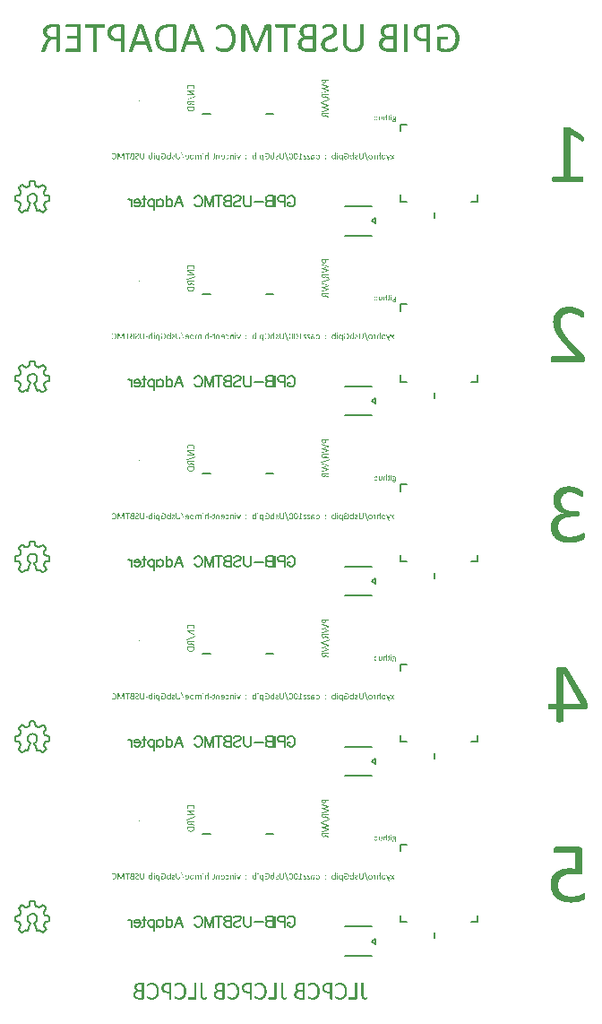
<source format=gbo>
G04*
G04 #@! TF.GenerationSoftware,Altium Limited,Altium Designer,25.5.2 (35)*
G04*
G04 Layer_Color=32896*
%FSLAX44Y44*%
%MOMM*%
G71*
G04*
G04 #@! TF.SameCoordinates,67B56F09-9997-41D6-AB2B-D5ECDE41145E*
G04*
G04*
G04 #@! TF.FilePolarity,Positive*
G04*
G01*
G75*
%ADD10C,0.1500*%
%ADD35C,0.2000*%
%ADD56C,0.1000*%
G36*
X738611Y1482882D02*
X738923Y1482778D01*
X739166Y1482639D01*
X739201Y1482604D01*
X739236Y1482569D01*
X739375Y1482430D01*
X739479Y1482257D01*
X739583Y1481840D01*
X739618Y1481667D01*
X739652Y1481528D01*
Y1481423D01*
Y1481389D01*
Y1457570D01*
X739618Y1457361D01*
X739583Y1457292D01*
Y1457257D01*
X739514Y1457188D01*
X739444Y1457118D01*
X739375Y1457083D01*
X739340D01*
X739166Y1457049D01*
X738993D01*
X738854Y1457014D01*
X738819D01*
X738541Y1456979D01*
X738264Y1456945D01*
X737639D01*
X737361Y1456979D01*
X737222Y1457014D01*
X737153D01*
X736909Y1457049D01*
X736736D01*
X736632Y1457083D01*
X736597D01*
X736458Y1457153D01*
X736389Y1457188D01*
X736319Y1457257D01*
X736250Y1457361D01*
X736215Y1457465D01*
Y1457535D01*
Y1457570D01*
Y1480104D01*
X727465Y1457465D01*
X727396Y1457327D01*
X727326Y1457292D01*
Y1457257D01*
X727222Y1457188D01*
X727118Y1457118D01*
X727048Y1457083D01*
X727014D01*
X726840Y1457049D01*
X726701D01*
X726562Y1457014D01*
X726528D01*
X726285Y1456979D01*
X726042Y1456945D01*
X725521D01*
X725278Y1456979D01*
X725104D01*
X724896Y1457014D01*
X724757D01*
X724653Y1457049D01*
X724618D01*
X724479Y1457118D01*
X724375Y1457153D01*
X724340Y1457222D01*
X724305D01*
X724201Y1457292D01*
X724167Y1457396D01*
X724132Y1457431D01*
Y1457465D01*
X715000Y1480104D01*
X714931D01*
Y1457570D01*
X714896Y1457361D01*
X714861Y1457292D01*
Y1457257D01*
X714792Y1457188D01*
X714688Y1457118D01*
X714618Y1457083D01*
X714583D01*
X714410Y1457049D01*
X714236D01*
X714097Y1457014D01*
X714063D01*
X713785Y1456979D01*
X713507Y1456945D01*
X712882D01*
X712604Y1456979D01*
X712465Y1457014D01*
X712396D01*
X712188Y1457049D01*
X712014D01*
X711910Y1457083D01*
X711875D01*
X711736Y1457153D01*
X711667Y1457188D01*
X711597Y1457257D01*
X711528Y1457361D01*
X711493Y1457465D01*
Y1457535D01*
Y1457570D01*
Y1481389D01*
X711528Y1481667D01*
X711563Y1481910D01*
X711597Y1482048D01*
X711632Y1482083D01*
X711736Y1482257D01*
X711840Y1482430D01*
X711945Y1482500D01*
X711979Y1482535D01*
X712118Y1482673D01*
X712257Y1482778D01*
X712396Y1482812D01*
X712431Y1482847D01*
X712604Y1482917D01*
X712813Y1482951D01*
X715208D01*
X715556Y1482917D01*
X715868Y1482882D01*
X716042Y1482847D01*
X716076Y1482812D01*
X716111D01*
X716389Y1482708D01*
X716597Y1482604D01*
X716736Y1482500D01*
X716806Y1482465D01*
X717014Y1482257D01*
X717222Y1482048D01*
X717361Y1481875D01*
X717396Y1481840D01*
Y1481805D01*
X717570Y1481458D01*
X717743Y1481146D01*
X717778Y1480972D01*
X717847Y1480868D01*
X717882Y1480798D01*
Y1480764D01*
X725590Y1462083D01*
X725660D01*
X733090Y1480833D01*
X733229Y1481215D01*
X733368Y1481528D01*
X733472Y1481701D01*
X733507Y1481771D01*
X733715Y1482048D01*
X733923Y1482257D01*
X734062Y1482396D01*
X734097Y1482430D01*
X734132D01*
X734410Y1482604D01*
X734687Y1482743D01*
X734896Y1482778D01*
X734930Y1482812D01*
X734965D01*
X735347Y1482882D01*
X735729Y1482951D01*
X738437D01*
X738611Y1482882D01*
D02*
G37*
G36*
X695695Y1483229D02*
X696563Y1483125D01*
X697327Y1482951D01*
X698021Y1482812D01*
X698577Y1482639D01*
X698820Y1482534D01*
X698993Y1482465D01*
X699167Y1482430D01*
X699271Y1482361D01*
X699341Y1482326D01*
X699375D01*
X700139Y1481944D01*
X700834Y1481528D01*
X701424Y1481076D01*
X701945Y1480660D01*
X702396Y1480278D01*
X702709Y1479930D01*
X702917Y1479722D01*
X702952Y1479687D01*
X702986Y1479653D01*
X703507Y1478958D01*
X703993Y1478264D01*
X704375Y1477535D01*
X704722Y1476875D01*
X704966Y1476285D01*
X705070Y1476007D01*
X705174Y1475798D01*
X705209Y1475625D01*
X705278Y1475486D01*
X705313Y1475417D01*
Y1475382D01*
X705591Y1474410D01*
X705764Y1473403D01*
X705903Y1472465D01*
X706007Y1471562D01*
X706042Y1471181D01*
X706077Y1470799D01*
Y1470486D01*
X706111Y1470208D01*
Y1469965D01*
Y1469792D01*
Y1469688D01*
Y1469653D01*
X706077Y1468507D01*
X706007Y1467431D01*
X705868Y1466493D01*
X705799Y1466076D01*
X705729Y1465660D01*
X705660Y1465312D01*
X705591Y1465000D01*
X705521Y1464722D01*
X705452Y1464479D01*
X705417Y1464306D01*
X705382Y1464167D01*
X705347Y1464097D01*
Y1464063D01*
X705035Y1463194D01*
X704688Y1462431D01*
X704306Y1461736D01*
X703959Y1461146D01*
X703646Y1460694D01*
X703403Y1460313D01*
X703299Y1460208D01*
X703229Y1460104D01*
X703160Y1460069D01*
Y1460035D01*
X702604Y1459445D01*
X702014Y1458958D01*
X701459Y1458542D01*
X700903Y1458195D01*
X700417Y1457917D01*
X700070Y1457743D01*
X699931Y1457674D01*
X699827Y1457604D01*
X699757Y1457570D01*
X699723D01*
X698924Y1457292D01*
X698125Y1457083D01*
X697361Y1456945D01*
X696667Y1456840D01*
X696042Y1456771D01*
X695799D01*
X695556Y1456736D01*
X694618D01*
X694098Y1456771D01*
X693646Y1456840D01*
X693264Y1456875D01*
X692917Y1456945D01*
X692674Y1456979D01*
X692535Y1457014D01*
X692466D01*
X692014Y1457118D01*
X691598Y1457222D01*
X691216Y1457327D01*
X690903Y1457431D01*
X690625Y1457500D01*
X690452Y1457570D01*
X690313Y1457639D01*
X690278D01*
X689931Y1457813D01*
X689653Y1457952D01*
X689375Y1458090D01*
X689132Y1458229D01*
X688959Y1458333D01*
X688820Y1458403D01*
X688750Y1458438D01*
X688716Y1458472D01*
X688473Y1458611D01*
X688299Y1458750D01*
X688160Y1458854D01*
X688021Y1458958D01*
X687882Y1459063D01*
X687848Y1459097D01*
X687709Y1459236D01*
X687639Y1459340D01*
X687570Y1459410D01*
Y1459444D01*
X687500Y1459653D01*
X687466Y1459722D01*
Y1459757D01*
X687396Y1460035D01*
X687362Y1460139D01*
Y1460174D01*
X687327Y1460347D01*
Y1460556D01*
Y1460694D01*
Y1460729D01*
Y1461042D01*
Y1461250D01*
X687362Y1461424D01*
Y1461458D01*
X687396Y1461667D01*
X687431Y1461806D01*
X687466Y1461910D01*
Y1461944D01*
X687535Y1462049D01*
X687570Y1462118D01*
X687605Y1462188D01*
X687639D01*
X687709Y1462222D01*
X687778Y1462257D01*
X687987D01*
X688125Y1462188D01*
X688368Y1462083D01*
X688577Y1461944D01*
X688646Y1461910D01*
X688681Y1461875D01*
X689098Y1461563D01*
X689549Y1461285D01*
X689757Y1461181D01*
X689896Y1461077D01*
X690000Y1461042D01*
X690035Y1461007D01*
X690348Y1460833D01*
X690695Y1460660D01*
X691007Y1460521D01*
X691320Y1460382D01*
X691598Y1460278D01*
X691806Y1460208D01*
X691945Y1460174D01*
X692014Y1460139D01*
X692466Y1460035D01*
X692917Y1459931D01*
X693368Y1459861D01*
X693785Y1459827D01*
X694132D01*
X694445Y1459792D01*
X694688D01*
X695348Y1459827D01*
X695973Y1459896D01*
X696528Y1460000D01*
X697014Y1460104D01*
X697431Y1460208D01*
X697743Y1460313D01*
X697917Y1460382D01*
X697986Y1460417D01*
X698507Y1460694D01*
X698959Y1461007D01*
X699375Y1461319D01*
X699723Y1461632D01*
X700035Y1461910D01*
X700243Y1462118D01*
X700382Y1462257D01*
X700417Y1462327D01*
X700764Y1462847D01*
X701077Y1463368D01*
X701354Y1463889D01*
X701563Y1464375D01*
X701736Y1464826D01*
X701841Y1465174D01*
X701875Y1465312D01*
X701910Y1465417D01*
X701945Y1465451D01*
Y1465486D01*
X702118Y1466215D01*
X702257Y1466979D01*
X702327Y1467708D01*
X702396Y1468403D01*
X702431Y1468993D01*
X702466Y1469236D01*
Y1469444D01*
Y1469618D01*
Y1469757D01*
Y1469826D01*
Y1469861D01*
X702431Y1470764D01*
X702396Y1471597D01*
X702292Y1472326D01*
X702188Y1472986D01*
X702118Y1473542D01*
X702049Y1473750D01*
X702014Y1473923D01*
X701979Y1474062D01*
Y1474167D01*
X701945Y1474236D01*
Y1474271D01*
X701702Y1474965D01*
X701459Y1475590D01*
X701216Y1476146D01*
X700938Y1476632D01*
X700729Y1477014D01*
X700556Y1477292D01*
X700417Y1477465D01*
X700382Y1477535D01*
X700000Y1478021D01*
X699584Y1478437D01*
X699167Y1478785D01*
X698785Y1479062D01*
X698438Y1479305D01*
X698195Y1479444D01*
X698021Y1479548D01*
X697952Y1479583D01*
X697396Y1479826D01*
X696841Y1480000D01*
X696320Y1480104D01*
X695834Y1480208D01*
X695417Y1480243D01*
X695070Y1480278D01*
X694236D01*
X693716Y1480208D01*
X693264Y1480139D01*
X692848Y1480069D01*
X692535Y1480000D01*
X692292Y1479930D01*
X692118Y1479896D01*
X692084Y1479861D01*
X691667Y1479722D01*
X691285Y1479548D01*
X690973Y1479410D01*
X690695Y1479271D01*
X690452Y1479167D01*
X690278Y1479062D01*
X690174Y1479028D01*
X690139Y1478993D01*
X689584Y1478680D01*
X689375Y1478542D01*
X689202Y1478403D01*
X689063Y1478298D01*
X688959Y1478229D01*
X688889Y1478194D01*
X688855Y1478160D01*
X688681Y1478021D01*
X688507Y1477951D01*
X688264Y1477812D01*
X688125Y1477778D01*
X688056D01*
X687882Y1477812D01*
X687813Y1477847D01*
X687639Y1478021D01*
X687605Y1478090D01*
Y1478125D01*
X687570Y1478298D01*
X687535Y1478437D01*
X687500Y1478576D01*
Y1478611D01*
X687466Y1478819D01*
X687431Y1479062D01*
Y1479201D01*
Y1479271D01*
Y1479514D01*
Y1479722D01*
X687466Y1479861D01*
Y1479896D01*
X687500Y1480069D01*
X687535Y1480243D01*
X687570Y1480312D01*
Y1480347D01*
X687639Y1480555D01*
X687674Y1480625D01*
X687709Y1480659D01*
X687778Y1480798D01*
X687917Y1480937D01*
X688021Y1481042D01*
X688056Y1481076D01*
X688160Y1481180D01*
X688299Y1481319D01*
X688646Y1481528D01*
X688785Y1481632D01*
X688924Y1481701D01*
X688993Y1481771D01*
X689028D01*
X689584Y1482048D01*
X690070Y1482292D01*
X690313Y1482396D01*
X690487Y1482430D01*
X690591Y1482500D01*
X690625D01*
X691285Y1482708D01*
X691632Y1482812D01*
X691910Y1482882D01*
X692188Y1482951D01*
X692396Y1482986D01*
X692535Y1483021D01*
X692570D01*
X693334Y1483159D01*
X693716Y1483194D01*
X694063Y1483229D01*
X694341Y1483264D01*
X694757D01*
X695695Y1483229D01*
D02*
G37*
G36*
X905727Y1483264D02*
X906734Y1483160D01*
X907602Y1482986D01*
X908400Y1482812D01*
X908713Y1482708D01*
X909025Y1482639D01*
X909303Y1482569D01*
X909512Y1482465D01*
X909685Y1482430D01*
X909824Y1482361D01*
X909893Y1482326D01*
X909928D01*
X910796Y1481944D01*
X911560Y1481493D01*
X912255Y1481042D01*
X912845Y1480590D01*
X913331Y1480208D01*
X913678Y1479861D01*
X913817Y1479757D01*
X913921Y1479653D01*
X913956Y1479618D01*
X913991Y1479583D01*
X914581Y1478889D01*
X915136Y1478160D01*
X915588Y1477465D01*
X915935Y1476771D01*
X916248Y1476215D01*
X916352Y1475937D01*
X916456Y1475729D01*
X916525Y1475556D01*
X916595Y1475417D01*
X916630Y1475347D01*
Y1475312D01*
X916942Y1474340D01*
X917150Y1473403D01*
X917324Y1472465D01*
X917428Y1471597D01*
X917463Y1471215D01*
X917498Y1470868D01*
Y1470556D01*
X917532Y1470278D01*
Y1470069D01*
Y1469896D01*
Y1469792D01*
Y1469757D01*
X917498Y1468681D01*
X917393Y1467674D01*
X917255Y1466736D01*
X917185Y1466319D01*
X917116Y1465938D01*
X917046Y1465590D01*
X916977Y1465278D01*
X916907Y1465035D01*
X916838Y1464792D01*
X916768Y1464618D01*
X916734Y1464479D01*
X916699Y1464410D01*
Y1464375D01*
X916352Y1463507D01*
X915935Y1462708D01*
X915518Y1462014D01*
X915136Y1461424D01*
X914755Y1460903D01*
X914477Y1460556D01*
X914338Y1460417D01*
X914268Y1460313D01*
X914234Y1460278D01*
X914199Y1460243D01*
X913574Y1459653D01*
X912880Y1459097D01*
X912220Y1458646D01*
X911595Y1458299D01*
X911039Y1457986D01*
X910796Y1457882D01*
X910588Y1457778D01*
X910449Y1457708D01*
X910310Y1457639D01*
X910241Y1457604D01*
X910206D01*
X909303Y1457292D01*
X908366Y1457083D01*
X907463Y1456910D01*
X906630Y1456806D01*
X906283Y1456771D01*
X905935Y1456736D01*
X905623D01*
X905345Y1456702D01*
X904859D01*
X904130Y1456736D01*
X903783D01*
X903505Y1456771D01*
X903227Y1456806D01*
X903053D01*
X902915Y1456840D01*
X902880D01*
X902151Y1456945D01*
X901803Y1456979D01*
X901526Y1457049D01*
X901248Y1457083D01*
X901074Y1457118D01*
X900935Y1457153D01*
X900901D01*
X900171Y1457361D01*
X899859Y1457431D01*
X899581Y1457535D01*
X899338Y1457604D01*
X899130Y1457674D01*
X899026Y1457743D01*
X898991D01*
X898644Y1457882D01*
X898366Y1457986D01*
X898088Y1458090D01*
X897880Y1458195D01*
X897706Y1458264D01*
X897602Y1458333D01*
X897533Y1458368D01*
X897498D01*
X897290Y1458472D01*
X897116Y1458611D01*
X896908Y1458820D01*
X896769Y1458958D01*
X896734Y1459028D01*
X896595Y1459340D01*
X896560Y1459618D01*
X896526Y1459861D01*
Y1459896D01*
Y1459931D01*
Y1469792D01*
Y1470069D01*
X896560Y1470278D01*
X896595Y1470417D01*
X896630Y1470451D01*
X896734Y1470625D01*
X896838Y1470764D01*
X896908Y1470833D01*
X896942Y1470868D01*
X897081Y1470972D01*
X897185Y1471042D01*
X897290Y1471111D01*
X897324D01*
X897498Y1471181D01*
X897637Y1471215D01*
X906109D01*
X906213Y1471181D01*
X906283Y1471146D01*
X906317Y1471111D01*
X906387Y1471042D01*
X906456Y1470972D01*
X906491Y1470903D01*
X906525Y1470868D01*
X906560Y1470729D01*
X906595Y1470590D01*
X906630Y1470451D01*
Y1470417D01*
X906664Y1470208D01*
Y1470000D01*
Y1469861D01*
Y1469826D01*
Y1469792D01*
Y1469549D01*
X906630Y1469306D01*
Y1469132D01*
X906595Y1468993D01*
X906560Y1468785D01*
X906525Y1468715D01*
X906387Y1468542D01*
X906213Y1468438D01*
X906074Y1468403D01*
X899963D01*
Y1460833D01*
X900796Y1460452D01*
X901178Y1460313D01*
X901526Y1460174D01*
X901838Y1460070D01*
X902081Y1460035D01*
X902220Y1459965D01*
X902290D01*
X903192Y1459792D01*
X903574Y1459757D01*
X903956Y1459722D01*
X904269Y1459688D01*
X904720D01*
X905449Y1459722D01*
X906144Y1459792D01*
X906769Y1459896D01*
X907324Y1460035D01*
X907775Y1460139D01*
X908123Y1460243D01*
X908262Y1460278D01*
X908366Y1460313D01*
X908400Y1460347D01*
X908435D01*
X909025Y1460625D01*
X909581Y1460972D01*
X910102Y1461285D01*
X910518Y1461632D01*
X910866Y1461910D01*
X911143Y1462153D01*
X911282Y1462292D01*
X911352Y1462361D01*
X911768Y1462882D01*
X912150Y1463438D01*
X912498Y1463958D01*
X912775Y1464479D01*
X912984Y1464931D01*
X913123Y1465278D01*
X913192Y1465417D01*
X913227Y1465521D01*
X913261Y1465556D01*
Y1465590D01*
X913470Y1466319D01*
X913643Y1467083D01*
X913748Y1467812D01*
X913852Y1468507D01*
X913886Y1469097D01*
Y1469375D01*
X913921Y1469583D01*
Y1469757D01*
Y1469896D01*
Y1469965D01*
Y1470000D01*
X913886Y1470799D01*
X913817Y1471562D01*
X913713Y1472257D01*
X913609Y1472882D01*
X913505Y1473403D01*
X913435Y1473611D01*
X913400Y1473785D01*
X913366Y1473924D01*
X913331Y1474028D01*
X913296Y1474062D01*
Y1474097D01*
X913053Y1474792D01*
X912741Y1475417D01*
X912463Y1475972D01*
X912150Y1476458D01*
X911907Y1476840D01*
X911699Y1477153D01*
X911525Y1477326D01*
X911491Y1477396D01*
X911039Y1477882D01*
X910553Y1478333D01*
X910067Y1478681D01*
X909616Y1478993D01*
X909199Y1479236D01*
X908887Y1479410D01*
X908678Y1479514D01*
X908643Y1479548D01*
X908609D01*
X907949Y1479826D01*
X907289Y1480000D01*
X906630Y1480139D01*
X906039Y1480243D01*
X905519Y1480312D01*
X905310D01*
X905102Y1480347D01*
X904095D01*
X903505Y1480278D01*
X902984Y1480243D01*
X902533Y1480173D01*
X902151Y1480104D01*
X901908Y1480035D01*
X901734Y1480000D01*
X901665Y1479965D01*
X901178Y1479826D01*
X900762Y1479653D01*
X900380Y1479514D01*
X900033Y1479375D01*
X899790Y1479271D01*
X899581Y1479167D01*
X899442Y1479132D01*
X899408Y1479097D01*
X899060Y1478923D01*
X898783Y1478785D01*
X898505Y1478646D01*
X898297Y1478507D01*
X898123Y1478403D01*
X898019Y1478333D01*
X897949Y1478298D01*
X897915Y1478264D01*
X897533Y1478056D01*
X897290Y1477951D01*
X897116Y1477917D01*
X897081D01*
X896908Y1477951D01*
X896838Y1477986D01*
X896734Y1478056D01*
X896665Y1478125D01*
X896630Y1478194D01*
Y1478229D01*
X896595Y1478403D01*
X896560Y1478542D01*
X896526Y1478681D01*
Y1478715D01*
X896491Y1478958D01*
X896456Y1479167D01*
Y1479340D01*
Y1479410D01*
Y1479826D01*
X896491Y1480139D01*
X896526Y1480312D01*
X896560Y1480382D01*
X896665Y1480625D01*
X896803Y1480798D01*
X896908Y1480937D01*
X896942Y1480972D01*
X897047Y1481076D01*
X897185Y1481180D01*
X897498Y1481423D01*
X897637Y1481493D01*
X897776Y1481562D01*
X897845Y1481632D01*
X897880D01*
X898435Y1481944D01*
X898991Y1482187D01*
X899234Y1482257D01*
X899408Y1482326D01*
X899546Y1482396D01*
X899581D01*
X900380Y1482639D01*
X900762Y1482743D01*
X901109Y1482847D01*
X901421Y1482917D01*
X901699Y1482986D01*
X901838Y1483021D01*
X901908D01*
X902880Y1483194D01*
X903366Y1483229D01*
X903783Y1483264D01*
X904130Y1483298D01*
X904685D01*
X905727Y1483264D01*
D02*
G37*
G36*
X825971Y1483021D02*
X826110Y1482986D01*
X826179D01*
X826388Y1482951D01*
X826561Y1482917D01*
X826665Y1482882D01*
X826700D01*
X826839Y1482812D01*
X826908Y1482743D01*
X826978Y1482708D01*
Y1482673D01*
X827047Y1482500D01*
Y1482430D01*
Y1482396D01*
Y1466319D01*
X827013Y1465451D01*
X826943Y1464653D01*
X826839Y1463958D01*
X826700Y1463333D01*
X826596Y1462813D01*
X826526Y1462604D01*
X826492Y1462431D01*
X826457Y1462292D01*
X826422Y1462188D01*
X826388Y1462153D01*
Y1462118D01*
X826110Y1461458D01*
X825797Y1460903D01*
X825450Y1460382D01*
X825138Y1459931D01*
X824860Y1459583D01*
X824651Y1459306D01*
X824513Y1459167D01*
X824443Y1459097D01*
X823957Y1458681D01*
X823436Y1458299D01*
X822950Y1457986D01*
X822464Y1457708D01*
X822047Y1457535D01*
X821700Y1457361D01*
X821596Y1457327D01*
X821492Y1457292D01*
X821457Y1457257D01*
X821422D01*
X820763Y1457049D01*
X820068Y1456910D01*
X819408Y1456806D01*
X818818Y1456736D01*
X818297Y1456702D01*
X818089D01*
X817881Y1456667D01*
X817533D01*
X816665Y1456702D01*
X815867Y1456771D01*
X815173Y1456875D01*
X814548Y1457014D01*
X814027Y1457118D01*
X813818Y1457188D01*
X813645Y1457222D01*
X813506Y1457257D01*
X813402Y1457292D01*
X813367Y1457327D01*
X813332D01*
X812673Y1457604D01*
X812082Y1457917D01*
X811527Y1458229D01*
X811075Y1458542D01*
X810693Y1458820D01*
X810450Y1459028D01*
X810277Y1459167D01*
X810207Y1459236D01*
X809756Y1459757D01*
X809339Y1460278D01*
X809027Y1460799D01*
X808749Y1461285D01*
X808506Y1461702D01*
X808367Y1462049D01*
X808298Y1462188D01*
X808263Y1462292D01*
X808228Y1462327D01*
Y1462361D01*
X807985Y1463090D01*
X807811Y1463819D01*
X807707Y1464514D01*
X807603Y1465174D01*
X807568Y1465764D01*
Y1466007D01*
X807534Y1466215D01*
Y1466354D01*
Y1466493D01*
Y1466562D01*
Y1466597D01*
Y1482396D01*
Y1482500D01*
X807568Y1482604D01*
X807603Y1482639D01*
X807638Y1482673D01*
X807742Y1482778D01*
X807846Y1482847D01*
X807916Y1482882D01*
X807950D01*
X808089Y1482917D01*
X808263Y1482951D01*
X808402Y1482986D01*
X808471D01*
X808714Y1483021D01*
X808992Y1483055D01*
X809617D01*
X809860Y1483021D01*
X810034Y1482986D01*
X810103D01*
X810311Y1482951D01*
X810485Y1482917D01*
X810589Y1482882D01*
X810624D01*
X810763Y1482812D01*
X810832Y1482743D01*
X810902Y1482708D01*
Y1482673D01*
X810971Y1482500D01*
Y1482430D01*
Y1482396D01*
Y1466597D01*
X811006Y1465972D01*
X811041Y1465382D01*
X811110Y1464861D01*
X811180Y1464410D01*
X811284Y1464028D01*
X811353Y1463785D01*
X811388Y1463611D01*
X811423Y1463542D01*
X811596Y1463090D01*
X811804Y1462674D01*
X812013Y1462292D01*
X812186Y1461979D01*
X812395Y1461702D01*
X812534Y1461528D01*
X812638Y1461389D01*
X812673Y1461354D01*
X812985Y1461042D01*
X813332Y1460799D01*
X813645Y1460556D01*
X813957Y1460382D01*
X814235Y1460208D01*
X814443Y1460104D01*
X814582Y1460069D01*
X814652Y1460035D01*
X815103Y1459896D01*
X815554Y1459792D01*
X816006Y1459722D01*
X816388Y1459688D01*
X816770Y1459653D01*
X817047Y1459618D01*
X817290D01*
X817811Y1459653D01*
X818332Y1459688D01*
X818749Y1459757D01*
X819165Y1459827D01*
X819478Y1459896D01*
X819721Y1459965D01*
X819860Y1460035D01*
X819929D01*
X820346Y1460208D01*
X820728Y1460452D01*
X821075Y1460660D01*
X821353Y1460868D01*
X821596Y1461077D01*
X821770Y1461250D01*
X821874Y1461354D01*
X821908Y1461389D01*
X822186Y1461736D01*
X822464Y1462118D01*
X822672Y1462500D01*
X822846Y1462847D01*
X823020Y1463160D01*
X823124Y1463403D01*
X823158Y1463542D01*
X823193Y1463611D01*
X823332Y1464132D01*
X823436Y1464688D01*
X823506Y1465208D01*
X823540Y1465694D01*
X823575Y1466146D01*
X823610Y1466458D01*
Y1466597D01*
Y1466701D01*
Y1466736D01*
Y1466771D01*
Y1482396D01*
Y1482500D01*
X823645Y1482604D01*
X823679Y1482639D01*
X823714Y1482673D01*
X823783Y1482778D01*
X823888Y1482847D01*
X823957Y1482882D01*
X823992D01*
X824131Y1482917D01*
X824304Y1482951D01*
X824443Y1482986D01*
X824513D01*
X824790Y1483021D01*
X825068Y1483055D01*
X825693D01*
X825971Y1483021D01*
D02*
G37*
G36*
X857637Y1482917D02*
X857915Y1482812D01*
X858123Y1482673D01*
X858158Y1482639D01*
X858193D01*
X858332Y1482500D01*
X858401Y1482326D01*
X858540Y1481979D01*
Y1481805D01*
X858575Y1481667D01*
Y1481562D01*
Y1481528D01*
Y1458438D01*
X858540Y1458160D01*
X858505Y1457917D01*
X858436Y1457743D01*
X858366Y1457570D01*
X858297Y1457465D01*
X858262Y1457396D01*
X858193Y1457327D01*
X857880Y1457153D01*
X857602Y1457083D01*
X857394Y1457049D01*
X850033D01*
X849547Y1457083D01*
X849096Y1457118D01*
X848714Y1457153D01*
X848401Y1457188D01*
X848193Y1457222D01*
X848019Y1457257D01*
X847985D01*
X847568Y1457361D01*
X847186Y1457431D01*
X846804Y1457535D01*
X846491Y1457639D01*
X846248Y1457743D01*
X846040Y1457813D01*
X845901Y1457882D01*
X845866D01*
X845485Y1458056D01*
X845172Y1458229D01*
X844860Y1458403D01*
X844616Y1458577D01*
X844373Y1458715D01*
X844235Y1458820D01*
X844130Y1458889D01*
X844096Y1458924D01*
X843540Y1459410D01*
X843332Y1459653D01*
X843123Y1459861D01*
X842950Y1460069D01*
X842846Y1460208D01*
X842776Y1460313D01*
X842742Y1460347D01*
X842360Y1460972D01*
X842186Y1461285D01*
X842082Y1461597D01*
X841978Y1461840D01*
X841908Y1462014D01*
X841839Y1462153D01*
Y1462188D01*
X841665Y1462986D01*
X841596Y1463368D01*
X841561Y1463715D01*
X841526Y1464028D01*
Y1464271D01*
Y1464410D01*
Y1464479D01*
Y1464965D01*
X841596Y1465417D01*
X841665Y1465833D01*
X841735Y1466181D01*
X841804Y1466458D01*
X841873Y1466701D01*
X841908Y1466840D01*
X841943Y1466875D01*
X842082Y1467292D01*
X842255Y1467639D01*
X842464Y1467951D01*
X842637Y1468264D01*
X842776Y1468472D01*
X842915Y1468646D01*
X842985Y1468750D01*
X843019Y1468785D01*
X843575Y1469340D01*
X843853Y1469583D01*
X844096Y1469792D01*
X844304Y1469931D01*
X844478Y1470035D01*
X844616Y1470104D01*
X844651Y1470139D01*
X845346Y1470486D01*
X845658Y1470625D01*
X845971Y1470729D01*
X846248Y1470799D01*
X846457Y1470868D01*
X846596Y1470903D01*
X846630D01*
X846040Y1471181D01*
X845762Y1471354D01*
X845554Y1471493D01*
X845380Y1471597D01*
X845241Y1471701D01*
X845172Y1471771D01*
X845137Y1471806D01*
X844686Y1472222D01*
X844339Y1472639D01*
X844235Y1472812D01*
X844130Y1472951D01*
X844096Y1473021D01*
X844061Y1473056D01*
X843783Y1473611D01*
X843575Y1474097D01*
X843505Y1474306D01*
X843436Y1474479D01*
X843401Y1474583D01*
Y1474618D01*
X843262Y1475278D01*
X843228Y1475556D01*
X843193Y1475833D01*
X843158Y1476042D01*
Y1476250D01*
Y1476354D01*
Y1476389D01*
X843193Y1476944D01*
X843228Y1477465D01*
X843332Y1477917D01*
X843401Y1478333D01*
X843505Y1478680D01*
X843610Y1478923D01*
X843644Y1479062D01*
X843679Y1479132D01*
X843887Y1479583D01*
X844130Y1480000D01*
X844373Y1480347D01*
X844616Y1480660D01*
X844825Y1480903D01*
X844998Y1481076D01*
X845137Y1481180D01*
X845172Y1481215D01*
X845554Y1481528D01*
X845971Y1481771D01*
X846387Y1481979D01*
X846769Y1482187D01*
X847116Y1482326D01*
X847394Y1482430D01*
X847568Y1482465D01*
X847603Y1482500D01*
X847637D01*
X848228Y1482639D01*
X848853Y1482778D01*
X849478Y1482847D01*
X850103Y1482882D01*
X850623Y1482917D01*
X850832Y1482951D01*
X857325D01*
X857637Y1482917D01*
D02*
G37*
G36*
X780972Y1482917D02*
X781249Y1482812D01*
X781458Y1482673D01*
X781492Y1482639D01*
X781527D01*
X781666Y1482500D01*
X781735Y1482326D01*
X781874Y1481979D01*
Y1481805D01*
X781909Y1481667D01*
Y1481562D01*
Y1481528D01*
Y1458438D01*
X781874Y1458160D01*
X781840Y1457917D01*
X781770Y1457743D01*
X781701Y1457570D01*
X781631Y1457465D01*
X781597Y1457396D01*
X781527Y1457327D01*
X781215Y1457153D01*
X780937Y1457083D01*
X780728Y1457049D01*
X773367D01*
X772881Y1457083D01*
X772430Y1457118D01*
X772048Y1457153D01*
X771736Y1457188D01*
X771527Y1457222D01*
X771354Y1457257D01*
X771319D01*
X770902Y1457361D01*
X770520Y1457431D01*
X770138Y1457535D01*
X769826Y1457639D01*
X769583Y1457743D01*
X769374Y1457813D01*
X769236Y1457882D01*
X769201D01*
X768819Y1458056D01*
X768506Y1458229D01*
X768194Y1458403D01*
X767951Y1458577D01*
X767708Y1458715D01*
X767569Y1458820D01*
X767465Y1458889D01*
X767430Y1458924D01*
X766874Y1459410D01*
X766666Y1459653D01*
X766458Y1459861D01*
X766284Y1460069D01*
X766180Y1460208D01*
X766111Y1460313D01*
X766076Y1460347D01*
X765694Y1460972D01*
X765520Y1461285D01*
X765416Y1461597D01*
X765312Y1461840D01*
X765242Y1462014D01*
X765173Y1462153D01*
Y1462188D01*
X764999Y1462986D01*
X764930Y1463368D01*
X764895Y1463715D01*
X764861Y1464028D01*
Y1464271D01*
Y1464410D01*
Y1464479D01*
Y1464965D01*
X764930Y1465417D01*
X764999Y1465833D01*
X765069Y1466181D01*
X765138Y1466458D01*
X765208Y1466701D01*
X765242Y1466840D01*
X765277Y1466875D01*
X765416Y1467292D01*
X765590Y1467639D01*
X765798Y1467951D01*
X765972Y1468264D01*
X766111Y1468472D01*
X766249Y1468646D01*
X766319Y1468750D01*
X766354Y1468785D01*
X766909Y1469340D01*
X767187Y1469583D01*
X767430Y1469792D01*
X767638Y1469931D01*
X767812Y1470035D01*
X767951Y1470104D01*
X767986Y1470139D01*
X768680Y1470486D01*
X768992Y1470625D01*
X769305Y1470729D01*
X769583Y1470799D01*
X769791Y1470868D01*
X769930Y1470903D01*
X769965D01*
X769374Y1471181D01*
X769097Y1471354D01*
X768888Y1471493D01*
X768715Y1471597D01*
X768576Y1471701D01*
X768506Y1471771D01*
X768472Y1471806D01*
X768020Y1472222D01*
X767673Y1472639D01*
X767569Y1472812D01*
X767465Y1472951D01*
X767430Y1473021D01*
X767395Y1473056D01*
X767117Y1473611D01*
X766909Y1474097D01*
X766840Y1474306D01*
X766770Y1474479D01*
X766736Y1474583D01*
Y1474618D01*
X766597Y1475278D01*
X766562Y1475556D01*
X766527Y1475833D01*
X766492Y1476042D01*
Y1476250D01*
Y1476354D01*
Y1476389D01*
X766527Y1476944D01*
X766562Y1477465D01*
X766666Y1477917D01*
X766736Y1478333D01*
X766840Y1478680D01*
X766944Y1478923D01*
X766979Y1479062D01*
X767013Y1479132D01*
X767222Y1479583D01*
X767465Y1480000D01*
X767708Y1480347D01*
X767951Y1480660D01*
X768159Y1480903D01*
X768333Y1481076D01*
X768472Y1481180D01*
X768506Y1481215D01*
X768888Y1481528D01*
X769305Y1481771D01*
X769722Y1481979D01*
X770104Y1482187D01*
X770451Y1482326D01*
X770729Y1482430D01*
X770902Y1482465D01*
X770937Y1482500D01*
X770972D01*
X771562Y1482639D01*
X772187Y1482778D01*
X772812Y1482847D01*
X773437Y1482882D01*
X773958Y1482917D01*
X774166Y1482951D01*
X780659D01*
X780972Y1482917D01*
D02*
G37*
G36*
X648855Y1482917D02*
X649133Y1482812D01*
X649341Y1482673D01*
X649376Y1482639D01*
X649411D01*
X649549Y1482500D01*
X649619Y1482326D01*
X649758Y1481979D01*
Y1481805D01*
X649792Y1481667D01*
Y1481562D01*
Y1481528D01*
Y1458438D01*
X649758Y1458160D01*
X649723Y1457917D01*
X649654Y1457743D01*
X649584Y1457570D01*
X649515Y1457465D01*
X649480Y1457396D01*
X649411Y1457327D01*
X649098Y1457153D01*
X648820Y1457083D01*
X648612Y1457049D01*
X643056D01*
X641841Y1457083D01*
X640765Y1457188D01*
X640244Y1457222D01*
X639793Y1457292D01*
X639341Y1457361D01*
X638925Y1457465D01*
X638577Y1457535D01*
X638265Y1457604D01*
X637987Y1457674D01*
X637744Y1457708D01*
X637570Y1457778D01*
X637432Y1457813D01*
X637362Y1457847D01*
X637327D01*
X636459Y1458194D01*
X635695Y1458577D01*
X635001Y1458993D01*
X634411Y1459410D01*
X633925Y1459757D01*
X633577Y1460035D01*
X633473Y1460174D01*
X633369Y1460243D01*
X633334Y1460278D01*
X633300Y1460313D01*
X632709Y1460972D01*
X632189Y1461667D01*
X631772Y1462361D01*
X631390Y1463021D01*
X631112Y1463611D01*
X631008Y1463854D01*
X630939Y1464062D01*
X630869Y1464236D01*
X630800Y1464375D01*
X630765Y1464444D01*
Y1464479D01*
X630487Y1465451D01*
X630279Y1466458D01*
X630105Y1467465D01*
X630001Y1468368D01*
X629966Y1468785D01*
X629932Y1469167D01*
Y1469514D01*
X629897Y1469792D01*
Y1470035D01*
Y1470208D01*
Y1470312D01*
Y1470347D01*
X629932Y1471423D01*
X630036Y1472396D01*
X630175Y1473298D01*
X630314Y1474062D01*
X630383Y1474410D01*
X630452Y1474722D01*
X630522Y1474965D01*
X630591Y1475173D01*
X630661Y1475347D01*
X630695Y1475486D01*
X630730Y1475555D01*
Y1475590D01*
X631077Y1476423D01*
X631425Y1477187D01*
X631841Y1477882D01*
X632223Y1478437D01*
X632570Y1478923D01*
X632848Y1479271D01*
X632987Y1479375D01*
X633057Y1479479D01*
X633091Y1479514D01*
X633126Y1479548D01*
X633751Y1480139D01*
X634376Y1480625D01*
X635036Y1481042D01*
X635661Y1481423D01*
X636182Y1481701D01*
X636425Y1481805D01*
X636633Y1481875D01*
X636772Y1481944D01*
X636911Y1482014D01*
X636980Y1482048D01*
X637015D01*
X637918Y1482361D01*
X638855Y1482569D01*
X639827Y1482743D01*
X640695Y1482847D01*
X641112Y1482882D01*
X641494Y1482917D01*
X641806D01*
X642119Y1482951D01*
X648542D01*
X648855Y1482917D01*
D02*
G37*
G36*
X558787D02*
X559064Y1482812D01*
X559273Y1482673D01*
X559308Y1482639D01*
X559342D01*
X559481Y1482500D01*
X559551Y1482326D01*
X559689Y1481979D01*
Y1481805D01*
X559724Y1481667D01*
Y1481562D01*
Y1481528D01*
Y1458438D01*
X559689Y1458160D01*
X559655Y1457917D01*
X559585Y1457743D01*
X559516Y1457570D01*
X559446Y1457465D01*
X559412Y1457396D01*
X559342Y1457327D01*
X559030Y1457153D01*
X558752Y1457083D01*
X558544Y1457049D01*
X546044Y1457049D01*
X545835Y1457083D01*
X545801Y1457118D01*
X545766D01*
X545662Y1457188D01*
X545592Y1457257D01*
X545523Y1457327D01*
Y1457361D01*
X545453Y1457500D01*
X545419Y1457639D01*
X545384Y1457778D01*
Y1457813D01*
X545349Y1458021D01*
X545315Y1458229D01*
Y1458368D01*
Y1458438D01*
Y1458715D01*
X545349Y1458924D01*
X545384Y1459063D01*
Y1459097D01*
X545419Y1459271D01*
X545453Y1459444D01*
X545488Y1459514D01*
X545523Y1459549D01*
X545592Y1459653D01*
X545697Y1459722D01*
X545731Y1459792D01*
X545766D01*
X545835Y1459861D01*
X545940Y1459896D01*
X556287Y1459896D01*
Y1469167D01*
X547606Y1469167D01*
X547398Y1469201D01*
X547363Y1469236D01*
X547328D01*
X547155Y1469375D01*
X547120Y1469410D01*
Y1469444D01*
X547016Y1469722D01*
X546981Y1469826D01*
Y1469861D01*
X546947Y1470069D01*
X546912Y1470278D01*
Y1470417D01*
Y1470486D01*
Y1470764D01*
X546947Y1470972D01*
X546981Y1471111D01*
Y1471146D01*
X547016Y1471319D01*
X547051Y1471458D01*
X547085Y1471528D01*
X547120Y1471562D01*
X547259Y1471771D01*
X547294Y1471806D01*
X547328Y1471840D01*
X547398Y1471910D01*
X547502Y1471944D01*
X556287Y1471944D01*
Y1480104D01*
X546183Y1480104D01*
X545974Y1480139D01*
X545940Y1480173D01*
X545905D01*
X545801Y1480243D01*
X545731Y1480312D01*
X545697Y1480382D01*
Y1480417D01*
X545592Y1480694D01*
X545558Y1480798D01*
Y1480833D01*
X545523Y1481042D01*
X545488Y1481284D01*
Y1481423D01*
Y1481493D01*
Y1481771D01*
X545523Y1481979D01*
X545558Y1482118D01*
Y1482153D01*
X545592Y1482326D01*
X545627Y1482500D01*
X545662Y1482569D01*
X545697Y1482604D01*
X545766Y1482708D01*
X545835Y1482778D01*
X545870Y1482847D01*
X545905D01*
X545974Y1482916D01*
X546078Y1482951D01*
X558474Y1482951D01*
X558787Y1482917D01*
D02*
G37*
G36*
X889095Y1482882D02*
X889373Y1482778D01*
X889581Y1482673D01*
X889616Y1482604D01*
X889651D01*
X889790Y1482465D01*
X889894Y1482292D01*
X889998Y1481910D01*
X890033Y1481736D01*
X890067Y1481597D01*
Y1481493D01*
Y1481458D01*
Y1457570D01*
X890033Y1457361D01*
X889998Y1457292D01*
Y1457257D01*
X889929Y1457188D01*
X889824Y1457118D01*
X889755Y1457083D01*
X889720D01*
X889547Y1457049D01*
X889373D01*
X889234Y1457014D01*
X889199D01*
X888922Y1456979D01*
X888644Y1456945D01*
X888019D01*
X887776Y1456979D01*
X887637Y1457014D01*
X887567D01*
X887324Y1457049D01*
X887186D01*
X887081Y1457083D01*
X887047D01*
X886908Y1457153D01*
X886804Y1457188D01*
X886769Y1457257D01*
X886734D01*
X886665Y1457361D01*
X886630Y1457465D01*
Y1457535D01*
Y1457570D01*
Y1466910D01*
X883713D01*
X882845Y1466944D01*
X882047Y1467014D01*
X881352Y1467083D01*
X880762Y1467222D01*
X880241Y1467326D01*
X879894Y1467396D01*
X879755Y1467431D01*
X879651Y1467465D01*
X879616Y1467500D01*
X879581D01*
X878956Y1467743D01*
X878401Y1468021D01*
X877880Y1468299D01*
X877463Y1468542D01*
X877116Y1468785D01*
X876873Y1468993D01*
X876734Y1469132D01*
X876665Y1469167D01*
X876248Y1469618D01*
X875866Y1470069D01*
X875554Y1470486D01*
X875276Y1470938D01*
X875102Y1471285D01*
X874929Y1471597D01*
X874859Y1471771D01*
X874825Y1471840D01*
X874616Y1472431D01*
X874443Y1473056D01*
X874338Y1473646D01*
X874234Y1474167D01*
X874200Y1474653D01*
X874165Y1475035D01*
Y1475174D01*
Y1475278D01*
Y1475312D01*
Y1475347D01*
Y1475868D01*
X874234Y1476389D01*
X874304Y1476840D01*
X874373Y1477222D01*
X874443Y1477569D01*
X874512Y1477812D01*
X874547Y1477951D01*
X874582Y1478021D01*
X874755Y1478472D01*
X874929Y1478854D01*
X875137Y1479236D01*
X875311Y1479548D01*
X875484Y1479792D01*
X875623Y1479965D01*
X875727Y1480104D01*
X875762Y1480139D01*
X876075Y1480486D01*
X876387Y1480764D01*
X876700Y1481042D01*
X876977Y1481285D01*
X877255Y1481458D01*
X877463Y1481597D01*
X877602Y1481667D01*
X877637Y1481701D01*
X878019Y1481910D01*
X878436Y1482083D01*
X878783Y1482257D01*
X879095Y1482361D01*
X879373Y1482430D01*
X879581Y1482500D01*
X879720Y1482535D01*
X879755D01*
X880137Y1482604D01*
X880484Y1482673D01*
X880797Y1482743D01*
X881074Y1482778D01*
X881283Y1482812D01*
X881456Y1482847D01*
X881595D01*
X882151Y1482917D01*
X882429D01*
X882672Y1482951D01*
X888713D01*
X889095Y1482882D01*
D02*
G37*
G36*
X867741Y1483021D02*
X867915Y1482986D01*
X867984D01*
X868193Y1482951D01*
X868366Y1482917D01*
X868470Y1482882D01*
X868505D01*
X868644Y1482812D01*
X868748Y1482743D01*
X868783Y1482708D01*
X868818Y1482673D01*
X868887Y1482500D01*
Y1482430D01*
Y1482396D01*
Y1457570D01*
X868852Y1457361D01*
X868818Y1457292D01*
Y1457257D01*
X868748Y1457188D01*
X868644Y1457118D01*
X868575Y1457083D01*
X868540D01*
X868366Y1457049D01*
X868193D01*
X868054Y1457014D01*
X868019D01*
X867741Y1456979D01*
X867464Y1456945D01*
X866839D01*
X866595Y1456979D01*
X866457Y1457014D01*
X866387D01*
X866144Y1457049D01*
X865971D01*
X865866Y1457083D01*
X865832D01*
X865693Y1457153D01*
X865623Y1457188D01*
X865554Y1457257D01*
X865484Y1457361D01*
X865450Y1457465D01*
Y1457535D01*
Y1457570D01*
Y1482396D01*
Y1482500D01*
X865484Y1482604D01*
X865519Y1482639D01*
X865554Y1482673D01*
X865623Y1482778D01*
X865727Y1482847D01*
X865797Y1482882D01*
X865832D01*
X866005Y1482917D01*
X866179Y1482951D01*
X866318Y1482986D01*
X866387D01*
X866630Y1483021D01*
X866908Y1483055D01*
X867498D01*
X867741Y1483021D01*
D02*
G37*
G36*
X762291Y1482917D02*
X762361Y1482882D01*
X762395Y1482847D01*
X762465Y1482778D01*
X762534Y1482708D01*
X762569Y1482639D01*
X762604Y1482604D01*
X762638Y1482465D01*
X762673Y1482292D01*
X762708Y1482187D01*
Y1482118D01*
X762742Y1481910D01*
Y1481701D01*
Y1481528D01*
Y1481493D01*
Y1481458D01*
Y1481180D01*
X762708Y1480972D01*
Y1480833D01*
Y1480798D01*
X762673Y1480625D01*
X762638Y1480486D01*
X762604Y1480382D01*
Y1480347D01*
X762534Y1480243D01*
X762465Y1480173D01*
X762395Y1480104D01*
X762187Y1480035D01*
X754791D01*
Y1457570D01*
X754756Y1457361D01*
X754722Y1457292D01*
Y1457257D01*
X754652Y1457188D01*
X754548Y1457118D01*
X754479Y1457083D01*
X754444D01*
X754270Y1457049D01*
X754097D01*
X753958Y1457014D01*
X753923D01*
X753645Y1456979D01*
X753368Y1456945D01*
X752743D01*
X752500Y1456979D01*
X752361Y1457014D01*
X752291D01*
X752048Y1457049D01*
X751875D01*
X751770Y1457083D01*
X751736D01*
X751597Y1457153D01*
X751527Y1457188D01*
X751458Y1457257D01*
X751388Y1457361D01*
X751354Y1457465D01*
Y1457535D01*
Y1457570D01*
Y1480035D01*
X744097D01*
X743889Y1480069D01*
X743854Y1480104D01*
X743819D01*
X743715Y1480173D01*
X743646Y1480243D01*
X743611Y1480312D01*
Y1480347D01*
X743541Y1480486D01*
X743507Y1480625D01*
X743472Y1480764D01*
Y1480798D01*
X743437Y1481007D01*
X743402Y1481250D01*
Y1481389D01*
Y1481458D01*
Y1481736D01*
X743437Y1481944D01*
X743472Y1482083D01*
Y1482118D01*
X743507Y1482326D01*
X743541Y1482465D01*
X743576Y1482569D01*
X743611Y1482604D01*
X743680Y1482708D01*
X743750Y1482778D01*
X743784Y1482847D01*
X743819D01*
X743889Y1482917D01*
X743993Y1482951D01*
X762187D01*
X762291Y1482917D01*
D02*
G37*
G36*
X666112Y1483021D02*
X666181D01*
X666424Y1482986D01*
X666633Y1482951D01*
X666771Y1482917D01*
X666806Y1482882D01*
X666980Y1482812D01*
X667084Y1482743D01*
X667153Y1482708D01*
X667188Y1482673D01*
X667327Y1482465D01*
X667396Y1482361D01*
Y1482326D01*
X676077Y1458299D01*
X676181Y1457986D01*
X676216Y1457778D01*
X676251Y1457604D01*
Y1457570D01*
X676216Y1457396D01*
X676181Y1457257D01*
X676146Y1457188D01*
X676112Y1457153D01*
X675973Y1457083D01*
X675799Y1457049D01*
X675660Y1457014D01*
X675591D01*
X675278Y1456979D01*
X674966Y1456945D01*
X674271D01*
X673994Y1456979D01*
X673820Y1457014D01*
X673751D01*
X673508Y1457049D01*
X673334Y1457083D01*
X673230Y1457118D01*
X673195D01*
X673056Y1457188D01*
X672987Y1457222D01*
X672917Y1457292D01*
X672778Y1457535D01*
X672744Y1457604D01*
Y1457639D01*
X670626Y1463854D01*
X659862D01*
X657640Y1457535D01*
X657535Y1457327D01*
X657466Y1457257D01*
Y1457222D01*
X657292Y1457083D01*
X657223Y1457049D01*
X657188D01*
X657015Y1457014D01*
X656841D01*
X656702Y1456979D01*
X656633D01*
X656320Y1456945D01*
X655209D01*
X654897Y1456979D01*
X654723Y1457014D01*
X654654D01*
X654410Y1457049D01*
X654237Y1457083D01*
X654167Y1457153D01*
X654133D01*
X654029Y1457257D01*
X653994Y1457396D01*
X653959Y1457500D01*
Y1457535D01*
X653994Y1457778D01*
X654029Y1458021D01*
X654098Y1458194D01*
X654133Y1458229D01*
Y1458264D01*
X662813Y1482292D01*
X662883Y1482465D01*
X662952Y1482569D01*
X663021Y1482639D01*
X663056Y1482673D01*
X663160Y1482778D01*
X663299Y1482847D01*
X663403Y1482882D01*
X663438D01*
X663646Y1482951D01*
X663890Y1482986D01*
X664063Y1483021D01*
X664133D01*
X664480Y1483055D01*
X665903D01*
X666112Y1483021D01*
D02*
G37*
G36*
X617189D02*
X617258D01*
X617501Y1482986D01*
X617710Y1482951D01*
X617849Y1482917D01*
X617883Y1482882D01*
X618057Y1482812D01*
X618161Y1482743D01*
X618230Y1482708D01*
X618265Y1482673D01*
X618404Y1482465D01*
X618474Y1482361D01*
Y1482326D01*
X627154Y1458299D01*
X627258Y1457986D01*
X627293Y1457778D01*
X627327Y1457604D01*
Y1457570D01*
X627293Y1457396D01*
X627258Y1457257D01*
X627223Y1457188D01*
X627189Y1457153D01*
X627050Y1457083D01*
X626876Y1457049D01*
X626737Y1457014D01*
X626668D01*
X626355Y1456979D01*
X626043Y1456945D01*
X625348D01*
X625071Y1456979D01*
X624897Y1457014D01*
X624828D01*
X624585Y1457049D01*
X624411Y1457083D01*
X624307Y1457118D01*
X624272D01*
X624133Y1457188D01*
X624064Y1457222D01*
X623994Y1457292D01*
X623855Y1457535D01*
X623821Y1457604D01*
Y1457639D01*
X621703Y1463854D01*
X610939D01*
X608717Y1457535D01*
X608613Y1457327D01*
X608543Y1457257D01*
Y1457222D01*
X608369Y1457083D01*
X608300Y1457049D01*
X608265D01*
X608092Y1457014D01*
X607918D01*
X607779Y1456979D01*
X607710D01*
X607397Y1456945D01*
X606286D01*
X605974Y1456979D01*
X605800Y1457014D01*
X605731D01*
X605488Y1457049D01*
X605314Y1457083D01*
X605244Y1457153D01*
X605210D01*
X605106Y1457257D01*
X605071Y1457396D01*
X605036Y1457500D01*
Y1457535D01*
X605071Y1457778D01*
X605106Y1458021D01*
X605175Y1458194D01*
X605210Y1458229D01*
Y1458264D01*
X613890Y1482292D01*
X613960Y1482465D01*
X614029Y1482569D01*
X614099Y1482639D01*
X614133Y1482673D01*
X614237Y1482778D01*
X614376Y1482847D01*
X614481Y1482882D01*
X614515D01*
X614724Y1482951D01*
X614967Y1482986D01*
X615140Y1483021D01*
X615210D01*
X615557Y1483055D01*
X616980D01*
X617189Y1483021D01*
D02*
G37*
G36*
X599897Y1482882D02*
X600175Y1482778D01*
X600383Y1482673D01*
X600418Y1482604D01*
X600453D01*
X600592Y1482465D01*
X600696Y1482292D01*
X600800Y1481909D01*
X600835Y1481736D01*
X600869Y1481597D01*
Y1481493D01*
Y1481458D01*
Y1457570D01*
X600835Y1457361D01*
X600800Y1457292D01*
Y1457257D01*
X600731Y1457188D01*
X600626Y1457118D01*
X600557Y1457083D01*
X600522D01*
X600349Y1457049D01*
X600175D01*
X600036Y1457014D01*
X600001D01*
X599724Y1456979D01*
X599446Y1456945D01*
X598821D01*
X598578Y1456979D01*
X598439Y1457014D01*
X598369D01*
X598126Y1457049D01*
X597988D01*
X597883Y1457083D01*
X597849D01*
X597710Y1457153D01*
X597606Y1457188D01*
X597571Y1457257D01*
X597536D01*
X597467Y1457361D01*
X597432Y1457465D01*
Y1457535D01*
Y1457570D01*
Y1466910D01*
X594515D01*
X593647Y1466944D01*
X592849Y1467014D01*
X592154Y1467083D01*
X591564Y1467222D01*
X591043Y1467326D01*
X590696Y1467396D01*
X590557Y1467431D01*
X590453Y1467465D01*
X590418Y1467500D01*
X590383D01*
X589758Y1467743D01*
X589203Y1468021D01*
X588682Y1468299D01*
X588265Y1468542D01*
X587918Y1468785D01*
X587675Y1468993D01*
X587536Y1469132D01*
X587467Y1469167D01*
X587050Y1469618D01*
X586668Y1470069D01*
X586356Y1470486D01*
X586078Y1470937D01*
X585904Y1471285D01*
X585731Y1471597D01*
X585661Y1471771D01*
X585627Y1471840D01*
X585418Y1472431D01*
X585245Y1473056D01*
X585140Y1473646D01*
X585036Y1474167D01*
X585002Y1474653D01*
X584967Y1475035D01*
Y1475173D01*
Y1475278D01*
Y1475312D01*
Y1475347D01*
Y1475868D01*
X585036Y1476389D01*
X585106Y1476840D01*
X585175Y1477222D01*
X585245Y1477569D01*
X585314Y1477812D01*
X585349Y1477951D01*
X585384Y1478021D01*
X585557Y1478472D01*
X585731Y1478854D01*
X585939Y1479236D01*
X586113Y1479548D01*
X586286Y1479792D01*
X586425Y1479965D01*
X586529Y1480104D01*
X586564Y1480139D01*
X586877Y1480486D01*
X587189Y1480764D01*
X587502Y1481042D01*
X587779Y1481284D01*
X588057Y1481458D01*
X588265Y1481597D01*
X588404Y1481667D01*
X588439Y1481701D01*
X588821Y1481909D01*
X589238Y1482083D01*
X589585Y1482257D01*
X589897Y1482361D01*
X590175Y1482430D01*
X590383Y1482500D01*
X590522Y1482534D01*
X590557D01*
X590939Y1482604D01*
X591286Y1482673D01*
X591599Y1482743D01*
X591877Y1482778D01*
X592085Y1482812D01*
X592258Y1482847D01*
X592397D01*
X592953Y1482917D01*
X593231D01*
X593474Y1482951D01*
X599515D01*
X599897Y1482882D01*
D02*
G37*
G36*
X582363Y1482917D02*
X582432Y1482882D01*
X582467Y1482847D01*
X582536Y1482778D01*
X582606Y1482708D01*
X582641Y1482639D01*
X582675Y1482604D01*
X582710Y1482465D01*
X582745Y1482292D01*
X582780Y1482187D01*
Y1482118D01*
X582814Y1481909D01*
Y1481701D01*
Y1481528D01*
Y1481493D01*
Y1481458D01*
Y1481180D01*
X582780Y1480972D01*
Y1480833D01*
Y1480798D01*
X582745Y1480625D01*
X582710Y1480486D01*
X582675Y1480382D01*
Y1480347D01*
X582606Y1480243D01*
X582536Y1480173D01*
X582467Y1480104D01*
X582259Y1480035D01*
X574863D01*
Y1457570D01*
X574828Y1457361D01*
X574793Y1457292D01*
Y1457257D01*
X574724Y1457188D01*
X574620Y1457118D01*
X574550Y1457083D01*
X574516D01*
X574342Y1457049D01*
X574168D01*
X574030Y1457014D01*
X573995D01*
X573717Y1456979D01*
X573439Y1456945D01*
X572814D01*
X572571Y1456979D01*
X572432Y1457014D01*
X572363D01*
X572120Y1457049D01*
X571946D01*
X571842Y1457083D01*
X571807D01*
X571669Y1457153D01*
X571599Y1457188D01*
X571530Y1457257D01*
X571460Y1457361D01*
X571425Y1457465D01*
Y1457535D01*
Y1457570D01*
Y1480035D01*
X564169D01*
X563960Y1480069D01*
X563926Y1480104D01*
X563891D01*
X563787Y1480173D01*
X563717Y1480243D01*
X563683Y1480312D01*
Y1480347D01*
X563613Y1480486D01*
X563578Y1480625D01*
X563544Y1480764D01*
Y1480798D01*
X563509Y1481007D01*
X563474Y1481250D01*
Y1481389D01*
Y1481458D01*
Y1481736D01*
X563509Y1481944D01*
X563544Y1482083D01*
Y1482118D01*
X563578Y1482326D01*
X563613Y1482465D01*
X563648Y1482569D01*
X563683Y1482604D01*
X563752Y1482708D01*
X563821Y1482778D01*
X563856Y1482847D01*
X563891D01*
X563960Y1482917D01*
X564064Y1482951D01*
X582259D01*
X582363Y1482917D01*
D02*
G37*
G36*
X538787Y1482916D02*
X539065Y1482812D01*
X539273Y1482673D01*
X539308Y1482639D01*
X539342D01*
X539481Y1482500D01*
X539551Y1482326D01*
X539690Y1481979D01*
Y1481805D01*
X539724Y1481667D01*
Y1481562D01*
Y1481528D01*
Y1457569D01*
X539690Y1457361D01*
X539655Y1457292D01*
Y1457257D01*
X539585Y1457188D01*
X539481Y1457118D01*
X539412Y1457083D01*
X539377D01*
X539204Y1457049D01*
X539030D01*
X538891Y1457014D01*
X538856D01*
X538579Y1456979D01*
X538301Y1456944D01*
X537676D01*
X537433Y1456979D01*
X537294Y1457014D01*
X537225D01*
X536981Y1457049D01*
X536842D01*
X536738Y1457083D01*
X536704D01*
X536565Y1457153D01*
X536461Y1457188D01*
X536426Y1457257D01*
X536391D01*
X536322Y1457361D01*
X536287Y1457465D01*
Y1457535D01*
Y1457569D01*
Y1468611D01*
X533579D01*
X533197Y1468542D01*
X532850Y1468507D01*
X532537Y1468437D01*
X532294Y1468368D01*
X532120Y1468299D01*
X532016Y1468264D01*
X531982Y1468229D01*
X531391Y1467917D01*
X531148Y1467778D01*
X530940Y1467604D01*
X530766Y1467465D01*
X530627Y1467361D01*
X530558Y1467292D01*
X530523Y1467257D01*
X530107Y1466771D01*
X529759Y1466285D01*
X529620Y1466076D01*
X529516Y1465903D01*
X529482Y1465799D01*
X529447Y1465764D01*
X529134Y1465104D01*
X528961Y1464792D01*
X528857Y1464479D01*
X528718Y1464236D01*
X528648Y1464028D01*
X528613Y1463889D01*
X528579Y1463854D01*
X526183Y1457743D01*
X526114Y1457569D01*
X526079Y1457431D01*
X526009Y1457361D01*
Y1457327D01*
X525905Y1457222D01*
X525801Y1457188D01*
X525732Y1457118D01*
X525697D01*
X525523Y1457083D01*
X525350Y1457049D01*
X525211Y1457014D01*
X525176D01*
X524898Y1456979D01*
X524620Y1456944D01*
X523926D01*
X523614Y1456979D01*
X523440Y1457014D01*
X523371D01*
X523127Y1457049D01*
X522954D01*
X522850Y1457083D01*
X522815D01*
X522676Y1457153D01*
X522607Y1457188D01*
X522537Y1457257D01*
X522468Y1457465D01*
Y1457535D01*
Y1457569D01*
Y1457708D01*
X522502Y1457847D01*
X522537Y1457986D01*
X522572Y1458021D01*
X522607Y1458160D01*
X522641Y1458299D01*
X522780Y1458646D01*
X522815Y1458785D01*
X522884Y1458924D01*
X522919Y1458993D01*
Y1459028D01*
X525245Y1464722D01*
X525523Y1465417D01*
X525662Y1465694D01*
X525801Y1465972D01*
X525905Y1466181D01*
X525975Y1466319D01*
X526009Y1466424D01*
X526044Y1466458D01*
X526322Y1467014D01*
X526461Y1467257D01*
X526600Y1467465D01*
X526704Y1467604D01*
X526808Y1467743D01*
X526843Y1467812D01*
X526877Y1467847D01*
X527225Y1468264D01*
X527537Y1468611D01*
X527676Y1468715D01*
X527745Y1468819D01*
X527815Y1468854D01*
X527850Y1468889D01*
X528266Y1469201D01*
X528648Y1469410D01*
X528787Y1469514D01*
X528926Y1469583D01*
X528995Y1469618D01*
X529030D01*
X528613Y1469757D01*
X528232Y1469931D01*
X527884Y1470104D01*
X527572Y1470243D01*
X527329Y1470382D01*
X527155Y1470486D01*
X527016Y1470556D01*
X526982Y1470590D01*
X526634Y1470833D01*
X526322Y1471042D01*
X526079Y1471285D01*
X525836Y1471493D01*
X525627Y1471667D01*
X525489Y1471806D01*
X525419Y1471910D01*
X525384Y1471944D01*
X524933Y1472569D01*
X524759Y1472882D01*
X524620Y1473160D01*
X524516Y1473403D01*
X524447Y1473611D01*
X524377Y1473750D01*
Y1473785D01*
X524239Y1474201D01*
X524169Y1474583D01*
X524100Y1474965D01*
X524030Y1475347D01*
Y1475660D01*
X523995Y1475903D01*
Y1476042D01*
Y1476111D01*
Y1476597D01*
X524065Y1477083D01*
X524134Y1477500D01*
X524204Y1477847D01*
X524273Y1478160D01*
X524343Y1478368D01*
X524377Y1478542D01*
X524412Y1478576D01*
X524586Y1478993D01*
X524759Y1479340D01*
X524968Y1479687D01*
X525141Y1479965D01*
X525315Y1480208D01*
X525454Y1480382D01*
X525558Y1480486D01*
X525593Y1480521D01*
X525905Y1480833D01*
X526218Y1481111D01*
X526530Y1481354D01*
X526843Y1481562D01*
X527086Y1481736D01*
X527294Y1481840D01*
X527468Y1481909D01*
X527502Y1481944D01*
X528405Y1482326D01*
X528857Y1482465D01*
X529238Y1482569D01*
X529620Y1482673D01*
X529898Y1482743D01*
X530072Y1482778D01*
X530141D01*
X530558Y1482812D01*
X530940Y1482847D01*
X531079Y1482882D01*
X531322D01*
X531843Y1482916D01*
X532398Y1482951D01*
X538474D01*
X538787Y1482916D01*
D02*
G37*
G36*
X794895Y1483298D02*
X795451Y1483264D01*
X796006Y1483194D01*
X796457Y1483125D01*
X796839Y1483021D01*
X797152Y1482951D01*
X797326Y1482917D01*
X797395Y1482882D01*
X797916Y1482708D01*
X798402Y1482500D01*
X798819Y1482257D01*
X799200Y1482048D01*
X799478Y1481875D01*
X799721Y1481701D01*
X799860Y1481597D01*
X799895Y1481562D01*
X800277Y1481215D01*
X800589Y1480868D01*
X800867Y1480486D01*
X801110Y1480173D01*
X801284Y1479861D01*
X801423Y1479618D01*
X801492Y1479479D01*
X801527Y1479410D01*
X801735Y1478923D01*
X801874Y1478437D01*
X801978Y1477951D01*
X802048Y1477500D01*
X802082Y1477118D01*
X802117Y1476806D01*
Y1476597D01*
Y1476562D01*
Y1476528D01*
X802082Y1475937D01*
X802048Y1475417D01*
X801978Y1474965D01*
X801874Y1474548D01*
X801770Y1474236D01*
X801700Y1473993D01*
X801666Y1473854D01*
X801631Y1473785D01*
X801423Y1473368D01*
X801214Y1473021D01*
X800971Y1472674D01*
X800763Y1472396D01*
X800589Y1472153D01*
X800450Y1471979D01*
X800346Y1471875D01*
X800312Y1471840D01*
X799652Y1471250D01*
X799339Y1471007D01*
X799062Y1470799D01*
X798819Y1470625D01*
X798610Y1470486D01*
X798471Y1470417D01*
X798437Y1470382D01*
X797673Y1469931D01*
X797291Y1469757D01*
X796978Y1469583D01*
X796701Y1469444D01*
X796457Y1469340D01*
X796319Y1469271D01*
X796284Y1469236D01*
X795485Y1468889D01*
X795103Y1468715D01*
X794791Y1468576D01*
X794513Y1468438D01*
X794305Y1468333D01*
X794166Y1468299D01*
X794131Y1468264D01*
X793402Y1467882D01*
X793089Y1467708D01*
X792812Y1467535D01*
X792569Y1467361D01*
X792395Y1467257D01*
X792291Y1467188D01*
X792256Y1467153D01*
X791944Y1466910D01*
X791701Y1466701D01*
X791458Y1466458D01*
X791284Y1466250D01*
X791145Y1466076D01*
X791041Y1465938D01*
X790971Y1465833D01*
X790937Y1465799D01*
X790763Y1465486D01*
X790624Y1465174D01*
X790555Y1464861D01*
X790485Y1464583D01*
X790451Y1464306D01*
X790416Y1464097D01*
Y1463958D01*
Y1463924D01*
Y1463542D01*
X790485Y1463194D01*
X790520Y1462882D01*
X790589Y1462604D01*
X790659Y1462396D01*
X790728Y1462222D01*
X790763Y1462118D01*
X790798Y1462083D01*
X791110Y1461528D01*
X791284Y1461319D01*
X791458Y1461111D01*
X791596Y1460938D01*
X791735Y1460833D01*
X791805Y1460764D01*
X791839Y1460729D01*
X792360Y1460382D01*
X792881Y1460104D01*
X793089Y1460035D01*
X793263Y1459965D01*
X793402Y1459896D01*
X793437D01*
X794131Y1459722D01*
X794478Y1459688D01*
X794791Y1459653D01*
X795069Y1459618D01*
X796006D01*
X796492Y1459688D01*
X796944Y1459722D01*
X797326Y1459792D01*
X797638Y1459861D01*
X797881Y1459896D01*
X798020Y1459965D01*
X798089D01*
X798506Y1460104D01*
X798853Y1460243D01*
X799200Y1460347D01*
X799478Y1460452D01*
X799721Y1460556D01*
X799895Y1460625D01*
X799999Y1460694D01*
X800034D01*
X800589Y1461007D01*
X800798Y1461111D01*
X801006Y1461250D01*
X801145Y1461319D01*
X801249Y1461389D01*
X801319Y1461458D01*
X801353D01*
X801666Y1461667D01*
X801909Y1461771D01*
X802048Y1461806D01*
X802221D01*
X802325Y1461771D01*
X802395Y1461736D01*
X802430Y1461702D01*
X802499Y1461632D01*
X802568Y1461563D01*
X802603Y1461493D01*
Y1461458D01*
X802638Y1461319D01*
X802673Y1461146D01*
X802707Y1461042D01*
Y1460972D01*
X802742Y1460764D01*
Y1460521D01*
Y1460347D01*
Y1460313D01*
Y1460278D01*
X802707Y1459861D01*
X802673Y1459549D01*
X802638Y1459340D01*
Y1459306D01*
Y1459271D01*
X802534Y1459028D01*
X802430Y1458854D01*
X802360Y1458715D01*
X802325Y1458681D01*
X802082Y1458472D01*
X801805Y1458299D01*
X801596Y1458160D01*
X801527Y1458090D01*
X801492D01*
X801006Y1457847D01*
X800555Y1457604D01*
X800346Y1457535D01*
X800173Y1457465D01*
X800069Y1457396D01*
X800034D01*
X799374Y1457188D01*
X799027Y1457083D01*
X798714Y1457014D01*
X798437Y1456945D01*
X798228Y1456910D01*
X798089Y1456875D01*
X798055D01*
X797221Y1456771D01*
X796805Y1456702D01*
X796423D01*
X796110Y1456667D01*
X795624D01*
X794930Y1456702D01*
X794305Y1456736D01*
X793714Y1456806D01*
X793228Y1456910D01*
X792777Y1457014D01*
X792464Y1457083D01*
X792256Y1457118D01*
X792187Y1457153D01*
X791596Y1457361D01*
X791041Y1457604D01*
X790589Y1457813D01*
X790173Y1458056D01*
X789826Y1458264D01*
X789583Y1458438D01*
X789444Y1458577D01*
X789374Y1458611D01*
X788958Y1458993D01*
X788576Y1459410D01*
X788263Y1459827D01*
X787985Y1460208D01*
X787777Y1460556D01*
X787603Y1460799D01*
X787534Y1460972D01*
X787499Y1461042D01*
X787256Y1461597D01*
X787083Y1462153D01*
X786978Y1462708D01*
X786874Y1463194D01*
X786840Y1463646D01*
X786805Y1463993D01*
Y1464132D01*
Y1464236D01*
Y1464271D01*
Y1464306D01*
X786840Y1464861D01*
X786874Y1465347D01*
X786978Y1465799D01*
X787048Y1466215D01*
X787152Y1466528D01*
X787256Y1466736D01*
X787291Y1466910D01*
X787326Y1466944D01*
X787534Y1467361D01*
X787742Y1467743D01*
X787985Y1468090D01*
X788194Y1468368D01*
X788402Y1468611D01*
X788541Y1468785D01*
X788645Y1468889D01*
X788680Y1468924D01*
X789339Y1469514D01*
X789652Y1469757D01*
X789930Y1469965D01*
X790208Y1470104D01*
X790416Y1470243D01*
X790555Y1470312D01*
X790589Y1470347D01*
X791353Y1470799D01*
X791735Y1470972D01*
X792048Y1471146D01*
X792326Y1471285D01*
X792534Y1471389D01*
X792708Y1471458D01*
X792742Y1471493D01*
X793541Y1471875D01*
X793923Y1472049D01*
X794235Y1472188D01*
X794513Y1472326D01*
X794756Y1472431D01*
X794895Y1472465D01*
X794930Y1472500D01*
X795659Y1472882D01*
X795971Y1473090D01*
X796249Y1473264D01*
X796492Y1473403D01*
X796666Y1473507D01*
X796770Y1473576D01*
X796805Y1473611D01*
X797082Y1473854D01*
X797360Y1474062D01*
X797603Y1474306D01*
X797777Y1474514D01*
X797916Y1474687D01*
X798020Y1474826D01*
X798089Y1474931D01*
X798124Y1474965D01*
X798298Y1475278D01*
X798402Y1475590D01*
X798506Y1475903D01*
X798541Y1476215D01*
X798575Y1476458D01*
X798610Y1476667D01*
Y1476806D01*
Y1476840D01*
X798575Y1477396D01*
X798541Y1477639D01*
X798471Y1477847D01*
X798437Y1478021D01*
X798402Y1478160D01*
X798367Y1478229D01*
Y1478264D01*
X798124Y1478715D01*
X797846Y1479097D01*
X797742Y1479236D01*
X797638Y1479340D01*
X797603Y1479375D01*
X797569Y1479410D01*
X797152Y1479722D01*
X796701Y1479965D01*
X796527Y1480069D01*
X796388Y1480139D01*
X796284Y1480173D01*
X796249D01*
X795624Y1480347D01*
X795312Y1480417D01*
X794999Y1480451D01*
X794756Y1480486D01*
X793957D01*
X793576Y1480451D01*
X793194Y1480382D01*
X792916Y1480347D01*
X792638Y1480278D01*
X792464Y1480208D01*
X792326Y1480173D01*
X792291D01*
X791944Y1480069D01*
X791631Y1479965D01*
X791388Y1479861D01*
X791145Y1479757D01*
X790937Y1479687D01*
X790798Y1479618D01*
X790728Y1479548D01*
X790694D01*
X790208Y1479305D01*
X789826Y1479097D01*
X789687Y1479028D01*
X789583Y1478958D01*
X789548Y1478923D01*
X789513D01*
X789201Y1478750D01*
X788992Y1478680D01*
X788853Y1478646D01*
X788819D01*
X788645Y1478680D01*
X788576Y1478715D01*
X788437Y1478889D01*
X788402Y1478958D01*
Y1478993D01*
X788367Y1479167D01*
X788333Y1479305D01*
X788298Y1479444D01*
Y1479479D01*
X788263Y1479687D01*
Y1479896D01*
Y1480035D01*
Y1480104D01*
Y1480347D01*
Y1480555D01*
X788298Y1480694D01*
Y1480729D01*
X788333Y1480903D01*
Y1481042D01*
X788367Y1481111D01*
Y1481146D01*
X788437Y1481354D01*
X788471Y1481389D01*
Y1481423D01*
X788506Y1481528D01*
X788610Y1481632D01*
X788680Y1481701D01*
X788714Y1481736D01*
X788784Y1481805D01*
X788923Y1481875D01*
X789166Y1482048D01*
X789409Y1482187D01*
X789478Y1482222D01*
X789513D01*
X789964Y1482430D01*
X790416Y1482604D01*
X790589Y1482673D01*
X790728Y1482743D01*
X790833Y1482778D01*
X790867D01*
X791458Y1482951D01*
X791735Y1483021D01*
X791978Y1483055D01*
X792221Y1483090D01*
X792395Y1483125D01*
X792499Y1483159D01*
X792534D01*
X793159Y1483264D01*
X793471Y1483298D01*
X793714D01*
X793957Y1483333D01*
X794270D01*
X794895Y1483298D01*
D02*
G37*
G36*
X793783Y1430925D02*
X793799Y1430916D01*
X793808D01*
X793824Y1430900D01*
X793841Y1430875D01*
X793849Y1430858D01*
Y1430850D01*
X793857Y1430808D01*
Y1430766D01*
X793866Y1430733D01*
Y1430725D01*
X793874Y1430658D01*
X793882Y1430591D01*
Y1430441D01*
X793874Y1430383D01*
X793866Y1430350D01*
Y1430333D01*
X793857Y1430275D01*
Y1430242D01*
X793849Y1430217D01*
Y1430208D01*
X793832Y1430175D01*
X793824Y1430150D01*
X793808Y1430141D01*
Y1430133D01*
X793783Y1430116D01*
X793757Y1430108D01*
X793741D01*
X793733D01*
X791491D01*
Y1429408D01*
X791483Y1429200D01*
X791466Y1429008D01*
X791450Y1428842D01*
X791416Y1428700D01*
X791391Y1428575D01*
X791375Y1428492D01*
X791366Y1428459D01*
X791358Y1428434D01*
X791350Y1428425D01*
Y1428417D01*
X791291Y1428267D01*
X791225Y1428134D01*
X791158Y1428009D01*
X791100Y1427909D01*
X791041Y1427825D01*
X790992Y1427767D01*
X790958Y1427734D01*
X790950Y1427717D01*
X790842Y1427617D01*
X790733Y1427525D01*
X790633Y1427451D01*
X790525Y1427384D01*
X790442Y1427342D01*
X790367Y1427301D01*
X790325Y1427284D01*
X790308Y1427276D01*
X790167Y1427226D01*
X790017Y1427184D01*
X789875Y1427159D01*
X789750Y1427134D01*
X789633Y1427126D01*
X789542Y1427117D01*
X789509D01*
X789484D01*
X789475D01*
X789467D01*
X789342D01*
X789217Y1427134D01*
X789109Y1427151D01*
X789017Y1427167D01*
X788934Y1427184D01*
X788875Y1427201D01*
X788842Y1427209D01*
X788825Y1427217D01*
X788717Y1427259D01*
X788625Y1427301D01*
X788534Y1427351D01*
X788459Y1427392D01*
X788400Y1427434D01*
X788359Y1427467D01*
X788326Y1427492D01*
X788317Y1427500D01*
X788234Y1427576D01*
X788167Y1427650D01*
X788101Y1427726D01*
X788042Y1427792D01*
X788001Y1427859D01*
X787967Y1427909D01*
X787951Y1427942D01*
X787942Y1427950D01*
X787892Y1428042D01*
X787851Y1428142D01*
X787809Y1428225D01*
X787784Y1428300D01*
X787767Y1428367D01*
X787751Y1428417D01*
X787742Y1428450D01*
Y1428459D01*
X787726Y1428550D01*
X787709Y1428634D01*
X787692Y1428708D01*
X787684Y1428775D01*
X787676Y1428825D01*
X787667Y1428867D01*
Y1428900D01*
X787651Y1429034D01*
Y1429100D01*
X787642Y1429158D01*
Y1430608D01*
X787659Y1430700D01*
X787684Y1430766D01*
X787709Y1430816D01*
X787726Y1430825D01*
Y1430833D01*
X787759Y1430866D01*
X787801Y1430891D01*
X787892Y1430916D01*
X787934Y1430925D01*
X787967Y1430933D01*
X787992D01*
X788001D01*
X793733D01*
X793783Y1430925D01*
D02*
G37*
G36*
X666591Y1425526D02*
X666649Y1425518D01*
X666691Y1425501D01*
X666732Y1425484D01*
X666758Y1425468D01*
X666774Y1425459D01*
X666791Y1425443D01*
X666832Y1425368D01*
X666849Y1425301D01*
X666857Y1425251D01*
Y1422252D01*
X666849Y1422202D01*
X666841Y1422193D01*
Y1422185D01*
X666824Y1422160D01*
X666807Y1422144D01*
X666791Y1422127D01*
X666783D01*
X666749Y1422110D01*
X666716Y1422102D01*
X666683Y1422094D01*
X666674D01*
X666624Y1422085D01*
X666574Y1422077D01*
X666541D01*
X666524D01*
X666458D01*
X666408Y1422085D01*
X666374Y1422094D01*
X666366D01*
X666324Y1422102D01*
X666283Y1422110D01*
X666266Y1422119D01*
X666258Y1422127D01*
X666233Y1422144D01*
X666216Y1422169D01*
X666199Y1422177D01*
Y1422185D01*
X666183Y1422202D01*
X666174Y1422227D01*
Y1424710D01*
X663950D01*
Y1422627D01*
X663941Y1422577D01*
X663933Y1422569D01*
Y1422560D01*
X663900Y1422518D01*
X663892Y1422510D01*
X663883D01*
X663817Y1422485D01*
X663792Y1422477D01*
X663783D01*
X663733Y1422469D01*
X663683Y1422460D01*
X663650D01*
X663633D01*
X663567D01*
X663517Y1422469D01*
X663483Y1422477D01*
X663475D01*
X663433Y1422485D01*
X663400Y1422493D01*
X663383Y1422502D01*
X663375Y1422510D01*
X663325Y1422543D01*
X663317Y1422552D01*
X663308Y1422560D01*
X663292Y1422577D01*
X663283Y1422602D01*
Y1424710D01*
X661326D01*
Y1422285D01*
X661317Y1422235D01*
X661309Y1422227D01*
Y1422218D01*
X661292Y1422193D01*
X661275Y1422177D01*
X661259Y1422169D01*
X661251D01*
X661184Y1422144D01*
X661159Y1422135D01*
X661151D01*
X661101Y1422127D01*
X661042Y1422119D01*
X661009D01*
X660992D01*
X660926D01*
X660876Y1422127D01*
X660842Y1422135D01*
X660834D01*
X660792Y1422144D01*
X660751Y1422152D01*
X660734Y1422160D01*
X660726Y1422169D01*
X660701Y1422185D01*
X660684Y1422202D01*
X660667Y1422210D01*
Y1422218D01*
X660651Y1422235D01*
X660642Y1422260D01*
Y1425234D01*
X660651Y1425309D01*
X660676Y1425376D01*
X660709Y1425426D01*
X660717Y1425434D01*
Y1425443D01*
X660751Y1425476D01*
X660792Y1425493D01*
X660876Y1425526D01*
X660917D01*
X660951Y1425534D01*
X660976D01*
X660984D01*
X666524D01*
X666591Y1425526D01*
D02*
G37*
G36*
X666774Y1420727D02*
X666791Y1420719D01*
X666799D01*
X666824Y1420702D01*
X666832Y1420686D01*
X666849Y1420669D01*
Y1420661D01*
X666857Y1420619D01*
Y1420577D01*
X666866Y1420544D01*
Y1420536D01*
X666874Y1420469D01*
X666882Y1420402D01*
Y1420244D01*
X666874Y1420186D01*
X666866Y1420152D01*
Y1420136D01*
X666857Y1420077D01*
Y1420036D01*
X666849Y1420011D01*
Y1420002D01*
X666832Y1419969D01*
X666816Y1419953D01*
X666807Y1419936D01*
X666799D01*
X666774Y1419919D01*
X666749Y1419911D01*
X666741D01*
X666732D01*
X662983D01*
X662850D01*
X662717D01*
X662600D01*
X662492D01*
X662400Y1419919D01*
X662325D01*
X662284D01*
X662267D01*
X662134D01*
X662009D01*
X661884Y1419928D01*
X661784D01*
X661692D01*
X661625Y1419936D01*
X661584D01*
X661567D01*
Y1419919D01*
X661775Y1419819D01*
X661875Y1419778D01*
X661967Y1419736D01*
X662042Y1419694D01*
X662100Y1419669D01*
X662134Y1419653D01*
X662150Y1419644D01*
X662259Y1419586D01*
X662367Y1419536D01*
X662459Y1419486D01*
X662542Y1419436D01*
X662617Y1419403D01*
X662667Y1419369D01*
X662709Y1419353D01*
X662717Y1419344D01*
X666249Y1417445D01*
X666383Y1417370D01*
X666433Y1417345D01*
X666482Y1417312D01*
X666516Y1417295D01*
X666541Y1417278D01*
X666557Y1417262D01*
X666566D01*
X666641Y1417195D01*
X666708Y1417137D01*
X666741Y1417103D01*
X666758Y1417086D01*
X666799Y1417020D01*
X666824Y1416962D01*
X666841Y1416920D01*
X666849Y1416903D01*
X666866Y1416828D01*
X666874Y1416753D01*
Y1416353D01*
X666866Y1416312D01*
X666857Y1416287D01*
Y1416278D01*
X666841Y1416228D01*
X666824Y1416195D01*
X666807Y1416170D01*
X666799Y1416162D01*
X666766Y1416120D01*
X666732Y1416095D01*
X666699Y1416078D01*
X666691Y1416070D01*
X666633Y1416053D01*
X666582Y1416037D01*
X666541D01*
X666524D01*
X660792D01*
X660767D01*
X660751Y1416045D01*
X660734Y1416053D01*
Y1416062D01*
X660709Y1416078D01*
X660692Y1416103D01*
X660684Y1416120D01*
Y1416128D01*
X660667Y1416162D01*
X660659Y1416203D01*
X660651Y1416237D01*
Y1416253D01*
X660642Y1416320D01*
X660634Y1416378D01*
Y1416528D01*
X660642Y1416595D01*
X660651Y1416637D01*
Y1416653D01*
X660659Y1416703D01*
X660667Y1416745D01*
X660676Y1416770D01*
X660684Y1416778D01*
X660701Y1416812D01*
X660717Y1416828D01*
X660726Y1416845D01*
X660734D01*
X660776Y1416862D01*
X660784D01*
X660792D01*
X664158D01*
X664441D01*
X664575D01*
X664691D01*
X664800D01*
X664875D01*
X664908D01*
X664933D01*
X664941D01*
X664950D01*
X665100D01*
X665241D01*
X665375D01*
X665491Y1416853D01*
X665591D01*
X665666D01*
X665716D01*
X665724D01*
X665733D01*
X665566Y1416937D01*
X665491Y1416978D01*
X665424Y1417012D01*
X665375Y1417045D01*
X665324Y1417070D01*
X665300Y1417078D01*
X665291Y1417086D01*
X665125Y1417170D01*
X665050Y1417203D01*
X664975Y1417236D01*
X664916Y1417270D01*
X664875Y1417295D01*
X664841Y1417303D01*
X664833Y1417312D01*
X664658Y1417395D01*
X664583Y1417436D01*
X664508Y1417478D01*
X664450Y1417503D01*
X664408Y1417528D01*
X664375Y1417545D01*
X664366Y1417553D01*
X664192Y1417645D01*
X664108Y1417686D01*
X664033Y1417728D01*
X663967Y1417761D01*
X663916Y1417786D01*
X663883Y1417803D01*
X663875Y1417811D01*
X661151Y1419269D01*
X661051Y1419328D01*
X660976Y1419378D01*
X660926Y1419411D01*
X660909Y1419428D01*
X660842Y1419478D01*
X660792Y1419528D01*
X660759Y1419561D01*
X660751Y1419578D01*
X660709Y1419636D01*
X660684Y1419694D01*
X660676Y1419736D01*
X660667Y1419744D01*
Y1419753D01*
X660651Y1419828D01*
X660642Y1419902D01*
Y1420394D01*
X660659Y1420486D01*
X660684Y1420561D01*
X660709Y1420611D01*
X660726Y1420619D01*
Y1420627D01*
X660759Y1420661D01*
X660801Y1420686D01*
X660892Y1420719D01*
X660934Y1420727D01*
X660967Y1420736D01*
X660992D01*
X661001D01*
X666732D01*
X666774Y1420727D01*
D02*
G37*
G36*
X787826Y1426376D02*
X787884Y1426367D01*
X787926Y1426359D01*
X787934Y1426351D01*
X787942D01*
X793674Y1424710D01*
X793716Y1424701D01*
X793749Y1424685D01*
X793774Y1424676D01*
X793783Y1424668D01*
X793808Y1424635D01*
X793824Y1424601D01*
X793841Y1424568D01*
Y1424560D01*
X793849Y1424501D01*
X793857Y1424443D01*
X793866Y1424401D01*
Y1424385D01*
X793874Y1424293D01*
X793882Y1424210D01*
Y1424018D01*
X793874Y1423935D01*
X793866Y1423885D01*
Y1423868D01*
X793857Y1423802D01*
X793849Y1423752D01*
X793841Y1423718D01*
Y1423710D01*
X793824Y1423668D01*
X793808Y1423635D01*
X793791Y1423618D01*
X793783Y1423610D01*
X793749Y1423585D01*
X793716Y1423577D01*
X793682Y1423568D01*
X793674D01*
X788992Y1422368D01*
Y1422352D01*
X793674Y1421052D01*
X793716Y1421035D01*
X793749Y1421019D01*
X793774Y1421010D01*
X793783Y1421002D01*
X793808Y1420969D01*
X793824Y1420936D01*
X793841Y1420910D01*
Y1420902D01*
X793849Y1420844D01*
X793857Y1420794D01*
X793866Y1420752D01*
Y1420736D01*
X793874Y1420652D01*
X793882Y1420569D01*
Y1420377D01*
X793874Y1420302D01*
X793866Y1420252D01*
Y1420236D01*
X793857Y1420169D01*
X793849Y1420111D01*
X793841Y1420077D01*
Y1420069D01*
X793824Y1420027D01*
X793808Y1419994D01*
X793791Y1419977D01*
X793783Y1419969D01*
X793749Y1419944D01*
X793716Y1419928D01*
X793682Y1419911D01*
X793674D01*
X787951Y1418261D01*
X787876Y1418245D01*
X787817Y1418236D01*
X787784D01*
X787776D01*
X787734D01*
X787701Y1418253D01*
X787684Y1418261D01*
X787676Y1418270D01*
X787651Y1418303D01*
X787642Y1418345D01*
X787634Y1418378D01*
Y1418394D01*
X787626Y1418461D01*
X787617Y1418536D01*
Y1418711D01*
X787626Y1418786D01*
X787634Y1418828D01*
Y1418844D01*
X787642Y1418903D01*
X787651Y1418944D01*
X787659Y1418969D01*
Y1418978D01*
X787676Y1419003D01*
X787692Y1419019D01*
X787709Y1419036D01*
X787717D01*
X787767Y1419053D01*
X787792Y1419061D01*
X787801D01*
X792991Y1420427D01*
Y1420436D01*
X787801Y1421869D01*
X787767Y1421877D01*
X787742Y1421885D01*
X787726Y1421894D01*
X787717Y1421902D01*
X787692Y1421927D01*
X787676Y1421952D01*
X787659Y1421969D01*
Y1421977D01*
X787651Y1422010D01*
X787642Y1422052D01*
X787634Y1422085D01*
Y1422102D01*
X787626Y1422169D01*
X787617Y1422235D01*
Y1422410D01*
X787626Y1422477D01*
X787634Y1422527D01*
Y1422543D01*
X787642Y1422602D01*
X787651Y1422652D01*
X787659Y1422677D01*
Y1422685D01*
X787676Y1422710D01*
X787692Y1422735D01*
X787709Y1422743D01*
X787717Y1422752D01*
X787767Y1422777D01*
X787792Y1422785D01*
X787801D01*
X792991Y1424110D01*
Y1424118D01*
X787792Y1425509D01*
X787759Y1425518D01*
X787734Y1425534D01*
X787717Y1425543D01*
X787709D01*
X787684Y1425559D01*
X787667Y1425584D01*
X787659Y1425601D01*
Y1425609D01*
X787642Y1425643D01*
X787634Y1425684D01*
X787626Y1425718D01*
Y1425734D01*
X787617Y1425809D01*
Y1426076D01*
X787626Y1426151D01*
X787634Y1426201D01*
Y1426217D01*
X787642Y1426276D01*
X787659Y1426317D01*
X787667Y1426342D01*
X787676Y1426351D01*
X787709Y1426367D01*
X787734Y1426376D01*
X787767Y1426384D01*
X787776D01*
X787826Y1426376D01*
D02*
G37*
G36*
X793783Y1417095D02*
X793799Y1417086D01*
X793808D01*
X793824Y1417070D01*
X793841Y1417045D01*
X793849Y1417028D01*
Y1417020D01*
X793857Y1416978D01*
Y1416937D01*
X793866Y1416903D01*
Y1416895D01*
X793874Y1416828D01*
X793882Y1416762D01*
Y1416612D01*
X793874Y1416553D01*
X793866Y1416520D01*
Y1416503D01*
X793857Y1416445D01*
Y1416412D01*
X793849Y1416387D01*
Y1416378D01*
X793832Y1416345D01*
X793824Y1416320D01*
X793808Y1416312D01*
Y1416303D01*
X793783Y1416287D01*
X793757Y1416278D01*
X793741D01*
X793733D01*
X791083D01*
Y1415629D01*
X791100Y1415537D01*
X791108Y1415454D01*
X791125Y1415379D01*
X791142Y1415320D01*
X791158Y1415279D01*
X791167Y1415254D01*
X791175Y1415245D01*
X791250Y1415104D01*
X791283Y1415045D01*
X791325Y1414995D01*
X791358Y1414954D01*
X791383Y1414920D01*
X791400Y1414904D01*
X791408Y1414895D01*
X791525Y1414795D01*
X791641Y1414712D01*
X791691Y1414679D01*
X791733Y1414654D01*
X791758Y1414646D01*
X791766Y1414637D01*
X791925Y1414562D01*
X792000Y1414521D01*
X792075Y1414496D01*
X792133Y1414462D01*
X792183Y1414445D01*
X792216Y1414437D01*
X792225Y1414429D01*
X793691Y1413854D01*
X793733Y1413837D01*
X793766Y1413829D01*
X793783Y1413812D01*
X793791D01*
X793816Y1413787D01*
X793824Y1413762D01*
X793841Y1413746D01*
Y1413737D01*
X793849Y1413696D01*
X793857Y1413654D01*
X793866Y1413621D01*
Y1413612D01*
X793874Y1413546D01*
X793882Y1413479D01*
Y1413313D01*
X793874Y1413237D01*
X793866Y1413196D01*
Y1413179D01*
X793857Y1413121D01*
Y1413079D01*
X793849Y1413054D01*
Y1413046D01*
X793832Y1413013D01*
X793824Y1412996D01*
X793808Y1412979D01*
X793757Y1412963D01*
X793741D01*
X793733D01*
X793699D01*
X793666Y1412971D01*
X793633Y1412979D01*
X793624Y1412988D01*
X793591Y1412996D01*
X793558Y1413004D01*
X793474Y1413038D01*
X793441Y1413046D01*
X793408Y1413063D01*
X793391Y1413071D01*
X793383D01*
X792016Y1413629D01*
X791850Y1413696D01*
X791783Y1413729D01*
X791716Y1413762D01*
X791666Y1413787D01*
X791633Y1413804D01*
X791608Y1413812D01*
X791600Y1413821D01*
X791466Y1413887D01*
X791408Y1413921D01*
X791358Y1413954D01*
X791325Y1413979D01*
X791291Y1414004D01*
X791275Y1414012D01*
X791266Y1414021D01*
X791167Y1414104D01*
X791083Y1414179D01*
X791058Y1414212D01*
X791033Y1414229D01*
X791025Y1414246D01*
X791016Y1414254D01*
X790941Y1414354D01*
X790891Y1414445D01*
X790866Y1414479D01*
X790850Y1414512D01*
X790842Y1414529D01*
Y1414537D01*
X790808Y1414437D01*
X790767Y1414346D01*
X790725Y1414262D01*
X790692Y1414187D01*
X790658Y1414129D01*
X790633Y1414087D01*
X790617Y1414054D01*
X790608Y1414046D01*
X790550Y1413962D01*
X790500Y1413887D01*
X790442Y1413829D01*
X790392Y1413771D01*
X790350Y1413721D01*
X790317Y1413687D01*
X790292Y1413671D01*
X790283Y1413662D01*
X790133Y1413554D01*
X790058Y1413512D01*
X789992Y1413479D01*
X789933Y1413454D01*
X789883Y1413438D01*
X789850Y1413421D01*
X789842D01*
X789742Y1413387D01*
X789650Y1413371D01*
X789558Y1413354D01*
X789467Y1413338D01*
X789392D01*
X789334Y1413329D01*
X789300D01*
X789284D01*
X789167D01*
X789050Y1413346D01*
X788950Y1413362D01*
X788867Y1413379D01*
X788792Y1413396D01*
X788742Y1413412D01*
X788700Y1413421D01*
X788692Y1413429D01*
X788592Y1413471D01*
X788509Y1413512D01*
X788426Y1413562D01*
X788359Y1413604D01*
X788300Y1413646D01*
X788259Y1413679D01*
X788234Y1413704D01*
X788226Y1413712D01*
X788151Y1413787D01*
X788084Y1413862D01*
X788026Y1413937D01*
X787976Y1414012D01*
X787934Y1414071D01*
X787909Y1414121D01*
X787892Y1414162D01*
X787884Y1414171D01*
X787792Y1414387D01*
X787759Y1414496D01*
X787734Y1414587D01*
X787709Y1414679D01*
X787692Y1414745D01*
X787684Y1414787D01*
Y1414804D01*
X787676Y1414904D01*
X787667Y1414995D01*
X787659Y1415029D01*
Y1415087D01*
X787651Y1415212D01*
X787642Y1415345D01*
Y1416803D01*
X787651Y1416878D01*
X787676Y1416945D01*
X787709Y1416995D01*
X787717Y1417003D01*
Y1417012D01*
X787751Y1417045D01*
X787792Y1417061D01*
X787876Y1417095D01*
X787917D01*
X787951Y1417103D01*
X787976D01*
X787984D01*
X793733D01*
X793783Y1417095D01*
D02*
G37*
G36*
X668091Y1415195D02*
X668115Y1415179D01*
X668124Y1415162D01*
X668132Y1415154D01*
X668157Y1415112D01*
X668165Y1415070D01*
X668182Y1415037D01*
Y1415029D01*
X668199Y1414962D01*
X668207Y1414895D01*
Y1414762D01*
X668199Y1414704D01*
X668190Y1414671D01*
Y1414662D01*
X668182Y1414612D01*
X668174Y1414570D01*
X668165Y1414545D01*
Y1414537D01*
X668149Y1414504D01*
X668132Y1414479D01*
X668115Y1414471D01*
X668107Y1414462D01*
X668074Y1414437D01*
X668040Y1414420D01*
X668016Y1414412D01*
X668007D01*
X660051Y1411505D01*
X660009Y1411496D01*
X659976Y1411488D01*
X659951Y1411496D01*
X659942D01*
X659909Y1411505D01*
X659884Y1411521D01*
X659876Y1411538D01*
X659868Y1411546D01*
X659851Y1411580D01*
X659834Y1411621D01*
X659826Y1411646D01*
Y1411663D01*
X659809Y1411730D01*
X659801Y1411788D01*
Y1411988D01*
X659809Y1412021D01*
Y1412038D01*
X659818Y1412088D01*
X659826Y1412121D01*
X659834Y1412146D01*
X659843Y1412155D01*
X659859Y1412179D01*
X659876Y1412204D01*
X659893Y1412221D01*
X659901Y1412229D01*
X659934Y1412254D01*
X659959Y1412263D01*
X659993Y1412279D01*
X660001D01*
X667957Y1415179D01*
X667999Y1415195D01*
X668032Y1415204D01*
X668049D01*
X668057D01*
X668091Y1415195D01*
D02*
G37*
G36*
X795090Y1412571D02*
X795116Y1412554D01*
X795124Y1412538D01*
X795132Y1412529D01*
X795157Y1412488D01*
X795165Y1412446D01*
X795182Y1412413D01*
Y1412404D01*
X795199Y1412338D01*
X795207Y1412271D01*
Y1412138D01*
X795199Y1412079D01*
X795190Y1412046D01*
Y1412038D01*
X795182Y1411988D01*
X795174Y1411946D01*
X795165Y1411921D01*
Y1411913D01*
X795149Y1411879D01*
X795132Y1411855D01*
X795116Y1411846D01*
X795107Y1411838D01*
X795074Y1411813D01*
X795041Y1411796D01*
X795015Y1411788D01*
X795007D01*
X787051Y1408880D01*
X787009Y1408872D01*
X786976Y1408864D01*
X786951Y1408872D01*
X786943D01*
X786909Y1408880D01*
X786884Y1408897D01*
X786876Y1408914D01*
X786868Y1408922D01*
X786851Y1408955D01*
X786834Y1408997D01*
X786826Y1409022D01*
Y1409039D01*
X786809Y1409105D01*
X786801Y1409164D01*
Y1409364D01*
X786809Y1409397D01*
Y1409413D01*
X786818Y1409464D01*
X786826Y1409497D01*
X786834Y1409522D01*
X786843Y1409530D01*
X786859Y1409555D01*
X786876Y1409580D01*
X786893Y1409597D01*
X786901Y1409605D01*
X786934Y1409630D01*
X786959Y1409638D01*
X786992Y1409655D01*
X787001D01*
X794957Y1412554D01*
X794999Y1412571D01*
X795032Y1412579D01*
X795049D01*
X795057D01*
X795090Y1412571D01*
D02*
G37*
G36*
X666783Y1410580D02*
X666799Y1410571D01*
X666807D01*
X666824Y1410555D01*
X666841Y1410530D01*
X666849Y1410513D01*
Y1410505D01*
X666857Y1410463D01*
Y1410422D01*
X666866Y1410388D01*
Y1410380D01*
X666874Y1410313D01*
X666882Y1410247D01*
Y1410097D01*
X666874Y1410038D01*
X666866Y1410005D01*
Y1409988D01*
X666857Y1409930D01*
Y1409897D01*
X666849Y1409872D01*
Y1409863D01*
X666832Y1409830D01*
X666824Y1409805D01*
X666807Y1409797D01*
Y1409788D01*
X666783Y1409772D01*
X666758Y1409763D01*
X666741D01*
X666732D01*
X664083D01*
Y1409114D01*
X664100Y1409022D01*
X664108Y1408939D01*
X664125Y1408864D01*
X664141Y1408805D01*
X664158Y1408764D01*
X664166Y1408739D01*
X664175Y1408730D01*
X664250Y1408589D01*
X664283Y1408530D01*
X664325Y1408480D01*
X664358Y1408439D01*
X664383Y1408405D01*
X664400Y1408389D01*
X664408Y1408380D01*
X664525Y1408280D01*
X664641Y1408197D01*
X664691Y1408164D01*
X664733Y1408139D01*
X664758Y1408130D01*
X664766Y1408122D01*
X664925Y1408047D01*
X665000Y1408006D01*
X665075Y1407980D01*
X665133Y1407947D01*
X665183Y1407930D01*
X665216Y1407922D01*
X665225Y1407914D01*
X666691Y1407339D01*
X666732Y1407322D01*
X666766Y1407314D01*
X666783Y1407297D01*
X666791D01*
X666816Y1407272D01*
X666824Y1407247D01*
X666841Y1407231D01*
Y1407222D01*
X666849Y1407181D01*
X666857Y1407139D01*
X666866Y1407106D01*
Y1407097D01*
X666874Y1407031D01*
X666882Y1406964D01*
Y1406797D01*
X666874Y1406723D01*
X666866Y1406681D01*
Y1406664D01*
X666857Y1406606D01*
Y1406564D01*
X666849Y1406539D01*
Y1406531D01*
X666832Y1406498D01*
X666824Y1406481D01*
X666807Y1406464D01*
X666758Y1406448D01*
X666741D01*
X666732D01*
X666699D01*
X666666Y1406456D01*
X666633Y1406464D01*
X666624Y1406473D01*
X666591Y1406481D01*
X666557Y1406489D01*
X666474Y1406523D01*
X666441Y1406531D01*
X666408Y1406548D01*
X666391Y1406556D01*
X666383D01*
X665016Y1407114D01*
X664850Y1407181D01*
X664783Y1407214D01*
X664716Y1407247D01*
X664666Y1407272D01*
X664633Y1407289D01*
X664608Y1407297D01*
X664600Y1407306D01*
X664466Y1407372D01*
X664408Y1407406D01*
X664358Y1407439D01*
X664325Y1407464D01*
X664291Y1407489D01*
X664275Y1407497D01*
X664266Y1407506D01*
X664166Y1407589D01*
X664083Y1407664D01*
X664058Y1407697D01*
X664033Y1407714D01*
X664025Y1407731D01*
X664016Y1407739D01*
X663941Y1407839D01*
X663892Y1407930D01*
X663867Y1407964D01*
X663850Y1407997D01*
X663841Y1408014D01*
Y1408022D01*
X663808Y1407922D01*
X663767Y1407831D01*
X663725Y1407747D01*
X663692Y1407672D01*
X663658Y1407614D01*
X663633Y1407572D01*
X663617Y1407539D01*
X663608Y1407531D01*
X663550Y1407447D01*
X663500Y1407372D01*
X663442Y1407314D01*
X663392Y1407256D01*
X663350Y1407206D01*
X663317Y1407172D01*
X663292Y1407156D01*
X663283Y1407147D01*
X663133Y1407039D01*
X663058Y1406997D01*
X662992Y1406964D01*
X662933Y1406939D01*
X662884Y1406922D01*
X662850Y1406906D01*
X662842D01*
X662742Y1406873D01*
X662650Y1406856D01*
X662559Y1406839D01*
X662467Y1406823D01*
X662392D01*
X662334Y1406814D01*
X662300D01*
X662284D01*
X662167D01*
X662050Y1406831D01*
X661950Y1406848D01*
X661867Y1406864D01*
X661792Y1406881D01*
X661742Y1406897D01*
X661700Y1406906D01*
X661692Y1406914D01*
X661592Y1406956D01*
X661509Y1406997D01*
X661425Y1407047D01*
X661359Y1407089D01*
X661301Y1407131D01*
X661259Y1407164D01*
X661234Y1407189D01*
X661226Y1407197D01*
X661151Y1407272D01*
X661084Y1407347D01*
X661026Y1407422D01*
X660976Y1407497D01*
X660934Y1407556D01*
X660909Y1407606D01*
X660892Y1407647D01*
X660884Y1407656D01*
X660792Y1407872D01*
X660759Y1407980D01*
X660734Y1408072D01*
X660709Y1408164D01*
X660692Y1408230D01*
X660684Y1408272D01*
Y1408289D01*
X660676Y1408389D01*
X660667Y1408480D01*
X660659Y1408514D01*
Y1408572D01*
X660651Y1408697D01*
X660642Y1408830D01*
Y1410288D01*
X660651Y1410363D01*
X660676Y1410430D01*
X660709Y1410480D01*
X660717Y1410488D01*
Y1410497D01*
X660751Y1410530D01*
X660792Y1410547D01*
X660876Y1410580D01*
X660917D01*
X660951Y1410588D01*
X660976D01*
X660984D01*
X666732D01*
X666783Y1410580D01*
D02*
G37*
G36*
X666591Y1405240D02*
X666649Y1405231D01*
X666691Y1405215D01*
X666732Y1405198D01*
X666758Y1405181D01*
X666774Y1405173D01*
X666791Y1405156D01*
X666832Y1405081D01*
X666849Y1405015D01*
X666857Y1404965D01*
Y1403632D01*
X666849Y1403340D01*
X666824Y1403082D01*
X666816Y1402957D01*
X666799Y1402849D01*
X666783Y1402740D01*
X666758Y1402640D01*
X666741Y1402557D01*
X666724Y1402482D01*
X666708Y1402415D01*
X666699Y1402357D01*
X666683Y1402315D01*
X666674Y1402282D01*
X666666Y1402265D01*
Y1402257D01*
X666582Y1402049D01*
X666491Y1401865D01*
X666391Y1401699D01*
X666291Y1401557D01*
X666208Y1401440D01*
X666141Y1401357D01*
X666108Y1401332D01*
X666091Y1401307D01*
X666083Y1401299D01*
X666074Y1401291D01*
X665916Y1401149D01*
X665749Y1401024D01*
X665583Y1400924D01*
X665424Y1400832D01*
X665283Y1400766D01*
X665225Y1400741D01*
X665174Y1400724D01*
X665133Y1400707D01*
X665100Y1400691D01*
X665083Y1400682D01*
X665075D01*
X664841Y1400616D01*
X664600Y1400566D01*
X664358Y1400524D01*
X664141Y1400499D01*
X664042Y1400491D01*
X663950Y1400482D01*
X663867D01*
X663800Y1400474D01*
X663742D01*
X663700D01*
X663675D01*
X663667D01*
X663408Y1400482D01*
X663175Y1400507D01*
X662958Y1400541D01*
X662775Y1400574D01*
X662692Y1400591D01*
X662617Y1400607D01*
X662559Y1400624D01*
X662509Y1400641D01*
X662467Y1400657D01*
X662434Y1400666D01*
X662417Y1400674D01*
X662409D01*
X662209Y1400757D01*
X662025Y1400841D01*
X661859Y1400941D01*
X661725Y1401032D01*
X661609Y1401116D01*
X661525Y1401182D01*
X661500Y1401216D01*
X661476Y1401232D01*
X661467Y1401241D01*
X661459Y1401249D01*
X661317Y1401399D01*
X661201Y1401549D01*
X661101Y1401707D01*
X661009Y1401857D01*
X660942Y1401982D01*
X660917Y1402040D01*
X660901Y1402090D01*
X660884Y1402124D01*
X660867Y1402157D01*
X660859Y1402174D01*
Y1402182D01*
X660784Y1402399D01*
X660734Y1402624D01*
X660692Y1402857D01*
X660667Y1403065D01*
X660659Y1403165D01*
X660651Y1403257D01*
Y1403332D01*
X660642Y1403407D01*
Y1404948D01*
X660651Y1405023D01*
X660676Y1405090D01*
X660709Y1405140D01*
X660717Y1405148D01*
Y1405156D01*
X660751Y1405190D01*
X660792Y1405206D01*
X660876Y1405240D01*
X660917D01*
X660951Y1405248D01*
X660976D01*
X660984D01*
X666524D01*
X666591Y1405240D01*
D02*
G37*
G36*
X787826Y1408489D02*
X787884Y1408480D01*
X787926Y1408472D01*
X787934Y1408464D01*
X787942D01*
X793674Y1406823D01*
X793716Y1406814D01*
X793749Y1406797D01*
X793774Y1406789D01*
X793783Y1406781D01*
X793808Y1406747D01*
X793824Y1406714D01*
X793841Y1406681D01*
Y1406673D01*
X793849Y1406614D01*
X793857Y1406556D01*
X793866Y1406514D01*
Y1406498D01*
X793874Y1406406D01*
X793882Y1406323D01*
Y1406131D01*
X793874Y1406048D01*
X793866Y1405998D01*
Y1405981D01*
X793857Y1405914D01*
X793849Y1405864D01*
X793841Y1405831D01*
Y1405823D01*
X793824Y1405781D01*
X793808Y1405748D01*
X793791Y1405731D01*
X793783Y1405723D01*
X793749Y1405698D01*
X793716Y1405689D01*
X793682Y1405681D01*
X793674D01*
X788992Y1404481D01*
Y1404465D01*
X793674Y1403165D01*
X793716Y1403148D01*
X793749Y1403132D01*
X793774Y1403123D01*
X793783Y1403115D01*
X793808Y1403082D01*
X793824Y1403049D01*
X793841Y1403024D01*
Y1403015D01*
X793849Y1402957D01*
X793857Y1402907D01*
X793866Y1402865D01*
Y1402849D01*
X793874Y1402765D01*
X793882Y1402682D01*
Y1402490D01*
X793874Y1402415D01*
X793866Y1402365D01*
Y1402349D01*
X793857Y1402282D01*
X793849Y1402224D01*
X793841Y1402190D01*
Y1402182D01*
X793824Y1402140D01*
X793808Y1402107D01*
X793791Y1402090D01*
X793783Y1402082D01*
X793749Y1402057D01*
X793716Y1402040D01*
X793682Y1402024D01*
X793674D01*
X787951Y1400374D01*
X787876Y1400358D01*
X787817Y1400349D01*
X787784D01*
X787776D01*
X787734D01*
X787701Y1400366D01*
X787684Y1400374D01*
X787676Y1400383D01*
X787651Y1400416D01*
X787642Y1400457D01*
X787634Y1400491D01*
Y1400507D01*
X787626Y1400574D01*
X787617Y1400649D01*
Y1400824D01*
X787626Y1400899D01*
X787634Y1400941D01*
Y1400957D01*
X787642Y1401016D01*
X787651Y1401057D01*
X787659Y1401082D01*
Y1401091D01*
X787676Y1401116D01*
X787692Y1401132D01*
X787709Y1401149D01*
X787717D01*
X787767Y1401166D01*
X787792Y1401174D01*
X787801D01*
X792991Y1402540D01*
Y1402549D01*
X787801Y1403981D01*
X787767Y1403990D01*
X787742Y1403998D01*
X787726Y1404007D01*
X787717Y1404015D01*
X787692Y1404040D01*
X787676Y1404065D01*
X787659Y1404082D01*
Y1404090D01*
X787651Y1404123D01*
X787642Y1404165D01*
X787634Y1404198D01*
Y1404215D01*
X787626Y1404281D01*
X787617Y1404348D01*
Y1404523D01*
X787626Y1404590D01*
X787634Y1404640D01*
Y1404656D01*
X787642Y1404715D01*
X787651Y1404765D01*
X787659Y1404790D01*
Y1404798D01*
X787676Y1404823D01*
X787692Y1404848D01*
X787709Y1404856D01*
X787717Y1404865D01*
X787767Y1404890D01*
X787792Y1404898D01*
X787801D01*
X792991Y1406223D01*
Y1406231D01*
X787792Y1407622D01*
X787759Y1407631D01*
X787734Y1407647D01*
X787717Y1407656D01*
X787709D01*
X787684Y1407672D01*
X787667Y1407697D01*
X787659Y1407714D01*
Y1407722D01*
X787642Y1407756D01*
X787634Y1407797D01*
X787626Y1407831D01*
Y1407847D01*
X787617Y1407922D01*
Y1408189D01*
X787626Y1408264D01*
X787634Y1408314D01*
Y1408330D01*
X787642Y1408389D01*
X787659Y1408430D01*
X787667Y1408455D01*
X787676Y1408464D01*
X787709Y1408480D01*
X787734Y1408489D01*
X787767Y1408497D01*
X787776D01*
X787826Y1408489D01*
D02*
G37*
G36*
X853176Y1397459D02*
X853245Y1397452D01*
X853301Y1397438D01*
X853343Y1397424D01*
X853377Y1397403D01*
X853398Y1397390D01*
X853412Y1397383D01*
X853419Y1397376D01*
X853447Y1397341D01*
X853467Y1397292D01*
X853488Y1397188D01*
X853495Y1397140D01*
X853502Y1397098D01*
Y1397070D01*
Y1397064D01*
X853495Y1396987D01*
X853488Y1396918D01*
X853474Y1396862D01*
X853460Y1396821D01*
X853447Y1396793D01*
X853433Y1396765D01*
X853419Y1396759D01*
Y1396752D01*
X853384Y1396724D01*
X853336Y1396710D01*
X853225Y1396682D01*
X853176D01*
X853135Y1396675D01*
X853100D01*
X853017Y1396682D01*
X852947Y1396689D01*
X852892Y1396703D01*
X852850Y1396717D01*
X852816Y1396731D01*
X852795Y1396745D01*
X852781Y1396759D01*
X852774D01*
X852746Y1396793D01*
X852719Y1396842D01*
X852698Y1396946D01*
X852691Y1396994D01*
X852684Y1397036D01*
Y1397064D01*
Y1397070D01*
X852691Y1397147D01*
X852698Y1397216D01*
X852712Y1397272D01*
X852726Y1397313D01*
X852746Y1397341D01*
X852760Y1397369D01*
X852767Y1397376D01*
X852774Y1397383D01*
X852809Y1397410D01*
X852857Y1397431D01*
X852961Y1397459D01*
X853017D01*
X853051Y1397466D01*
X853093D01*
X853176Y1397459D01*
D02*
G37*
G36*
X848593Y1397722D02*
X848627Y1397715D01*
X848641D01*
X848683Y1397708D01*
X848711Y1397702D01*
X848731Y1397695D01*
X848738D01*
X848759Y1397681D01*
X848773Y1397667D01*
X848787Y1397660D01*
Y1397653D01*
X848801Y1397618D01*
Y1397605D01*
Y1397598D01*
Y1392258D01*
X848794Y1392224D01*
X848787Y1392210D01*
Y1392203D01*
X848773Y1392189D01*
X848759Y1392175D01*
X848745Y1392168D01*
X848738D01*
X848711Y1392161D01*
X848676D01*
X848648Y1392154D01*
X848641D01*
X848586Y1392147D01*
X848530Y1392140D01*
X848406D01*
X848357Y1392147D01*
X848329Y1392154D01*
X848315D01*
X848267Y1392161D01*
X848239D01*
X848218Y1392168D01*
X848211D01*
X848191Y1392182D01*
X848177Y1392189D01*
X848163Y1392203D01*
X848149Y1392224D01*
X848142Y1392244D01*
Y1392251D01*
Y1392258D01*
Y1394775D01*
X848045Y1394893D01*
X847948Y1394997D01*
X847858Y1395087D01*
X847781Y1395157D01*
X847719Y1395219D01*
X847670Y1395254D01*
X847643Y1395282D01*
X847629Y1395288D01*
X847539Y1395351D01*
X847449Y1395392D01*
X847358Y1395427D01*
X847282Y1395448D01*
X847220Y1395462D01*
X847171Y1395469D01*
X847060D01*
X846991Y1395455D01*
X846935Y1395448D01*
X846887Y1395434D01*
X846845Y1395420D01*
X846817Y1395406D01*
X846797Y1395399D01*
X846790Y1395392D01*
X846693Y1395330D01*
X846616Y1395261D01*
X846589Y1395233D01*
X846568Y1395205D01*
X846561Y1395191D01*
X846554Y1395184D01*
X846492Y1395080D01*
X846443Y1394969D01*
X846429Y1394928D01*
X846415Y1394893D01*
X846408Y1394866D01*
Y1394859D01*
X846395Y1394782D01*
X846381Y1394706D01*
X846374Y1394623D01*
X846367Y1394540D01*
X846360Y1394470D01*
Y1394415D01*
Y1394380D01*
Y1394373D01*
Y1394366D01*
Y1392258D01*
X846353Y1392224D01*
X846346Y1392210D01*
Y1392203D01*
X846332Y1392189D01*
X846318Y1392175D01*
X846304Y1392168D01*
X846298D01*
X846270Y1392161D01*
X846235D01*
X846207Y1392154D01*
X846200D01*
X846145Y1392147D01*
X846089Y1392140D01*
X845965D01*
X845916Y1392147D01*
X845888Y1392154D01*
X845874D01*
X845826Y1392161D01*
X845798D01*
X845777Y1392168D01*
X845770D01*
X845750Y1392182D01*
X845736Y1392189D01*
X845722Y1392203D01*
X845708Y1392224D01*
X845701Y1392244D01*
Y1392251D01*
Y1392258D01*
Y1394449D01*
Y1394588D01*
X845715Y1394720D01*
X845722Y1394831D01*
X845736Y1394928D01*
X845750Y1395004D01*
X845757Y1395060D01*
X845770Y1395094D01*
Y1395108D01*
X845798Y1395205D01*
X845833Y1395302D01*
X845867Y1395379D01*
X845909Y1395455D01*
X845937Y1395510D01*
X845965Y1395552D01*
X845985Y1395580D01*
X845992Y1395587D01*
X846048Y1395656D01*
X846117Y1395725D01*
X846180Y1395781D01*
X846242Y1395822D01*
X846298Y1395864D01*
X846346Y1395892D01*
X846374Y1395906D01*
X846388Y1395912D01*
X846485Y1395954D01*
X846582Y1395982D01*
X846686Y1396010D01*
X846783Y1396024D01*
X846866Y1396030D01*
X846928Y1396037D01*
X846991D01*
X847102Y1396030D01*
X847206Y1396017D01*
X847303Y1395989D01*
X847393Y1395961D01*
X847462Y1395933D01*
X847525Y1395906D01*
X847560Y1395892D01*
X847573Y1395885D01*
X847684Y1395822D01*
X847781Y1395753D01*
X847878Y1395684D01*
X847969Y1395607D01*
X848038Y1395545D01*
X848093Y1395490D01*
X848128Y1395455D01*
X848142Y1395448D01*
Y1397598D01*
Y1397618D01*
X848149Y1397639D01*
X848156Y1397646D01*
X848163Y1397653D01*
X848177Y1397674D01*
X848191Y1397688D01*
X848204Y1397695D01*
X848211D01*
X848239Y1397702D01*
X848274Y1397708D01*
X848301Y1397715D01*
X848315D01*
X848364Y1397722D01*
X848419Y1397729D01*
X848544D01*
X848593Y1397722D01*
D02*
G37*
G36*
X839994D02*
X840029Y1397715D01*
X840043D01*
X840084Y1397708D01*
X840112Y1397702D01*
X840133Y1397695D01*
X840140D01*
X840161Y1397681D01*
X840175Y1397667D01*
X840188Y1397660D01*
Y1397653D01*
X840202Y1397618D01*
Y1397605D01*
Y1397598D01*
Y1392258D01*
X840195Y1392224D01*
Y1392210D01*
Y1392203D01*
X840182Y1392189D01*
X840168Y1392175D01*
X840154Y1392168D01*
X840147D01*
X840119Y1392161D01*
X840091D01*
X840064Y1392154D01*
X840057D01*
X840008Y1392147D01*
X839967Y1392140D01*
X839863D01*
X839814Y1392147D01*
X839786Y1392154D01*
X839779D01*
X839745Y1392161D01*
X839710D01*
X839696Y1392168D01*
X839689D01*
X839668Y1392182D01*
X839654Y1392189D01*
X839641Y1392203D01*
X839627Y1392224D01*
X839620Y1392244D01*
Y1392251D01*
Y1392258D01*
Y1392695D01*
X839509Y1392584D01*
X839460Y1392536D01*
X839419Y1392494D01*
X839377Y1392466D01*
X839349Y1392439D01*
X839335Y1392425D01*
X839329Y1392418D01*
X839225Y1392334D01*
X839134Y1392279D01*
X839100Y1392251D01*
X839072Y1392237D01*
X839058Y1392231D01*
X839051Y1392224D01*
X838947Y1392175D01*
X838850Y1392147D01*
X838816Y1392133D01*
X838788Y1392126D01*
X838767Y1392119D01*
X838760D01*
X838649Y1392099D01*
X838545Y1392092D01*
X838503Y1392085D01*
X838441D01*
X838309Y1392092D01*
X838185Y1392106D01*
X838074Y1392126D01*
X837976Y1392154D01*
X837900Y1392182D01*
X837838Y1392203D01*
X837803Y1392217D01*
X837789Y1392224D01*
X837685Y1392279D01*
X837588Y1392348D01*
X837505Y1392411D01*
X837436Y1392480D01*
X837380Y1392536D01*
X837338Y1392584D01*
X837311Y1392612D01*
X837304Y1392626D01*
X837234Y1392730D01*
X837172Y1392834D01*
X837117Y1392945D01*
X837075Y1393042D01*
X837040Y1393132D01*
X837020Y1393201D01*
X837013Y1393229D01*
X837006Y1393250D01*
X836999Y1393257D01*
Y1393264D01*
X836964Y1393409D01*
X836936Y1393555D01*
X836922Y1393694D01*
X836909Y1393825D01*
X836902Y1393936D01*
X836895Y1393985D01*
Y1394026D01*
Y1394054D01*
Y1394082D01*
Y1394096D01*
Y1394103D01*
Y1394248D01*
X836909Y1394387D01*
X836922Y1394512D01*
X836936Y1394623D01*
X836950Y1394713D01*
X836964Y1394782D01*
X836971Y1394810D01*
Y1394831D01*
X836978Y1394838D01*
Y1394845D01*
X837013Y1394969D01*
X837054Y1395087D01*
X837096Y1395198D01*
X837137Y1395288D01*
X837172Y1395358D01*
X837207Y1395413D01*
X837227Y1395448D01*
X837234Y1395462D01*
X837304Y1395559D01*
X837380Y1395635D01*
X837456Y1395711D01*
X837526Y1395767D01*
X837588Y1395815D01*
X837637Y1395850D01*
X837671Y1395871D01*
X837685Y1395878D01*
X837796Y1395933D01*
X837907Y1395968D01*
X838018Y1395996D01*
X838122Y1396017D01*
X838212Y1396030D01*
X838288Y1396037D01*
X838351D01*
X838469Y1396030D01*
X838517Y1396024D01*
X838566D01*
X838600Y1396017D01*
X838628Y1396010D01*
X838649Y1396003D01*
X838656D01*
X838760Y1395975D01*
X838857Y1395940D01*
X838892Y1395919D01*
X838920Y1395912D01*
X838940Y1395899D01*
X838947D01*
X839051Y1395843D01*
X839141Y1395781D01*
X839183Y1395760D01*
X839211Y1395739D01*
X839231Y1395725D01*
X839239Y1395718D01*
X839349Y1395628D01*
X839446Y1395538D01*
X839488Y1395497D01*
X839516Y1395469D01*
X839537Y1395448D01*
X839544Y1395441D01*
Y1397598D01*
Y1397618D01*
X839550Y1397639D01*
X839557Y1397646D01*
X839564Y1397653D01*
X839578Y1397674D01*
X839592Y1397688D01*
X839606Y1397695D01*
X839613D01*
X839641Y1397702D01*
X839675Y1397708D01*
X839703Y1397715D01*
X839717D01*
X839765Y1397722D01*
X839821Y1397729D01*
X839946D01*
X839994Y1397722D01*
D02*
G37*
G36*
X793783Y1399208D02*
X793799Y1399199D01*
X793808D01*
X793824Y1399183D01*
X793841Y1399158D01*
X793849Y1399141D01*
Y1399133D01*
X793857Y1399091D01*
Y1399050D01*
X793866Y1399016D01*
Y1399008D01*
X793874Y1398941D01*
X793882Y1398875D01*
Y1398725D01*
X793874Y1398666D01*
X793866Y1398633D01*
Y1398616D01*
X793857Y1398558D01*
Y1398525D01*
X793849Y1398500D01*
Y1398491D01*
X793832Y1398458D01*
X793824Y1398433D01*
X793808Y1398425D01*
Y1398416D01*
X793783Y1398400D01*
X793757Y1398391D01*
X793741D01*
X793733D01*
X791083D01*
Y1397742D01*
X791100Y1397650D01*
X791108Y1397567D01*
X791125Y1397491D01*
X791142Y1397433D01*
X791158Y1397392D01*
X791167Y1397367D01*
X791175Y1397358D01*
X791250Y1397217D01*
X791283Y1397158D01*
X791325Y1397108D01*
X791358Y1397067D01*
X791383Y1397033D01*
X791400Y1397017D01*
X791408Y1397008D01*
X791525Y1396908D01*
X791641Y1396825D01*
X791691Y1396792D01*
X791733Y1396767D01*
X791758Y1396758D01*
X791766Y1396750D01*
X791925Y1396675D01*
X792000Y1396633D01*
X792075Y1396608D01*
X792133Y1396575D01*
X792183Y1396558D01*
X792216Y1396550D01*
X792225Y1396542D01*
X793691Y1395967D01*
X793733Y1395950D01*
X793766Y1395942D01*
X793783Y1395925D01*
X793791D01*
X793816Y1395900D01*
X793824Y1395875D01*
X793841Y1395859D01*
Y1395850D01*
X793849Y1395809D01*
X793857Y1395767D01*
X793866Y1395734D01*
Y1395725D01*
X793874Y1395659D01*
X793882Y1395592D01*
Y1395425D01*
X793874Y1395350D01*
X793866Y1395309D01*
Y1395292D01*
X793857Y1395234D01*
Y1395192D01*
X793849Y1395167D01*
Y1395159D01*
X793832Y1395125D01*
X793824Y1395109D01*
X793808Y1395092D01*
X793757Y1395076D01*
X793741D01*
X793733D01*
X793699D01*
X793666Y1395084D01*
X793633Y1395092D01*
X793624Y1395101D01*
X793591Y1395109D01*
X793558Y1395117D01*
X793474Y1395150D01*
X793441Y1395159D01*
X793408Y1395175D01*
X793391Y1395184D01*
X793383D01*
X792016Y1395742D01*
X791850Y1395809D01*
X791783Y1395842D01*
X791716Y1395875D01*
X791666Y1395900D01*
X791633Y1395917D01*
X791608Y1395925D01*
X791600Y1395934D01*
X791466Y1396000D01*
X791408Y1396034D01*
X791358Y1396067D01*
X791325Y1396092D01*
X791291Y1396117D01*
X791275Y1396125D01*
X791266Y1396134D01*
X791167Y1396217D01*
X791083Y1396292D01*
X791058Y1396325D01*
X791033Y1396342D01*
X791025Y1396358D01*
X791016Y1396367D01*
X790941Y1396467D01*
X790891Y1396558D01*
X790866Y1396592D01*
X790850Y1396625D01*
X790842Y1396642D01*
Y1396650D01*
X790808Y1396550D01*
X790767Y1396458D01*
X790725Y1396375D01*
X790692Y1396300D01*
X790658Y1396242D01*
X790633Y1396200D01*
X790617Y1396167D01*
X790608Y1396158D01*
X790550Y1396075D01*
X790500Y1396000D01*
X790442Y1395942D01*
X790392Y1395884D01*
X790350Y1395834D01*
X790317Y1395800D01*
X790292Y1395784D01*
X790283Y1395775D01*
X790133Y1395667D01*
X790058Y1395625D01*
X789992Y1395592D01*
X789933Y1395567D01*
X789883Y1395550D01*
X789850Y1395534D01*
X789842D01*
X789742Y1395500D01*
X789650Y1395484D01*
X789558Y1395467D01*
X789467Y1395450D01*
X789392D01*
X789334Y1395442D01*
X789300D01*
X789284D01*
X789167D01*
X789050Y1395459D01*
X788950Y1395475D01*
X788867Y1395492D01*
X788792Y1395509D01*
X788742Y1395525D01*
X788700Y1395534D01*
X788692Y1395542D01*
X788592Y1395584D01*
X788509Y1395625D01*
X788426Y1395675D01*
X788359Y1395717D01*
X788300Y1395759D01*
X788259Y1395792D01*
X788234Y1395817D01*
X788226Y1395825D01*
X788151Y1395900D01*
X788084Y1395975D01*
X788026Y1396050D01*
X787976Y1396125D01*
X787934Y1396183D01*
X787909Y1396234D01*
X787892Y1396275D01*
X787884Y1396284D01*
X787792Y1396500D01*
X787759Y1396608D01*
X787734Y1396700D01*
X787709Y1396792D01*
X787692Y1396858D01*
X787684Y1396900D01*
Y1396917D01*
X787676Y1397017D01*
X787667Y1397108D01*
X787659Y1397142D01*
Y1397200D01*
X787651Y1397325D01*
X787642Y1397458D01*
Y1398916D01*
X787651Y1398991D01*
X787676Y1399058D01*
X787709Y1399108D01*
X787717Y1399116D01*
Y1399124D01*
X787751Y1399158D01*
X787792Y1399174D01*
X787876Y1399208D01*
X787917D01*
X787951Y1399216D01*
X787976D01*
X787984D01*
X793733D01*
X793783Y1399208D01*
D02*
G37*
G36*
X851172Y1396939D02*
X851207Y1396932D01*
X851221D01*
X851262Y1396925D01*
X851290Y1396918D01*
X851311Y1396911D01*
X851318Y1396904D01*
X851339Y1396890D01*
X851352Y1396876D01*
X851366Y1396869D01*
Y1396862D01*
X851380Y1396828D01*
Y1396821D01*
Y1396814D01*
Y1395961D01*
X851907D01*
X851921Y1395954D01*
X851935Y1395947D01*
X851942Y1395940D01*
X851963Y1395926D01*
X851977Y1395912D01*
X851983Y1395899D01*
X851990Y1395892D01*
X851997Y1395864D01*
X852004Y1395843D01*
X852011Y1395815D01*
Y1395809D01*
X852018Y1395767D01*
Y1395725D01*
Y1395698D01*
Y1395691D01*
Y1395684D01*
Y1395635D01*
X852011Y1395587D01*
X852004Y1395552D01*
X851997Y1395524D01*
X851990Y1395490D01*
X851983Y1395476D01*
X851956Y1395441D01*
X851921Y1395420D01*
X851893Y1395413D01*
X851380D01*
Y1393305D01*
Y1393194D01*
X851373Y1393090D01*
X851359Y1393000D01*
X851352Y1392917D01*
X851339Y1392854D01*
X851332Y1392806D01*
X851325Y1392778D01*
Y1392764D01*
X851304Y1392681D01*
X851276Y1392612D01*
X851242Y1392543D01*
X851214Y1392487D01*
X851186Y1392445D01*
X851165Y1392411D01*
X851151Y1392390D01*
X851144Y1392383D01*
X851033Y1392286D01*
X850929Y1392217D01*
X850881Y1392196D01*
X850846Y1392175D01*
X850819Y1392168D01*
X850812Y1392161D01*
X850735Y1392140D01*
X850652Y1392119D01*
X850569Y1392106D01*
X850500Y1392099D01*
X850430D01*
X850382Y1392092D01*
X850264D01*
X850208Y1392099D01*
X850167Y1392106D01*
X850153D01*
X850083Y1392119D01*
X850028Y1392126D01*
X849993Y1392140D01*
X849979D01*
X849924Y1392154D01*
X849875Y1392161D01*
X849848Y1392175D01*
X849834D01*
X849792Y1392196D01*
X849758Y1392217D01*
X849744Y1392224D01*
X849737Y1392231D01*
X849716Y1392258D01*
X849702Y1392293D01*
X849688Y1392321D01*
Y1392334D01*
X849674Y1392390D01*
X849668Y1392452D01*
Y1392480D01*
Y1392501D01*
Y1392515D01*
Y1392522D01*
Y1392570D01*
X849674Y1392605D01*
X849681Y1392633D01*
Y1392640D01*
X849688Y1392674D01*
X849695Y1392695D01*
X849702Y1392709D01*
Y1392716D01*
X849709Y1392737D01*
X849716Y1392744D01*
X849723Y1392751D01*
X849730D01*
X849751Y1392764D01*
X849785D01*
X849806Y1392758D01*
X849827Y1392751D01*
X849834Y1392744D01*
X849869Y1392730D01*
X849896Y1392716D01*
X849924Y1392709D01*
X849931Y1392702D01*
X849973Y1392688D01*
X850014Y1392681D01*
X850049Y1392674D01*
X850056Y1392667D01*
X850063D01*
X850118Y1392660D01*
X850167Y1392654D01*
X850222D01*
X850319Y1392660D01*
X850403Y1392681D01*
X850472Y1392716D01*
X850527Y1392751D01*
X850569Y1392778D01*
X850597Y1392813D01*
X850611Y1392834D01*
X850618Y1392841D01*
X850652Y1392917D01*
X850680Y1393007D01*
X850694Y1393104D01*
X850708Y1393194D01*
X850715Y1393277D01*
X850722Y1393340D01*
Y1393368D01*
Y1393389D01*
Y1393395D01*
Y1393402D01*
Y1395413D01*
X849799D01*
X849765Y1395420D01*
X849730Y1395448D01*
X849716Y1395469D01*
X849709Y1395476D01*
X849695Y1395503D01*
X849681Y1395538D01*
X849674Y1395600D01*
X849668Y1395635D01*
Y1395663D01*
Y1395677D01*
Y1395684D01*
Y1395732D01*
X849674Y1395774D01*
X849681Y1395802D01*
Y1395809D01*
X849688Y1395843D01*
X849695Y1395871D01*
X849702Y1395885D01*
X849709Y1395892D01*
X849723Y1395912D01*
X849737Y1395926D01*
X849744Y1395940D01*
X849751D01*
X849765Y1395954D01*
X849785Y1395961D01*
X850722D01*
Y1396814D01*
Y1396835D01*
X850728Y1396849D01*
X850735Y1396862D01*
X850742D01*
X850756Y1396883D01*
X850770Y1396897D01*
X850784Y1396904D01*
X850791D01*
X850819Y1396918D01*
X850853Y1396925D01*
X850881Y1396932D01*
X850895D01*
X850943Y1396939D01*
X850999Y1396946D01*
X851124D01*
X851172Y1396939D01*
D02*
G37*
G36*
X844342Y1395975D02*
X844356D01*
X844398Y1395968D01*
X844432Y1395961D01*
X844453Y1395954D01*
X844460Y1395947D01*
X844481Y1395933D01*
X844495Y1395919D01*
X844508Y1395912D01*
Y1395906D01*
X844522Y1395871D01*
Y1395864D01*
Y1395857D01*
Y1393673D01*
Y1393527D01*
X844515Y1393402D01*
X844501Y1393284D01*
X844488Y1393187D01*
X844481Y1393111D01*
X844467Y1393049D01*
X844460Y1393014D01*
Y1393000D01*
X844432Y1392903D01*
X844398Y1392813D01*
X844363Y1392730D01*
X844328Y1392660D01*
X844294Y1392605D01*
X844273Y1392556D01*
X844252Y1392529D01*
X844245Y1392522D01*
X844183Y1392452D01*
X844120Y1392390D01*
X844051Y1392334D01*
X843988Y1392286D01*
X843933Y1392251D01*
X843891Y1392224D01*
X843864Y1392210D01*
X843850Y1392203D01*
X843753Y1392161D01*
X843649Y1392133D01*
X843545Y1392113D01*
X843447Y1392099D01*
X843364Y1392092D01*
X843302Y1392085D01*
X843240D01*
X843129Y1392092D01*
X843018Y1392106D01*
X842914Y1392133D01*
X842823Y1392161D01*
X842747Y1392189D01*
X842685Y1392217D01*
X842650Y1392231D01*
X842636Y1392237D01*
X842525Y1392307D01*
X842414Y1392383D01*
X842310Y1392466D01*
X842220Y1392549D01*
X842137Y1392619D01*
X842082Y1392681D01*
X842040Y1392723D01*
X842026Y1392730D01*
Y1392258D01*
X842019Y1392224D01*
Y1392210D01*
Y1392203D01*
X842005Y1392189D01*
X841991Y1392175D01*
X841977Y1392168D01*
X841971D01*
X841943Y1392161D01*
X841915D01*
X841887Y1392154D01*
X841880D01*
X841832Y1392147D01*
X841783Y1392140D01*
X841672D01*
X841624Y1392147D01*
X841596Y1392154D01*
X841589D01*
X841547Y1392161D01*
X841520D01*
X841499Y1392168D01*
X841492D01*
X841471Y1392182D01*
X841457Y1392189D01*
X841443Y1392203D01*
X841430Y1392224D01*
X841423Y1392244D01*
Y1392251D01*
Y1392258D01*
Y1395857D01*
Y1395878D01*
X841430Y1395892D01*
X841437Y1395906D01*
X841443D01*
X841478Y1395940D01*
X841492Y1395947D01*
X841499D01*
X841527Y1395961D01*
X841561Y1395968D01*
X841589Y1395975D01*
X841603D01*
X841652Y1395982D01*
X841880D01*
X841908Y1395975D01*
X841922D01*
X841964Y1395968D01*
X841998Y1395961D01*
X842019Y1395954D01*
X842026Y1395947D01*
X842047Y1395933D01*
X842061Y1395919D01*
X842075Y1395912D01*
Y1395906D01*
X842088Y1395871D01*
Y1395864D01*
Y1395857D01*
Y1393340D01*
X842192Y1393222D01*
X842290Y1393118D01*
X842380Y1393028D01*
X842456Y1392959D01*
X842518Y1392903D01*
X842574Y1392861D01*
X842601Y1392834D01*
X842615Y1392827D01*
X842706Y1392771D01*
X842796Y1392730D01*
X842872Y1392695D01*
X842948Y1392674D01*
X843011Y1392660D01*
X843059Y1392654D01*
X843101D01*
X843233Y1392667D01*
X843295Y1392674D01*
X843344Y1392688D01*
X843385Y1392702D01*
X843413Y1392709D01*
X843434Y1392723D01*
X843441D01*
X843538Y1392785D01*
X843607Y1392854D01*
X843635Y1392882D01*
X843655Y1392910D01*
X843669Y1392924D01*
X843676Y1392931D01*
X843739Y1393035D01*
X843780Y1393139D01*
X843794Y1393180D01*
X843808Y1393222D01*
X843815Y1393243D01*
Y1393250D01*
X843829Y1393326D01*
X843836Y1393409D01*
X843850Y1393499D01*
Y1393583D01*
X843857Y1393652D01*
Y1393707D01*
Y1393749D01*
Y1393763D01*
Y1395857D01*
Y1395878D01*
X843864Y1395892D01*
X843870Y1395906D01*
X843877D01*
X843891Y1395926D01*
X843912Y1395940D01*
X843926Y1395947D01*
X843933D01*
X843961Y1395961D01*
X843995Y1395968D01*
X844023Y1395975D01*
X844037D01*
X844085Y1395982D01*
X844307D01*
X844342Y1395975D01*
D02*
G37*
G36*
X853211D02*
X853245Y1395968D01*
X853259D01*
X853301Y1395961D01*
X853329Y1395954D01*
X853350Y1395947D01*
X853356D01*
X853377Y1395933D01*
X853391Y1395919D01*
X853405Y1395912D01*
Y1395906D01*
X853419Y1395871D01*
Y1395864D01*
Y1395857D01*
Y1392258D01*
X853412Y1392224D01*
X853405Y1392210D01*
Y1392203D01*
X853391Y1392189D01*
X853377Y1392175D01*
X853363Y1392168D01*
X853356D01*
X853329Y1392161D01*
X853294D01*
X853266Y1392154D01*
X853259D01*
X853204Y1392147D01*
X853148Y1392140D01*
X853024D01*
X852975Y1392147D01*
X852947Y1392154D01*
X852934D01*
X852885Y1392161D01*
X852857D01*
X852836Y1392168D01*
X852830D01*
X852809Y1392182D01*
X852795Y1392189D01*
X852781Y1392203D01*
X852767Y1392224D01*
X852760Y1392244D01*
Y1392251D01*
Y1392258D01*
Y1395857D01*
Y1395878D01*
X852767Y1395892D01*
X852774Y1395906D01*
X852781D01*
X852795Y1395926D01*
X852809Y1395940D01*
X852823Y1395947D01*
X852830D01*
X852857Y1395954D01*
X852892Y1395961D01*
X852920Y1395968D01*
X852934D01*
X852982Y1395975D01*
X853037Y1395982D01*
X853162D01*
X853211Y1395975D01*
D02*
G37*
G36*
X856165Y1396024D02*
X856269Y1396017D01*
X856366Y1396003D01*
X856449Y1395989D01*
X856518Y1395968D01*
X856567Y1395954D01*
X856602Y1395947D01*
X856616Y1395940D01*
X856706Y1395906D01*
X856796Y1395864D01*
X856865Y1395815D01*
X856935Y1395774D01*
X856983Y1395739D01*
X857025Y1395704D01*
X857052Y1395684D01*
X857059Y1395677D01*
X857129Y1395614D01*
X857184Y1395545D01*
X857233Y1395476D01*
X857274Y1395413D01*
X857309Y1395351D01*
X857330Y1395309D01*
X857344Y1395282D01*
X857351Y1395268D01*
X857385Y1395177D01*
X857406Y1395080D01*
X857427Y1394990D01*
X857434Y1394900D01*
X857441Y1394831D01*
X857448Y1394768D01*
Y1394734D01*
Y1394727D01*
Y1394720D01*
Y1394623D01*
X857434Y1394540D01*
X857427Y1394463D01*
X857413Y1394394D01*
X857399Y1394345D01*
X857392Y1394304D01*
X857378Y1394276D01*
Y1394269D01*
X857316Y1394137D01*
X857288Y1394082D01*
X857253Y1394033D01*
X857226Y1393992D01*
X857205Y1393964D01*
X857191Y1393943D01*
X857184Y1393936D01*
X857281Y1393818D01*
X857323Y1393763D01*
X857357Y1393707D01*
X857385Y1393659D01*
X857406Y1393624D01*
X857420Y1393596D01*
X857427Y1393590D01*
X857461Y1393520D01*
X857482Y1393444D01*
X857503Y1393368D01*
X857510Y1393298D01*
X857517Y1393243D01*
X857524Y1393194D01*
Y1393167D01*
Y1393153D01*
X857517Y1393090D01*
X857510Y1393028D01*
X857496Y1392972D01*
X857475Y1392924D01*
X857461Y1392882D01*
X857448Y1392854D01*
X857441Y1392834D01*
X857434Y1392827D01*
X857392Y1392771D01*
X857351Y1392723D01*
X857302Y1392681D01*
X857260Y1392646D01*
X857219Y1392619D01*
X857184Y1392598D01*
X857156Y1392584D01*
X857150Y1392577D01*
X857240Y1392501D01*
X857309Y1392432D01*
X857337Y1392411D01*
X857351Y1392390D01*
X857365Y1392376D01*
X857371Y1392369D01*
X857441Y1392293D01*
X857489Y1392231D01*
X857510Y1392203D01*
X857524Y1392182D01*
X857538Y1392168D01*
Y1392161D01*
X857579Y1392085D01*
X857607Y1392009D01*
X857621Y1391981D01*
X857628Y1391953D01*
X857635Y1391939D01*
Y1391932D01*
X857649Y1391842D01*
X857656Y1391759D01*
X857663Y1391724D01*
Y1391696D01*
Y1391683D01*
Y1391676D01*
X857656Y1391599D01*
X857649Y1391530D01*
X857635Y1391461D01*
X857621Y1391405D01*
X857607Y1391364D01*
X857593Y1391322D01*
X857579Y1391301D01*
Y1391294D01*
X857538Y1391232D01*
X857496Y1391169D01*
X857448Y1391121D01*
X857406Y1391073D01*
X857365Y1391038D01*
X857330Y1391010D01*
X857302Y1390996D01*
X857295Y1390989D01*
X857219Y1390941D01*
X857136Y1390899D01*
X857052Y1390864D01*
X856969Y1390837D01*
X856900Y1390816D01*
X856844Y1390795D01*
X856810Y1390788D01*
X856796Y1390781D01*
X856678Y1390753D01*
X856553Y1390740D01*
X856428Y1390726D01*
X856311Y1390712D01*
X856206D01*
X856123Y1390705D01*
X856054D01*
X855888Y1390712D01*
X855742Y1390719D01*
X855610Y1390740D01*
X855492Y1390760D01*
X855402Y1390774D01*
X855326Y1390795D01*
X855305Y1390802D01*
X855284D01*
X855277Y1390809D01*
X855270D01*
X855152Y1390851D01*
X855042Y1390892D01*
X854951Y1390941D01*
X854868Y1390982D01*
X854806Y1391017D01*
X854764Y1391052D01*
X854730Y1391073D01*
X854723Y1391079D01*
X854646Y1391142D01*
X854584Y1391211D01*
X854528Y1391273D01*
X854480Y1391336D01*
X854445Y1391391D01*
X854424Y1391433D01*
X854410Y1391461D01*
X854404Y1391468D01*
X854369Y1391551D01*
X854341Y1391634D01*
X854327Y1391717D01*
X854313Y1391787D01*
X854306Y1391849D01*
X854299Y1391898D01*
Y1391925D01*
Y1391939D01*
X854306Y1392022D01*
X854313Y1392099D01*
X854327Y1392168D01*
X854348Y1392224D01*
X854369Y1392272D01*
X854383Y1392314D01*
X854390Y1392334D01*
X854397Y1392341D01*
X854431Y1392404D01*
X854473Y1392466D01*
X854514Y1392515D01*
X854556Y1392563D01*
X854598Y1392598D01*
X854625Y1392626D01*
X854646Y1392640D01*
X854653Y1392646D01*
X854778Y1392730D01*
X854840Y1392758D01*
X854903Y1392785D01*
X854958Y1392806D01*
X855000Y1392820D01*
X855028Y1392834D01*
X855035D01*
X855208Y1392875D01*
X855284Y1392889D01*
X855360Y1392896D01*
X855430Y1392903D01*
X855478Y1392910D01*
X855527D01*
X856463Y1392952D01*
X856539Y1392959D01*
X856609Y1392972D01*
X856664Y1392986D01*
X856720Y1393000D01*
X856754Y1393021D01*
X856789Y1393035D01*
X856803Y1393042D01*
X856810Y1393049D01*
X856851Y1393083D01*
X856879Y1393125D01*
X856907Y1393160D01*
X856921Y1393194D01*
X856928Y1393229D01*
X856935Y1393257D01*
Y1393271D01*
Y1393277D01*
X856928Y1393361D01*
X856914Y1393430D01*
X856907Y1393458D01*
X856900Y1393479D01*
X856893Y1393486D01*
Y1393492D01*
X856858Y1393555D01*
X856824Y1393610D01*
X856796Y1393645D01*
X856782Y1393659D01*
X856733Y1393624D01*
X856685Y1393596D01*
X856588Y1393555D01*
X856546Y1393534D01*
X856512Y1393520D01*
X856484Y1393513D01*
X856477D01*
X856324Y1393479D01*
X856255Y1393472D01*
X856193Y1393465D01*
X856137Y1393458D01*
X856054D01*
X855943Y1393465D01*
X855839Y1393472D01*
X855742Y1393486D01*
X855659Y1393499D01*
X855589Y1393513D01*
X855534Y1393527D01*
X855506Y1393541D01*
X855492D01*
X855402Y1393576D01*
X855312Y1393617D01*
X855236Y1393659D01*
X855173Y1393701D01*
X855118Y1393742D01*
X855083Y1393770D01*
X855055Y1393791D01*
X855048Y1393798D01*
X854979Y1393860D01*
X854924Y1393929D01*
X854875Y1393999D01*
X854834Y1394061D01*
X854806Y1394117D01*
X854785Y1394158D01*
X854771Y1394193D01*
X854764Y1394200D01*
X854730Y1394290D01*
X854702Y1394387D01*
X854688Y1394477D01*
X854674Y1394567D01*
X854667Y1394637D01*
X854660Y1394699D01*
Y1394734D01*
Y1394748D01*
X854667Y1394886D01*
X854681Y1394942D01*
X854688Y1394997D01*
X854702Y1395046D01*
X854716Y1395080D01*
X854723Y1395101D01*
Y1395108D01*
X854743Y1395171D01*
X854778Y1395233D01*
X854806Y1395288D01*
X854840Y1395330D01*
X854868Y1395372D01*
X854896Y1395399D01*
X854910Y1395420D01*
X854917Y1395427D01*
X854397D01*
X854355Y1395434D01*
X854327Y1395455D01*
X854306Y1395476D01*
X854299Y1395483D01*
X854286Y1395510D01*
X854272Y1395545D01*
X854265Y1395607D01*
X854258Y1395642D01*
Y1395670D01*
Y1395684D01*
Y1395691D01*
X854265Y1395781D01*
X854272Y1395843D01*
X854286Y1395878D01*
X854293Y1395892D01*
X854320Y1395933D01*
X854355Y1395954D01*
X854383Y1395961D01*
X855485D01*
X855582Y1395982D01*
X855666Y1395996D01*
X855700Y1396003D01*
X855728Y1396010D01*
X855756D01*
X855860Y1396024D01*
X855957Y1396030D01*
X856054D01*
X856165Y1396024D01*
D02*
G37*
G36*
X1020139Y1386007D02*
X1020833D01*
X1020972Y1385937D01*
X1021042D01*
X1021458Y1385798D01*
X1021597Y1385729D01*
X1021667D01*
X1021944Y1385659D01*
X1022014Y1385590D01*
X1033958Y1377951D01*
X1034375Y1377604D01*
X1034444Y1377465D01*
X1034514Y1377396D01*
X1034791Y1377048D01*
X1034861Y1376909D01*
Y1376840D01*
X1034930Y1376632D01*
X1035000Y1376354D01*
X1035069Y1376146D01*
Y1376076D01*
Y1375659D01*
Y1375312D01*
Y1375034D01*
Y1374896D01*
Y1374271D01*
X1035000Y1373785D01*
Y1373507D01*
Y1373368D01*
X1034930Y1373021D01*
X1034791Y1372743D01*
X1034722Y1372604D01*
X1034653Y1372535D01*
X1034444Y1372396D01*
X1034166Y1372326D01*
X1033889D01*
X1033472Y1372465D01*
X1033055Y1372673D01*
X1032778Y1372812D01*
X1032639Y1372882D01*
X1022639Y1378854D01*
Y1339479D01*
X1033680D01*
X1033819Y1339410D01*
X1033958Y1339341D01*
X1034028Y1339271D01*
X1034375Y1338924D01*
X1034444Y1338785D01*
X1034514Y1338716D01*
X1034583Y1338438D01*
X1034722Y1338160D01*
X1034791Y1337882D01*
Y1337813D01*
X1034861Y1337396D01*
Y1337049D01*
Y1336771D01*
Y1336632D01*
Y1336077D01*
X1034791Y1335660D01*
Y1335382D01*
Y1335313D01*
X1034653Y1334966D01*
X1034583Y1334688D01*
X1034444Y1334549D01*
Y1334480D01*
X1034166Y1334202D01*
X1034028Y1334063D01*
X1033611Y1333924D01*
X1006389D01*
X1006042Y1333993D01*
X1005903Y1334063D01*
X1005556Y1334341D01*
X1005417Y1334410D01*
Y1334480D01*
X1005139Y1335035D01*
X1005070Y1335243D01*
Y1335313D01*
X1005000Y1335730D01*
X1004931Y1336216D01*
Y1336493D01*
Y1336632D01*
Y1337118D01*
X1005000Y1337466D01*
X1005070Y1337743D01*
Y1337813D01*
X1005139Y1338160D01*
X1005209Y1338507D01*
X1005278Y1338646D01*
X1005347Y1338716D01*
X1005695Y1339132D01*
X1005764Y1339202D01*
X1005834Y1339271D01*
X1006042Y1339410D01*
X1006181Y1339479D01*
X1015764D01*
Y1384895D01*
X1015833Y1385243D01*
X1015903Y1385382D01*
X1016042Y1385520D01*
X1016181Y1385659D01*
X1016320Y1385729D01*
X1016389D01*
X1016667Y1385798D01*
X1017014Y1385868D01*
X1017292Y1385937D01*
X1017431D01*
X1017917Y1386007D01*
X1018472Y1386076D01*
X1019861D01*
X1020139Y1386007D01*
D02*
G37*
G36*
X802307Y1361399D02*
X802383Y1361391D01*
X802444Y1361376D01*
X802490Y1361361D01*
X802528Y1361338D01*
X802551Y1361323D01*
X802566Y1361315D01*
X802573Y1361308D01*
X802604Y1361269D01*
X802627Y1361216D01*
X802650Y1361102D01*
X802657Y1361048D01*
X802665Y1361003D01*
Y1360972D01*
Y1360965D01*
X802657Y1360881D01*
X802650Y1360805D01*
X802635Y1360744D01*
X802619Y1360698D01*
X802604Y1360667D01*
X802589Y1360637D01*
X802573Y1360629D01*
Y1360622D01*
X802535Y1360591D01*
X802482Y1360576D01*
X802360Y1360546D01*
X802307D01*
X802261Y1360538D01*
X802223D01*
X802132Y1360546D01*
X802055Y1360553D01*
X801994Y1360568D01*
X801949Y1360584D01*
X801911Y1360599D01*
X801888Y1360614D01*
X801872Y1360629D01*
X801865D01*
X801834Y1360667D01*
X801804Y1360721D01*
X801781Y1360835D01*
X801773Y1360888D01*
X801766Y1360934D01*
Y1360965D01*
Y1360972D01*
X801773Y1361056D01*
X801781Y1361132D01*
X801796Y1361193D01*
X801812Y1361239D01*
X801834Y1361269D01*
X801850Y1361300D01*
X801857Y1361308D01*
X801865Y1361315D01*
X801903Y1361346D01*
X801956Y1361368D01*
X802071Y1361399D01*
X802132D01*
X802170Y1361407D01*
X802215D01*
X802307Y1361399D01*
D02*
G37*
G36*
X727288Y1361399D02*
X727364Y1361391D01*
X727425Y1361376D01*
X727471Y1361361D01*
X727509Y1361338D01*
X727532Y1361323D01*
X727547Y1361315D01*
X727555Y1361308D01*
X727585Y1361269D01*
X727608Y1361216D01*
X727631Y1361102D01*
X727638Y1361048D01*
X727646Y1361003D01*
Y1360972D01*
Y1360965D01*
X727638Y1360881D01*
X727631Y1360804D01*
X727616Y1360744D01*
X727600Y1360698D01*
X727585Y1360667D01*
X727570Y1360637D01*
X727555Y1360629D01*
Y1360622D01*
X727516Y1360591D01*
X727463Y1360576D01*
X727341Y1360546D01*
X727288D01*
X727242Y1360538D01*
X727204D01*
X727113Y1360546D01*
X727037Y1360553D01*
X726975Y1360568D01*
X726930Y1360584D01*
X726892Y1360599D01*
X726869Y1360614D01*
X726854Y1360629D01*
X726846D01*
X726815Y1360667D01*
X726785Y1360721D01*
X726762Y1360835D01*
X726755Y1360888D01*
X726747Y1360934D01*
Y1360965D01*
Y1360972D01*
X726755Y1361056D01*
X726762Y1361132D01*
X726777Y1361193D01*
X726793Y1361239D01*
X726815Y1361269D01*
X726831Y1361300D01*
X726838Y1361308D01*
X726846Y1361315D01*
X726884Y1361346D01*
X726937Y1361368D01*
X727052Y1361399D01*
X727113D01*
X727151Y1361407D01*
X727197D01*
X727288Y1361399D01*
D02*
G37*
G36*
X705891D02*
X705967Y1361391D01*
X706028Y1361376D01*
X706074Y1361361D01*
X706112Y1361338D01*
X706135Y1361323D01*
X706150Y1361315D01*
X706158Y1361308D01*
X706188Y1361269D01*
X706211Y1361216D01*
X706234Y1361102D01*
X706242Y1361048D01*
X706249Y1361003D01*
Y1360972D01*
Y1360965D01*
X706242Y1360881D01*
X706234Y1360804D01*
X706219Y1360744D01*
X706203Y1360698D01*
X706188Y1360667D01*
X706173Y1360637D01*
X706158Y1360629D01*
Y1360622D01*
X706120Y1360591D01*
X706066Y1360576D01*
X705944Y1360546D01*
X705891D01*
X705845Y1360538D01*
X705807D01*
X705716Y1360546D01*
X705639Y1360553D01*
X705579Y1360568D01*
X705533Y1360584D01*
X705495Y1360599D01*
X705472Y1360614D01*
X705457Y1360629D01*
X705449D01*
X705418Y1360667D01*
X705388Y1360721D01*
X705365Y1360835D01*
X705358Y1360888D01*
X705350Y1360934D01*
Y1360965D01*
Y1360972D01*
X705358Y1361056D01*
X705365Y1361132D01*
X705380Y1361193D01*
X705396Y1361239D01*
X705418Y1361269D01*
X705434Y1361300D01*
X705441Y1361308D01*
X705449Y1361315D01*
X705487Y1361346D01*
X705540Y1361368D01*
X705655Y1361399D01*
X705716D01*
X705754Y1361407D01*
X705799D01*
X705891Y1361399D01*
D02*
G37*
G36*
X675617D02*
X675693Y1361391D01*
X675754Y1361376D01*
X675800Y1361361D01*
X675838Y1361338D01*
X675861Y1361323D01*
X675876Y1361315D01*
X675883Y1361308D01*
X675914Y1361269D01*
X675937Y1361216D01*
X675960Y1361102D01*
X675967Y1361048D01*
X675975Y1361003D01*
Y1360972D01*
Y1360965D01*
X675967Y1360881D01*
X675960Y1360804D01*
X675944Y1360744D01*
X675929Y1360698D01*
X675914Y1360667D01*
X675899Y1360637D01*
X675883Y1360629D01*
Y1360622D01*
X675845Y1360591D01*
X675792Y1360576D01*
X675670Y1360546D01*
X675617D01*
X675571Y1360538D01*
X675533D01*
X675441Y1360546D01*
X675365Y1360553D01*
X675304Y1360568D01*
X675259Y1360584D01*
X675220Y1360599D01*
X675198Y1360614D01*
X675182Y1360629D01*
X675175D01*
X675144Y1360667D01*
X675114Y1360721D01*
X675091Y1360835D01*
X675083Y1360888D01*
X675076Y1360934D01*
Y1360965D01*
Y1360972D01*
X675083Y1361056D01*
X675091Y1361132D01*
X675106Y1361193D01*
X675121Y1361239D01*
X675144Y1361269D01*
X675160Y1361300D01*
X675167Y1361308D01*
X675175Y1361315D01*
X675213Y1361346D01*
X675266Y1361368D01*
X675380Y1361399D01*
X675441D01*
X675480Y1361407D01*
X675525D01*
X675617Y1361399D01*
D02*
G37*
G36*
X629287Y1361399D02*
X629363Y1361391D01*
X629424Y1361376D01*
X629470Y1361361D01*
X629508Y1361338D01*
X629531Y1361323D01*
X629546Y1361315D01*
X629554Y1361307D01*
X629584Y1361269D01*
X629607Y1361216D01*
X629630Y1361102D01*
X629638Y1361048D01*
X629645Y1361003D01*
Y1360972D01*
Y1360965D01*
X629638Y1360881D01*
X629630Y1360804D01*
X629615Y1360744D01*
X629599Y1360698D01*
X629584Y1360667D01*
X629569Y1360637D01*
X629554Y1360629D01*
Y1360622D01*
X629516Y1360591D01*
X629462Y1360576D01*
X629340Y1360545D01*
X629287D01*
X629241Y1360538D01*
X629203D01*
X629112Y1360545D01*
X629036Y1360553D01*
X628975Y1360568D01*
X628929Y1360583D01*
X628891Y1360599D01*
X628868Y1360614D01*
X628853Y1360629D01*
X628845D01*
X628815Y1360667D01*
X628784Y1360721D01*
X628761Y1360835D01*
X628754Y1360888D01*
X628746Y1360934D01*
Y1360965D01*
Y1360972D01*
X628754Y1361056D01*
X628761Y1361132D01*
X628777Y1361193D01*
X628792Y1361239D01*
X628815Y1361269D01*
X628830Y1361300D01*
X628838Y1361307D01*
X628845Y1361315D01*
X628883Y1361346D01*
X628937Y1361368D01*
X629051Y1361399D01*
X629112D01*
X629150Y1361407D01*
X629196D01*
X629287Y1361399D01*
D02*
G37*
G36*
X767377Y1361292D02*
X767453D01*
X767468Y1361285D01*
X767476D01*
X767522Y1361269D01*
X767537Y1361262D01*
X767544D01*
X767575Y1361254D01*
X767582Y1361246D01*
X768893Y1360408D01*
X768939Y1360370D01*
X768947Y1360355D01*
X768954Y1360347D01*
X768985Y1360309D01*
X768992Y1360294D01*
Y1360286D01*
X769000Y1360264D01*
X769007Y1360233D01*
X769015Y1360210D01*
Y1360203D01*
Y1360157D01*
Y1360119D01*
Y1360088D01*
Y1360073D01*
Y1360004D01*
X769007Y1359951D01*
Y1359921D01*
Y1359905D01*
X769000Y1359867D01*
X768985Y1359837D01*
X768977Y1359822D01*
X768969Y1359814D01*
X768947Y1359799D01*
X768916Y1359791D01*
X768885D01*
X768840Y1359806D01*
X768794Y1359829D01*
X768764Y1359844D01*
X768748Y1359852D01*
X767651Y1360507D01*
Y1356187D01*
X768863D01*
X768878Y1356179D01*
X768893Y1356172D01*
X768901Y1356164D01*
X768939Y1356126D01*
X768947Y1356111D01*
X768954Y1356103D01*
X768962Y1356073D01*
X768977Y1356042D01*
X768985Y1356012D01*
Y1356004D01*
X768992Y1355958D01*
Y1355920D01*
Y1355890D01*
Y1355874D01*
Y1355813D01*
X768985Y1355768D01*
Y1355737D01*
Y1355730D01*
X768969Y1355692D01*
X768962Y1355661D01*
X768947Y1355646D01*
Y1355638D01*
X768916Y1355608D01*
X768901Y1355592D01*
X768855Y1355577D01*
X765868D01*
X765830Y1355585D01*
X765815Y1355592D01*
X765777Y1355623D01*
X765761Y1355631D01*
Y1355638D01*
X765731Y1355699D01*
X765723Y1355722D01*
Y1355730D01*
X765716Y1355775D01*
X765708Y1355829D01*
Y1355859D01*
Y1355874D01*
Y1355928D01*
X765716Y1355966D01*
X765723Y1355996D01*
Y1356004D01*
X765731Y1356042D01*
X765738Y1356080D01*
X765746Y1356095D01*
X765754Y1356103D01*
X765792Y1356149D01*
X765799Y1356156D01*
X765807Y1356164D01*
X765830Y1356179D01*
X765845Y1356187D01*
X766897D01*
Y1361170D01*
X766904Y1361208D01*
X766912Y1361224D01*
X766927Y1361239D01*
X766942Y1361254D01*
X766958Y1361262D01*
X766965D01*
X766996Y1361269D01*
X767034Y1361277D01*
X767064Y1361285D01*
X767080D01*
X767133Y1361292D01*
X767194Y1361300D01*
X767346D01*
X767377Y1361292D01*
D02*
G37*
G36*
X842822Y1361689D02*
X842860Y1361681D01*
X842876D01*
X842921Y1361673D01*
X842952Y1361666D01*
X842975Y1361658D01*
X842982D01*
X843005Y1361643D01*
X843020Y1361628D01*
X843036Y1361620D01*
Y1361612D01*
X843051Y1361574D01*
Y1361559D01*
Y1361551D01*
Y1355684D01*
X843043Y1355646D01*
X843036Y1355631D01*
Y1355623D01*
X843020Y1355608D01*
X843005Y1355592D01*
X842990Y1355585D01*
X842982D01*
X842952Y1355577D01*
X842914D01*
X842883Y1355570D01*
X842876D01*
X842815Y1355562D01*
X842754Y1355554D01*
X842617D01*
X842563Y1355562D01*
X842533Y1355570D01*
X842518D01*
X842464Y1355577D01*
X842434D01*
X842411Y1355585D01*
X842403D01*
X842380Y1355600D01*
X842365Y1355608D01*
X842350Y1355623D01*
X842335Y1355646D01*
X842327Y1355669D01*
Y1355676D01*
Y1355684D01*
Y1358450D01*
X842220Y1358580D01*
X842114Y1358694D01*
X842015Y1358793D01*
X841931Y1358869D01*
X841862Y1358938D01*
X841809Y1358976D01*
X841778Y1359006D01*
X841763Y1359014D01*
X841664Y1359082D01*
X841565Y1359128D01*
X841466Y1359166D01*
X841382Y1359189D01*
X841314Y1359204D01*
X841260Y1359212D01*
X841138D01*
X841062Y1359197D01*
X841001Y1359189D01*
X840948Y1359174D01*
X840902Y1359159D01*
X840872Y1359143D01*
X840849Y1359136D01*
X840841Y1359128D01*
X840734Y1359060D01*
X840651Y1358983D01*
X840620Y1358953D01*
X840597Y1358922D01*
X840590Y1358907D01*
X840582Y1358900D01*
X840514Y1358785D01*
X840460Y1358663D01*
X840445Y1358618D01*
X840430Y1358580D01*
X840422Y1358549D01*
Y1358541D01*
X840407Y1358458D01*
X840392Y1358374D01*
X840384Y1358282D01*
X840376Y1358191D01*
X840369Y1358115D01*
Y1358054D01*
Y1358016D01*
Y1358008D01*
Y1358000D01*
Y1355684D01*
X840361Y1355646D01*
X840353Y1355631D01*
Y1355623D01*
X840338Y1355608D01*
X840323Y1355592D01*
X840308Y1355585D01*
X840300D01*
X840270Y1355577D01*
X840232D01*
X840201Y1355570D01*
X840193D01*
X840133Y1355562D01*
X840071Y1355554D01*
X839934D01*
X839881Y1355562D01*
X839851Y1355570D01*
X839835D01*
X839782Y1355577D01*
X839752D01*
X839729Y1355585D01*
X839721D01*
X839698Y1355600D01*
X839683Y1355608D01*
X839668Y1355623D01*
X839652Y1355646D01*
X839645Y1355669D01*
Y1355676D01*
Y1355684D01*
Y1358092D01*
Y1358244D01*
X839660Y1358389D01*
X839668Y1358511D01*
X839683Y1358618D01*
X839698Y1358701D01*
X839706Y1358762D01*
X839721Y1358801D01*
Y1358816D01*
X839752Y1358922D01*
X839790Y1359029D01*
X839828Y1359113D01*
X839873Y1359197D01*
X839904Y1359258D01*
X839934Y1359303D01*
X839957Y1359334D01*
X839965Y1359341D01*
X840026Y1359418D01*
X840102Y1359494D01*
X840171Y1359555D01*
X840239Y1359601D01*
X840300Y1359646D01*
X840353Y1359677D01*
X840384Y1359692D01*
X840399Y1359700D01*
X840506Y1359745D01*
X840613Y1359776D01*
X840727Y1359806D01*
X840834Y1359822D01*
X840925Y1359829D01*
X840994Y1359837D01*
X841062D01*
X841184Y1359829D01*
X841298Y1359814D01*
X841405Y1359783D01*
X841504Y1359753D01*
X841580Y1359722D01*
X841649Y1359692D01*
X841687Y1359677D01*
X841702Y1359669D01*
X841824Y1359601D01*
X841931Y1359524D01*
X842038Y1359448D01*
X842137Y1359364D01*
X842213Y1359296D01*
X842274Y1359235D01*
X842312Y1359197D01*
X842327Y1359189D01*
Y1361551D01*
Y1361574D01*
X842335Y1361597D01*
X842342Y1361605D01*
X842350Y1361612D01*
X842365Y1361635D01*
X842380Y1361650D01*
X842396Y1361658D01*
X842403D01*
X842434Y1361666D01*
X842472Y1361673D01*
X842502Y1361681D01*
X842518D01*
X842571Y1361689D01*
X842632Y1361696D01*
X842769D01*
X842822Y1361689D01*
D02*
G37*
G36*
X680379Y1361689D02*
X680417Y1361681D01*
X680433D01*
X680478Y1361673D01*
X680509Y1361666D01*
X680532Y1361658D01*
X680539D01*
X680562Y1361643D01*
X680577Y1361628D01*
X680593Y1361620D01*
Y1361612D01*
X680608Y1361574D01*
Y1361559D01*
Y1361551D01*
Y1355684D01*
X680600Y1355646D01*
X680593Y1355631D01*
Y1355623D01*
X680577Y1355608D01*
X680562Y1355592D01*
X680547Y1355585D01*
X680539D01*
X680509Y1355577D01*
X680471D01*
X680440Y1355570D01*
X680433D01*
X680372Y1355562D01*
X680311Y1355554D01*
X680173D01*
X680120Y1355562D01*
X680090Y1355570D01*
X680074D01*
X680021Y1355577D01*
X679991D01*
X679968Y1355585D01*
X679960D01*
X679937Y1355600D01*
X679922Y1355608D01*
X679907Y1355623D01*
X679892Y1355646D01*
X679884Y1355669D01*
Y1355676D01*
Y1355684D01*
Y1358450D01*
X679777Y1358580D01*
X679670Y1358694D01*
X679572Y1358793D01*
X679488Y1358869D01*
X679419Y1358938D01*
X679366Y1358976D01*
X679335Y1359006D01*
X679320Y1359014D01*
X679221Y1359082D01*
X679122Y1359128D01*
X679023Y1359166D01*
X678939Y1359189D01*
X678870Y1359204D01*
X678817Y1359212D01*
X678695D01*
X678619Y1359197D01*
X678558Y1359189D01*
X678505Y1359174D01*
X678459Y1359159D01*
X678428Y1359143D01*
X678406Y1359136D01*
X678398Y1359128D01*
X678291Y1359060D01*
X678207Y1358983D01*
X678177Y1358953D01*
X678154Y1358922D01*
X678147Y1358907D01*
X678139Y1358900D01*
X678070Y1358785D01*
X678017Y1358663D01*
X678002Y1358618D01*
X677987Y1358580D01*
X677979Y1358549D01*
Y1358541D01*
X677964Y1358458D01*
X677948Y1358374D01*
X677941Y1358282D01*
X677933Y1358191D01*
X677926Y1358115D01*
Y1358054D01*
Y1358016D01*
Y1358008D01*
Y1358000D01*
Y1355684D01*
X677918Y1355646D01*
X677910Y1355631D01*
Y1355623D01*
X677895Y1355608D01*
X677880Y1355592D01*
X677865Y1355585D01*
X677857D01*
X677827Y1355577D01*
X677788D01*
X677758Y1355570D01*
X677750D01*
X677689Y1355562D01*
X677628Y1355554D01*
X677491D01*
X677438Y1355562D01*
X677407Y1355570D01*
X677392D01*
X677339Y1355577D01*
X677308D01*
X677286Y1355585D01*
X677278D01*
X677255Y1355600D01*
X677240Y1355608D01*
X677225Y1355623D01*
X677209Y1355646D01*
X677202Y1355669D01*
Y1355676D01*
Y1355684D01*
Y1358092D01*
Y1358244D01*
X677217Y1358389D01*
X677225Y1358511D01*
X677240Y1358618D01*
X677255Y1358701D01*
X677263Y1358762D01*
X677278Y1358801D01*
Y1358816D01*
X677308Y1358922D01*
X677346Y1359029D01*
X677384Y1359113D01*
X677430Y1359197D01*
X677461Y1359258D01*
X677491Y1359303D01*
X677514Y1359334D01*
X677522Y1359341D01*
X677583Y1359418D01*
X677659Y1359494D01*
X677727Y1359555D01*
X677796Y1359601D01*
X677857Y1359646D01*
X677910Y1359677D01*
X677941Y1359692D01*
X677956Y1359700D01*
X678063Y1359745D01*
X678169Y1359776D01*
X678284Y1359806D01*
X678390Y1359822D01*
X678482Y1359829D01*
X678550Y1359837D01*
X678619D01*
X678741Y1359829D01*
X678855Y1359814D01*
X678962Y1359783D01*
X679061Y1359753D01*
X679137Y1359722D01*
X679206Y1359692D01*
X679244Y1359677D01*
X679259Y1359669D01*
X679381Y1359601D01*
X679488Y1359524D01*
X679594Y1359448D01*
X679693Y1359364D01*
X679770Y1359296D01*
X679831Y1359235D01*
X679869Y1359197D01*
X679884Y1359189D01*
Y1361551D01*
Y1361574D01*
X679892Y1361597D01*
X679899Y1361605D01*
X679907Y1361612D01*
X679922Y1361635D01*
X679937Y1361650D01*
X679952Y1361658D01*
X679960D01*
X679991Y1361666D01*
X680029Y1361673D01*
X680059Y1361681D01*
X680074D01*
X680128Y1361689D01*
X680189Y1361696D01*
X680326D01*
X680379Y1361689D01*
D02*
G37*
G36*
X817463Y1361689D02*
X817501Y1361681D01*
X817516D01*
X817562Y1361673D01*
X817592Y1361666D01*
X817615Y1361658D01*
X817623D01*
X817646Y1361643D01*
X817661Y1361628D01*
X817676Y1361620D01*
Y1361612D01*
X817692Y1361574D01*
Y1361559D01*
Y1361551D01*
Y1355684D01*
X817684Y1355646D01*
Y1355631D01*
Y1355623D01*
X817669Y1355608D01*
X817654Y1355592D01*
X817638Y1355585D01*
X817631D01*
X817600Y1355577D01*
X817570D01*
X817539Y1355570D01*
X817532D01*
X817478Y1355562D01*
X817432Y1355554D01*
X817318D01*
X817265Y1355562D01*
X817234Y1355570D01*
X817227D01*
X817189Y1355577D01*
X817151D01*
X817135Y1355585D01*
X817128D01*
X817105Y1355600D01*
X817090Y1355608D01*
X817074Y1355623D01*
X817059Y1355646D01*
X817051Y1355669D01*
Y1355676D01*
Y1355684D01*
Y1356164D01*
X816930Y1356042D01*
X816876Y1355989D01*
X816831Y1355943D01*
X816785Y1355912D01*
X816754Y1355882D01*
X816739Y1355867D01*
X816731Y1355859D01*
X816617Y1355768D01*
X816518Y1355707D01*
X816480Y1355676D01*
X816450Y1355661D01*
X816434Y1355653D01*
X816427Y1355646D01*
X816312Y1355592D01*
X816206Y1355562D01*
X816168Y1355547D01*
X816137Y1355539D01*
X816114Y1355531D01*
X816107D01*
X815985Y1355509D01*
X815870Y1355501D01*
X815825Y1355493D01*
X815756D01*
X815611Y1355501D01*
X815474Y1355516D01*
X815352Y1355539D01*
X815246Y1355570D01*
X815162Y1355600D01*
X815093Y1355623D01*
X815055Y1355638D01*
X815040Y1355646D01*
X814926Y1355707D01*
X814819Y1355783D01*
X814727Y1355852D01*
X814651Y1355928D01*
X814590Y1355989D01*
X814545Y1356042D01*
X814514Y1356073D01*
X814506Y1356088D01*
X814430Y1356202D01*
X814362Y1356316D01*
X814301Y1356438D01*
X814255Y1356545D01*
X814217Y1356644D01*
X814194Y1356720D01*
X814186Y1356751D01*
X814179Y1356774D01*
X814171Y1356781D01*
Y1356789D01*
X814133Y1356949D01*
X814103Y1357109D01*
X814087Y1357261D01*
X814072Y1357406D01*
X814064Y1357528D01*
X814057Y1357581D01*
Y1357627D01*
Y1357657D01*
Y1357688D01*
Y1357703D01*
Y1357711D01*
Y1357871D01*
X814072Y1358023D01*
X814087Y1358160D01*
X814103Y1358282D01*
X814118Y1358381D01*
X814133Y1358458D01*
X814141Y1358488D01*
Y1358511D01*
X814148Y1358519D01*
Y1358526D01*
X814186Y1358663D01*
X814232Y1358793D01*
X814278Y1358915D01*
X814324Y1359014D01*
X814362Y1359090D01*
X814400Y1359151D01*
X814423Y1359189D01*
X814430Y1359204D01*
X814506Y1359311D01*
X814590Y1359395D01*
X814674Y1359479D01*
X814750Y1359540D01*
X814819Y1359593D01*
X814872Y1359631D01*
X814910Y1359654D01*
X814926Y1359662D01*
X815048Y1359722D01*
X815169Y1359761D01*
X815291Y1359791D01*
X815406Y1359814D01*
X815505Y1359829D01*
X815589Y1359837D01*
X815657D01*
X815787Y1359829D01*
X815840Y1359822D01*
X815893D01*
X815931Y1359814D01*
X815962Y1359806D01*
X815985Y1359799D01*
X815992D01*
X816107Y1359768D01*
X816213Y1359730D01*
X816251Y1359707D01*
X816282Y1359700D01*
X816305Y1359684D01*
X816312D01*
X816427Y1359624D01*
X816526Y1359555D01*
X816572Y1359532D01*
X816602Y1359509D01*
X816625Y1359494D01*
X816632Y1359486D01*
X816754Y1359387D01*
X816861Y1359288D01*
X816907Y1359243D01*
X816937Y1359212D01*
X816960Y1359189D01*
X816968Y1359182D01*
Y1361551D01*
Y1361574D01*
X816975Y1361597D01*
X816983Y1361605D01*
X816991Y1361612D01*
X817006Y1361635D01*
X817021Y1361650D01*
X817036Y1361658D01*
X817044D01*
X817074Y1361666D01*
X817113Y1361673D01*
X817143Y1361681D01*
X817158D01*
X817212Y1361689D01*
X817272Y1361696D01*
X817410D01*
X817463Y1361689D01*
D02*
G37*
G36*
X800280D02*
X800318Y1361681D01*
X800333D01*
X800379Y1361673D01*
X800409Y1361666D01*
X800432Y1361658D01*
X800440D01*
X800463Y1361643D01*
X800478Y1361628D01*
X800493Y1361620D01*
Y1361612D01*
X800508Y1361574D01*
Y1361559D01*
Y1361551D01*
Y1355684D01*
X800501Y1355646D01*
Y1355631D01*
Y1355623D01*
X800486Y1355608D01*
X800470Y1355592D01*
X800455Y1355585D01*
X800447D01*
X800417Y1355577D01*
X800387D01*
X800356Y1355570D01*
X800349D01*
X800295Y1355562D01*
X800249Y1355554D01*
X800135D01*
X800082Y1355562D01*
X800051Y1355570D01*
X800044D01*
X800006Y1355577D01*
X799967D01*
X799952Y1355585D01*
X799945D01*
X799922Y1355600D01*
X799906Y1355608D01*
X799891Y1355623D01*
X799876Y1355646D01*
X799868Y1355669D01*
Y1355676D01*
Y1355684D01*
Y1356164D01*
X799746Y1356042D01*
X799693Y1355989D01*
X799647Y1355943D01*
X799602Y1355912D01*
X799571Y1355882D01*
X799556Y1355867D01*
X799548Y1355859D01*
X799434Y1355768D01*
X799335Y1355707D01*
X799297Y1355676D01*
X799266Y1355661D01*
X799251Y1355653D01*
X799244Y1355646D01*
X799129Y1355592D01*
X799023Y1355562D01*
X798985Y1355547D01*
X798954Y1355539D01*
X798931Y1355531D01*
X798923D01*
X798802Y1355509D01*
X798687Y1355501D01*
X798642Y1355493D01*
X798573D01*
X798428Y1355501D01*
X798291Y1355516D01*
X798169Y1355539D01*
X798063Y1355570D01*
X797979Y1355600D01*
X797910Y1355623D01*
X797872Y1355638D01*
X797857Y1355646D01*
X797742Y1355707D01*
X797636Y1355783D01*
X797544Y1355852D01*
X797468Y1355928D01*
X797407Y1355989D01*
X797361Y1356042D01*
X797331Y1356073D01*
X797323Y1356088D01*
X797247Y1356202D01*
X797179Y1356316D01*
X797118Y1356438D01*
X797072Y1356545D01*
X797034Y1356644D01*
X797011Y1356720D01*
X797003Y1356751D01*
X796996Y1356774D01*
X796988Y1356781D01*
Y1356789D01*
X796950Y1356949D01*
X796919Y1357109D01*
X796904Y1357261D01*
X796889Y1357406D01*
X796881Y1357528D01*
X796874Y1357581D01*
Y1357627D01*
Y1357657D01*
Y1357688D01*
Y1357703D01*
Y1357711D01*
Y1357871D01*
X796889Y1358023D01*
X796904Y1358160D01*
X796919Y1358282D01*
X796935Y1358381D01*
X796950Y1358458D01*
X796958Y1358488D01*
Y1358511D01*
X796965Y1358519D01*
Y1358526D01*
X797003Y1358663D01*
X797049Y1358793D01*
X797095Y1358915D01*
X797141Y1359014D01*
X797179Y1359090D01*
X797217Y1359151D01*
X797240Y1359189D01*
X797247Y1359204D01*
X797323Y1359311D01*
X797407Y1359395D01*
X797491Y1359479D01*
X797567Y1359540D01*
X797636Y1359593D01*
X797689Y1359631D01*
X797727Y1359654D01*
X797742Y1359662D01*
X797864Y1359722D01*
X797986Y1359761D01*
X798108Y1359791D01*
X798223Y1359814D01*
X798322Y1359829D01*
X798405Y1359837D01*
X798474D01*
X798604Y1359829D01*
X798657Y1359822D01*
X798710D01*
X798748Y1359814D01*
X798779Y1359806D01*
X798802Y1359799D01*
X798809D01*
X798923Y1359768D01*
X799030Y1359730D01*
X799068Y1359707D01*
X799099Y1359700D01*
X799122Y1359684D01*
X799129D01*
X799244Y1359624D01*
X799343Y1359555D01*
X799388Y1359532D01*
X799419Y1359509D01*
X799442Y1359494D01*
X799449Y1359486D01*
X799571Y1359387D01*
X799678Y1359288D01*
X799724Y1359243D01*
X799754Y1359212D01*
X799777Y1359189D01*
X799785Y1359182D01*
Y1361551D01*
Y1361574D01*
X799792Y1361597D01*
X799800Y1361605D01*
X799808Y1361612D01*
X799823Y1361635D01*
X799838Y1361650D01*
X799853Y1361658D01*
X799861D01*
X799891Y1361666D01*
X799929Y1361673D01*
X799960Y1361681D01*
X799975D01*
X800028Y1361689D01*
X800089Y1361696D01*
X800227D01*
X800280Y1361689D01*
D02*
G37*
G36*
X742444Y1361689D02*
X742482Y1361681D01*
X742497D01*
X742543Y1361673D01*
X742574Y1361666D01*
X742597Y1361658D01*
X742604D01*
X742627Y1361643D01*
X742642Y1361628D01*
X742657Y1361620D01*
Y1361612D01*
X742673Y1361574D01*
Y1361559D01*
Y1361551D01*
Y1355684D01*
X742665Y1355646D01*
Y1355631D01*
Y1355623D01*
X742650Y1355608D01*
X742635Y1355592D01*
X742619Y1355585D01*
X742612D01*
X742581Y1355577D01*
X742551D01*
X742520Y1355570D01*
X742513D01*
X742459Y1355562D01*
X742414Y1355554D01*
X742299D01*
X742246Y1355562D01*
X742215Y1355570D01*
X742208D01*
X742170Y1355577D01*
X742132D01*
X742116Y1355585D01*
X742109D01*
X742086Y1355600D01*
X742071Y1355608D01*
X742056Y1355623D01*
X742040Y1355646D01*
X742033Y1355669D01*
Y1355676D01*
Y1355684D01*
Y1356164D01*
X741911Y1356042D01*
X741857Y1355989D01*
X741812Y1355943D01*
X741766Y1355912D01*
X741735Y1355882D01*
X741720Y1355867D01*
X741713Y1355859D01*
X741598Y1355768D01*
X741499Y1355707D01*
X741461Y1355676D01*
X741431Y1355661D01*
X741415Y1355653D01*
X741408Y1355646D01*
X741293Y1355592D01*
X741187Y1355562D01*
X741149Y1355547D01*
X741118Y1355539D01*
X741095Y1355531D01*
X741088D01*
X740966Y1355509D01*
X740852Y1355501D01*
X740806Y1355493D01*
X740737D01*
X740592Y1355501D01*
X740455Y1355516D01*
X740333Y1355539D01*
X740227Y1355570D01*
X740143Y1355600D01*
X740074Y1355623D01*
X740036Y1355638D01*
X740021Y1355646D01*
X739907Y1355707D01*
X739800Y1355783D01*
X739708Y1355851D01*
X739632Y1355928D01*
X739571Y1355989D01*
X739526Y1356042D01*
X739495Y1356073D01*
X739488Y1356088D01*
X739411Y1356202D01*
X739343Y1356316D01*
X739282Y1356438D01*
X739236Y1356545D01*
X739198Y1356644D01*
X739175Y1356720D01*
X739167Y1356751D01*
X739160Y1356774D01*
X739152Y1356781D01*
Y1356789D01*
X739114Y1356949D01*
X739084Y1357109D01*
X739068Y1357261D01*
X739053Y1357406D01*
X739046Y1357528D01*
X739038Y1357581D01*
Y1357627D01*
Y1357657D01*
Y1357688D01*
Y1357703D01*
Y1357711D01*
Y1357871D01*
X739053Y1358023D01*
X739068Y1358160D01*
X739084Y1358282D01*
X739099Y1358381D01*
X739114Y1358458D01*
X739122Y1358488D01*
Y1358511D01*
X739129Y1358519D01*
Y1358526D01*
X739167Y1358663D01*
X739213Y1358793D01*
X739259Y1358915D01*
X739305Y1359014D01*
X739343Y1359090D01*
X739381Y1359151D01*
X739404Y1359189D01*
X739411Y1359204D01*
X739488Y1359311D01*
X739571Y1359395D01*
X739655Y1359479D01*
X739731Y1359540D01*
X739800Y1359593D01*
X739853Y1359631D01*
X739891Y1359654D01*
X739907Y1359662D01*
X740029Y1359722D01*
X740151Y1359761D01*
X740272Y1359791D01*
X740387Y1359814D01*
X740486Y1359829D01*
X740570Y1359837D01*
X740638D01*
X740768Y1359829D01*
X740821Y1359822D01*
X740874D01*
X740912Y1359814D01*
X740943Y1359806D01*
X740966Y1359799D01*
X740973D01*
X741088Y1359768D01*
X741194Y1359730D01*
X741233Y1359707D01*
X741263Y1359700D01*
X741286Y1359684D01*
X741293D01*
X741408Y1359623D01*
X741507Y1359555D01*
X741553Y1359532D01*
X741583Y1359509D01*
X741606Y1359494D01*
X741613Y1359486D01*
X741735Y1359387D01*
X741842Y1359288D01*
X741888Y1359242D01*
X741918Y1359212D01*
X741941Y1359189D01*
X741949Y1359182D01*
Y1361551D01*
Y1361574D01*
X741956Y1361597D01*
X741964Y1361605D01*
X741972Y1361612D01*
X741987Y1361635D01*
X742002Y1361650D01*
X742017Y1361658D01*
X742025D01*
X742056Y1361666D01*
X742094Y1361673D01*
X742124Y1361681D01*
X742139D01*
X742193Y1361689D01*
X742254Y1361696D01*
X742391D01*
X742444Y1361689D01*
D02*
G37*
G36*
X725261D02*
X725299Y1361681D01*
X725314D01*
X725360Y1361673D01*
X725390Y1361666D01*
X725413Y1361658D01*
X725421D01*
X725444Y1361643D01*
X725459Y1361628D01*
X725474Y1361620D01*
Y1361612D01*
X725490Y1361574D01*
Y1361559D01*
Y1361551D01*
Y1355684D01*
X725482Y1355646D01*
Y1355631D01*
Y1355623D01*
X725467Y1355608D01*
X725452Y1355592D01*
X725436Y1355585D01*
X725429D01*
X725398Y1355577D01*
X725368D01*
X725337Y1355570D01*
X725330D01*
X725276Y1355562D01*
X725230Y1355554D01*
X725116D01*
X725063Y1355562D01*
X725032Y1355570D01*
X725025D01*
X724987Y1355577D01*
X724949D01*
X724933Y1355585D01*
X724926D01*
X724903Y1355600D01*
X724888Y1355608D01*
X724872Y1355623D01*
X724857Y1355646D01*
X724849Y1355669D01*
Y1355676D01*
Y1355684D01*
Y1356164D01*
X724728Y1356042D01*
X724674Y1355989D01*
X724629Y1355943D01*
X724583Y1355912D01*
X724552Y1355882D01*
X724537Y1355867D01*
X724529Y1355859D01*
X724415Y1355768D01*
X724316Y1355707D01*
X724278Y1355676D01*
X724248Y1355661D01*
X724232Y1355653D01*
X724225Y1355646D01*
X724110Y1355592D01*
X724004Y1355562D01*
X723966Y1355547D01*
X723935Y1355539D01*
X723912Y1355531D01*
X723905D01*
X723783Y1355509D01*
X723668Y1355501D01*
X723623Y1355493D01*
X723554D01*
X723409Y1355501D01*
X723272Y1355516D01*
X723150Y1355539D01*
X723044Y1355570D01*
X722960Y1355600D01*
X722891Y1355623D01*
X722853Y1355638D01*
X722838Y1355646D01*
X722723Y1355707D01*
X722617Y1355783D01*
X722525Y1355851D01*
X722449Y1355928D01*
X722388Y1355989D01*
X722343Y1356042D01*
X722312Y1356073D01*
X722304Y1356088D01*
X722228Y1356202D01*
X722160Y1356316D01*
X722099Y1356438D01*
X722053Y1356545D01*
X722015Y1356644D01*
X721992Y1356720D01*
X721984Y1356751D01*
X721977Y1356774D01*
X721969Y1356781D01*
Y1356789D01*
X721931Y1356949D01*
X721901Y1357109D01*
X721885Y1357261D01*
X721870Y1357406D01*
X721862Y1357528D01*
X721855Y1357581D01*
Y1357627D01*
Y1357657D01*
Y1357688D01*
Y1357703D01*
Y1357711D01*
Y1357871D01*
X721870Y1358023D01*
X721885Y1358160D01*
X721901Y1358282D01*
X721916Y1358381D01*
X721931Y1358458D01*
X721939Y1358488D01*
Y1358511D01*
X721946Y1358519D01*
Y1358526D01*
X721984Y1358663D01*
X722030Y1358793D01*
X722076Y1358915D01*
X722122Y1359014D01*
X722160Y1359090D01*
X722198Y1359151D01*
X722221Y1359189D01*
X722228Y1359204D01*
X722304Y1359311D01*
X722388Y1359395D01*
X722472Y1359479D01*
X722548Y1359540D01*
X722617Y1359593D01*
X722670Y1359631D01*
X722708Y1359654D01*
X722723Y1359662D01*
X722846Y1359722D01*
X722967Y1359761D01*
X723089Y1359791D01*
X723204Y1359814D01*
X723303Y1359829D01*
X723387Y1359837D01*
X723455D01*
X723585Y1359829D01*
X723638Y1359822D01*
X723691D01*
X723729Y1359814D01*
X723760Y1359806D01*
X723783Y1359799D01*
X723790D01*
X723905Y1359768D01*
X724011Y1359730D01*
X724049Y1359707D01*
X724080Y1359700D01*
X724103Y1359684D01*
X724110D01*
X724225Y1359623D01*
X724324Y1359555D01*
X724370Y1359532D01*
X724400Y1359509D01*
X724423Y1359494D01*
X724430Y1359486D01*
X724552Y1359387D01*
X724659Y1359288D01*
X724705Y1359242D01*
X724735Y1359212D01*
X724758Y1359189D01*
X724766Y1359182D01*
Y1361551D01*
Y1361574D01*
X724773Y1361597D01*
X724781Y1361605D01*
X724789Y1361612D01*
X724804Y1361635D01*
X724819Y1361650D01*
X724834Y1361658D01*
X724842D01*
X724872Y1361666D01*
X724911Y1361673D01*
X724941Y1361681D01*
X724956D01*
X725010Y1361689D01*
X725070Y1361696D01*
X725208D01*
X725261Y1361689D01*
D02*
G37*
G36*
X644443D02*
X644481Y1361681D01*
X644497D01*
X644542Y1361673D01*
X644573Y1361666D01*
X644596Y1361658D01*
X644603D01*
X644626Y1361643D01*
X644641Y1361628D01*
X644657Y1361620D01*
Y1361612D01*
X644672Y1361574D01*
Y1361559D01*
Y1361551D01*
Y1355684D01*
X644664Y1355646D01*
Y1355631D01*
Y1355623D01*
X644649Y1355608D01*
X644634Y1355592D01*
X644619Y1355585D01*
X644611D01*
X644580Y1355577D01*
X644550D01*
X644520Y1355570D01*
X644512D01*
X644458Y1355562D01*
X644413Y1355554D01*
X644298D01*
X644245Y1355562D01*
X644215Y1355570D01*
X644207D01*
X644169Y1355577D01*
X644131D01*
X644116Y1355585D01*
X644108D01*
X644085Y1355600D01*
X644070Y1355608D01*
X644055Y1355623D01*
X644039Y1355646D01*
X644032Y1355669D01*
Y1355676D01*
Y1355684D01*
Y1356164D01*
X643910Y1356042D01*
X643857Y1355989D01*
X643811Y1355943D01*
X643765Y1355912D01*
X643735Y1355882D01*
X643719Y1355867D01*
X643712Y1355859D01*
X643597Y1355768D01*
X643498Y1355707D01*
X643460Y1355676D01*
X643430Y1355661D01*
X643415Y1355653D01*
X643407Y1355646D01*
X643293Y1355592D01*
X643186Y1355562D01*
X643148Y1355547D01*
X643117Y1355539D01*
X643094Y1355531D01*
X643087D01*
X642965Y1355509D01*
X642851Y1355501D01*
X642805Y1355493D01*
X642736D01*
X642592Y1355501D01*
X642455Y1355516D01*
X642333Y1355539D01*
X642226Y1355570D01*
X642142Y1355600D01*
X642074Y1355623D01*
X642035Y1355638D01*
X642020Y1355646D01*
X641906Y1355707D01*
X641799Y1355783D01*
X641708Y1355851D01*
X641631Y1355928D01*
X641571Y1355989D01*
X641525Y1356042D01*
X641494Y1356073D01*
X641487Y1356088D01*
X641411Y1356202D01*
X641342Y1356316D01*
X641281Y1356438D01*
X641235Y1356545D01*
X641197Y1356644D01*
X641174Y1356720D01*
X641167Y1356751D01*
X641159Y1356774D01*
X641151Y1356781D01*
Y1356789D01*
X641113Y1356949D01*
X641083Y1357109D01*
X641068Y1357261D01*
X641052Y1357406D01*
X641045Y1357528D01*
X641037Y1357581D01*
Y1357627D01*
Y1357657D01*
Y1357688D01*
Y1357703D01*
Y1357711D01*
Y1357871D01*
X641052Y1358023D01*
X641068Y1358160D01*
X641083Y1358282D01*
X641098Y1358381D01*
X641113Y1358458D01*
X641121Y1358488D01*
Y1358511D01*
X641129Y1358519D01*
Y1358526D01*
X641167Y1358663D01*
X641212Y1358793D01*
X641258Y1358915D01*
X641304Y1359014D01*
X641342Y1359090D01*
X641380Y1359151D01*
X641403Y1359189D01*
X641411Y1359204D01*
X641487Y1359311D01*
X641571Y1359395D01*
X641654Y1359479D01*
X641731Y1359540D01*
X641799Y1359593D01*
X641852Y1359631D01*
X641891Y1359654D01*
X641906Y1359662D01*
X642028Y1359722D01*
X642150Y1359761D01*
X642272Y1359791D01*
X642386Y1359814D01*
X642485Y1359829D01*
X642569Y1359837D01*
X642637D01*
X642767Y1359829D01*
X642820Y1359822D01*
X642874D01*
X642912Y1359814D01*
X642942Y1359806D01*
X642965Y1359799D01*
X642973D01*
X643087Y1359768D01*
X643194Y1359730D01*
X643232Y1359707D01*
X643262Y1359700D01*
X643285Y1359684D01*
X643293D01*
X643407Y1359623D01*
X643506Y1359555D01*
X643552Y1359532D01*
X643582Y1359509D01*
X643605Y1359494D01*
X643613Y1359486D01*
X643735Y1359387D01*
X643841Y1359288D01*
X643887Y1359242D01*
X643917Y1359212D01*
X643940Y1359189D01*
X643948Y1359182D01*
Y1361551D01*
Y1361574D01*
X643956Y1361597D01*
X643963Y1361605D01*
X643971Y1361612D01*
X643986Y1361635D01*
X644001Y1361650D01*
X644017Y1361658D01*
X644024D01*
X644055Y1361666D01*
X644093Y1361673D01*
X644123Y1361681D01*
X644138D01*
X644192Y1361689D01*
X644253Y1361696D01*
X644390D01*
X644443Y1361689D01*
D02*
G37*
G36*
X627260Y1361688D02*
X627298Y1361681D01*
X627313D01*
X627359Y1361673D01*
X627390Y1361666D01*
X627413Y1361658D01*
X627420D01*
X627443Y1361643D01*
X627458Y1361628D01*
X627473Y1361620D01*
Y1361612D01*
X627489Y1361574D01*
Y1361559D01*
Y1361551D01*
Y1355684D01*
X627481Y1355646D01*
Y1355630D01*
Y1355623D01*
X627466Y1355608D01*
X627451Y1355592D01*
X627435Y1355585D01*
X627428D01*
X627397Y1355577D01*
X627367D01*
X627336Y1355570D01*
X627329D01*
X627275Y1355562D01*
X627230Y1355554D01*
X627115D01*
X627062Y1355562D01*
X627032Y1355570D01*
X627024D01*
X626986Y1355577D01*
X626948D01*
X626932Y1355585D01*
X626925D01*
X626902Y1355600D01*
X626887Y1355608D01*
X626872Y1355623D01*
X626856Y1355646D01*
X626849Y1355669D01*
Y1355676D01*
Y1355684D01*
Y1356164D01*
X626727Y1356042D01*
X626673Y1355989D01*
X626628Y1355943D01*
X626582Y1355912D01*
X626552Y1355882D01*
X626536Y1355867D01*
X626529Y1355859D01*
X626414Y1355768D01*
X626315Y1355707D01*
X626277Y1355676D01*
X626247Y1355661D01*
X626231Y1355653D01*
X626224Y1355646D01*
X626110Y1355592D01*
X626003Y1355562D01*
X625965Y1355547D01*
X625934Y1355539D01*
X625911Y1355531D01*
X625904D01*
X625782Y1355509D01*
X625668Y1355501D01*
X625622Y1355493D01*
X625553D01*
X625409Y1355501D01*
X625271Y1355516D01*
X625149Y1355539D01*
X625043Y1355570D01*
X624959Y1355600D01*
X624890Y1355623D01*
X624852Y1355638D01*
X624837Y1355646D01*
X624723Y1355707D01*
X624616Y1355783D01*
X624525Y1355851D01*
X624448Y1355928D01*
X624387Y1355989D01*
X624342Y1356042D01*
X624311Y1356073D01*
X624304Y1356088D01*
X624227Y1356202D01*
X624159Y1356316D01*
X624098Y1356438D01*
X624052Y1356545D01*
X624014Y1356644D01*
X623991Y1356720D01*
X623984Y1356751D01*
X623976Y1356774D01*
X623968Y1356781D01*
Y1356789D01*
X623930Y1356949D01*
X623900Y1357109D01*
X623885Y1357261D01*
X623869Y1357406D01*
X623862Y1357528D01*
X623854Y1357581D01*
Y1357627D01*
Y1357657D01*
Y1357688D01*
Y1357703D01*
Y1357711D01*
Y1357871D01*
X623869Y1358023D01*
X623885Y1358160D01*
X623900Y1358282D01*
X623915Y1358381D01*
X623930Y1358458D01*
X623938Y1358488D01*
Y1358511D01*
X623946Y1358519D01*
Y1358526D01*
X623984Y1358663D01*
X624029Y1358793D01*
X624075Y1358915D01*
X624121Y1359014D01*
X624159Y1359090D01*
X624197Y1359151D01*
X624220Y1359189D01*
X624227Y1359204D01*
X624304Y1359311D01*
X624387Y1359395D01*
X624471Y1359479D01*
X624548Y1359540D01*
X624616Y1359593D01*
X624669Y1359631D01*
X624707Y1359654D01*
X624723Y1359662D01*
X624845Y1359722D01*
X624967Y1359761D01*
X625089Y1359791D01*
X625203Y1359814D01*
X625302Y1359829D01*
X625386Y1359837D01*
X625454D01*
X625584Y1359829D01*
X625637Y1359821D01*
X625690D01*
X625729Y1359814D01*
X625759Y1359806D01*
X625782Y1359799D01*
X625789D01*
X625904Y1359768D01*
X626011Y1359730D01*
X626049Y1359707D01*
X626079Y1359700D01*
X626102Y1359684D01*
X626110D01*
X626224Y1359623D01*
X626323Y1359555D01*
X626369Y1359532D01*
X626399Y1359509D01*
X626422Y1359494D01*
X626430Y1359486D01*
X626552Y1359387D01*
X626658Y1359288D01*
X626704Y1359242D01*
X626734Y1359212D01*
X626757Y1359189D01*
X626765Y1359182D01*
Y1361551D01*
Y1361574D01*
X626772Y1361597D01*
X626780Y1361605D01*
X626788Y1361612D01*
X626803Y1361635D01*
X626818Y1361650D01*
X626833Y1361658D01*
X626841D01*
X626872Y1361666D01*
X626910Y1361673D01*
X626940Y1361681D01*
X626955D01*
X627009Y1361688D01*
X627070Y1361696D01*
X627207D01*
X627260Y1361688D01*
D02*
G37*
G36*
X672005Y1359829D02*
X672119Y1359806D01*
X672226Y1359783D01*
X672325Y1359753D01*
X672409Y1359715D01*
X672470Y1359692D01*
X672508Y1359669D01*
X672523Y1359662D01*
X672637Y1359585D01*
X672759Y1359501D01*
X672866Y1359410D01*
X672965Y1359319D01*
X673049Y1359242D01*
X673110Y1359174D01*
X673155Y1359128D01*
X673163Y1359120D01*
X673171Y1359113D01*
Y1359639D01*
X673178Y1359677D01*
X673186Y1359692D01*
X673201Y1359715D01*
X673216Y1359730D01*
X673232Y1359738D01*
X673239D01*
X673270Y1359753D01*
X673300Y1359761D01*
X673323Y1359768D01*
X673338D01*
X673384Y1359776D01*
X673613D01*
X673643Y1359768D01*
X673658D01*
X673697Y1359761D01*
X673727Y1359753D01*
X673750Y1359745D01*
X673757Y1359738D01*
X673780Y1359722D01*
X673795Y1359707D01*
X673811Y1359700D01*
Y1359692D01*
X673818Y1359654D01*
Y1359646D01*
Y1359639D01*
Y1355684D01*
X673811Y1355646D01*
X673803Y1355631D01*
Y1355623D01*
X673788Y1355608D01*
X673773Y1355592D01*
X673757Y1355585D01*
X673750D01*
X673719Y1355577D01*
X673681D01*
X673651Y1355570D01*
X673643D01*
X673582Y1355562D01*
X673521Y1355554D01*
X673384D01*
X673331Y1355562D01*
X673300Y1355570D01*
X673285D01*
X673232Y1355577D01*
X673201D01*
X673178Y1355585D01*
X673171D01*
X673148Y1355600D01*
X673133Y1355608D01*
X673117Y1355623D01*
X673102Y1355646D01*
X673094Y1355669D01*
Y1355676D01*
Y1355684D01*
Y1358450D01*
X672988Y1358580D01*
X672881Y1358694D01*
X672790Y1358793D01*
X672706Y1358869D01*
X672637Y1358938D01*
X672592Y1358976D01*
X672553Y1359006D01*
X672546Y1359014D01*
X672447Y1359082D01*
X672355Y1359128D01*
X672271Y1359166D01*
X672195Y1359189D01*
X672134Y1359204D01*
X672081Y1359212D01*
X671967D01*
X671898Y1359197D01*
X671845Y1359189D01*
X671792Y1359174D01*
X671746Y1359159D01*
X671715Y1359143D01*
X671700Y1359136D01*
X671692Y1359128D01*
X671593Y1359060D01*
X671517Y1358983D01*
X671487Y1358953D01*
X671464Y1358922D01*
X671456Y1358907D01*
X671449Y1358900D01*
X671388Y1358785D01*
X671342Y1358663D01*
X671327Y1358618D01*
X671311Y1358580D01*
X671304Y1358549D01*
Y1358541D01*
X671273Y1358381D01*
X671266Y1358305D01*
X671258Y1358237D01*
X671250Y1358183D01*
Y1358130D01*
Y1358099D01*
Y1358092D01*
Y1355684D01*
X671243Y1355646D01*
X671235Y1355631D01*
Y1355623D01*
X671220Y1355608D01*
X671205Y1355592D01*
X671189Y1355585D01*
X671182D01*
X671151Y1355577D01*
X671113D01*
X671083Y1355570D01*
X671075D01*
X671014Y1355562D01*
X670953Y1355554D01*
X670816D01*
X670763Y1355562D01*
X670732Y1355570D01*
X670717D01*
X670671Y1355577D01*
X670641D01*
X670618Y1355585D01*
X670610D01*
X670580Y1355600D01*
X670565Y1355608D01*
X670549Y1355623D01*
X670534Y1355646D01*
X670527Y1355669D01*
Y1355676D01*
Y1355684D01*
Y1358450D01*
X670420Y1358580D01*
X670313Y1358694D01*
X670222Y1358793D01*
X670138Y1358869D01*
X670069Y1358938D01*
X670024Y1358976D01*
X669986Y1359006D01*
X669978Y1359014D01*
X669886Y1359082D01*
X669795Y1359128D01*
X669711Y1359166D01*
X669635Y1359189D01*
X669566Y1359204D01*
X669521Y1359212D01*
X669399D01*
X669330Y1359197D01*
X669277Y1359189D01*
X669223Y1359174D01*
X669178Y1359159D01*
X669147Y1359143D01*
X669132Y1359136D01*
X669125Y1359128D01*
X669025Y1359060D01*
X668942Y1358983D01*
X668919Y1358953D01*
X668896Y1358922D01*
X668888Y1358907D01*
X668881Y1358900D01*
X668820Y1358785D01*
X668774Y1358663D01*
X668759Y1358618D01*
X668744Y1358580D01*
X668736Y1358549D01*
Y1358541D01*
X668705Y1358381D01*
X668698Y1358305D01*
Y1358237D01*
X668690Y1358183D01*
Y1358130D01*
Y1358099D01*
Y1358092D01*
Y1355684D01*
X668682Y1355646D01*
X668675Y1355631D01*
Y1355623D01*
X668660Y1355608D01*
X668644Y1355592D01*
X668629Y1355585D01*
X668622D01*
X668583Y1355577D01*
X668545D01*
X668515Y1355570D01*
X668507D01*
X668446Y1355562D01*
X668385Y1355554D01*
X668248D01*
X668195Y1355562D01*
X668164Y1355570D01*
X668149D01*
X668103Y1355577D01*
X668073D01*
X668050Y1355585D01*
X668042D01*
X668012Y1355600D01*
X667997Y1355608D01*
X667981Y1355623D01*
X667966Y1355646D01*
X667959Y1355669D01*
Y1355676D01*
Y1355684D01*
Y1358183D01*
Y1358305D01*
X667966Y1358427D01*
X667981Y1358534D01*
X667989Y1358625D01*
X668004Y1358701D01*
X668020Y1358762D01*
X668027Y1358801D01*
Y1358816D01*
X668058Y1358922D01*
X668088Y1359029D01*
X668126Y1359113D01*
X668164Y1359197D01*
X668202Y1359258D01*
X668233Y1359303D01*
X668248Y1359334D01*
X668256Y1359341D01*
X668317Y1359418D01*
X668385Y1359494D01*
X668462Y1359555D01*
X668522Y1359601D01*
X668583Y1359646D01*
X668629Y1359677D01*
X668660Y1359692D01*
X668675Y1359700D01*
X668774Y1359745D01*
X668881Y1359776D01*
X668987Y1359806D01*
X669094Y1359822D01*
X669178Y1359829D01*
X669254Y1359837D01*
X669315D01*
X669429Y1359829D01*
X669536Y1359814D01*
X669574Y1359806D01*
X669604Y1359799D01*
X669627Y1359791D01*
X669635D01*
X669749Y1359753D01*
X669848Y1359707D01*
X669894Y1359684D01*
X669925Y1359669D01*
X669947Y1359662D01*
X669955Y1359654D01*
X670077Y1359578D01*
X670184Y1359501D01*
X670229Y1359463D01*
X670267Y1359433D01*
X670290Y1359418D01*
X670298Y1359410D01*
X670427Y1359296D01*
X670496Y1359235D01*
X670549Y1359174D01*
X670603Y1359128D01*
X670641Y1359090D01*
X670664Y1359060D01*
X670671Y1359052D01*
X670725Y1359174D01*
X670755Y1359227D01*
X670786Y1359273D01*
X670808Y1359311D01*
X670831Y1359341D01*
X670839Y1359357D01*
X670847Y1359364D01*
X670930Y1359463D01*
X671014Y1359547D01*
X671052Y1359578D01*
X671083Y1359601D01*
X671098Y1359608D01*
X671106Y1359616D01*
X671220Y1359684D01*
X671334Y1359738D01*
X671380Y1359753D01*
X671418Y1359768D01*
X671441Y1359776D01*
X671449D01*
X671593Y1359814D01*
X671669Y1359822D01*
X671738Y1359829D01*
X671799Y1359837D01*
X671883D01*
X672005Y1359829D01*
D02*
G37*
G36*
X779264D02*
X779340Y1359822D01*
X779409Y1359814D01*
X779470Y1359806D01*
X779515Y1359799D01*
X779546Y1359791D01*
X779554D01*
X779714Y1359761D01*
X779782Y1359738D01*
X779843Y1359722D01*
X779896Y1359707D01*
X779934Y1359700D01*
X779957Y1359684D01*
X779965D01*
X780095Y1359639D01*
X780155Y1359616D01*
X780201Y1359593D01*
X780247Y1359578D01*
X780277Y1359563D01*
X780293Y1359547D01*
X780300D01*
X780354Y1359517D01*
X780392Y1359494D01*
X780460Y1359448D01*
X780491Y1359418D01*
X780506Y1359410D01*
X780536Y1359372D01*
X780559Y1359326D01*
X780575Y1359303D01*
Y1359288D01*
X780582Y1359235D01*
X780590Y1359182D01*
Y1359136D01*
Y1359120D01*
Y1359113D01*
Y1359067D01*
X780582Y1359029D01*
Y1358999D01*
Y1358991D01*
X780575Y1358953D01*
X780567Y1358922D01*
X780559Y1358907D01*
Y1358900D01*
X780529Y1358869D01*
X780514Y1358854D01*
X780468Y1358839D01*
X780445D01*
X780399Y1358846D01*
X780354Y1358869D01*
X780308Y1358892D01*
X780300Y1358900D01*
X780293D01*
X780201Y1358945D01*
X780110Y1358991D01*
X780072Y1359006D01*
X780041Y1359021D01*
X780026Y1359037D01*
X780018D01*
X779889Y1359098D01*
X779774Y1359143D01*
X779721Y1359159D01*
X779683Y1359174D01*
X779653Y1359182D01*
X779645D01*
X779477Y1359220D01*
X779401Y1359235D01*
X779325Y1359242D01*
X779264Y1359250D01*
X779073D01*
X778990Y1359242D01*
X778921Y1359235D01*
X778860Y1359220D01*
X778814Y1359212D01*
X778776Y1359197D01*
X778753Y1359189D01*
X778746D01*
X778624Y1359136D01*
X778578Y1359105D01*
X778540Y1359082D01*
X778510Y1359052D01*
X778487Y1359037D01*
X778472Y1359021D01*
X778464Y1359014D01*
X778395Y1358922D01*
X778350Y1358823D01*
X778334Y1358785D01*
X778319Y1358755D01*
X778311Y1358732D01*
Y1358724D01*
X778281Y1358587D01*
X778273Y1358519D01*
X778266Y1358458D01*
X778258Y1358404D01*
Y1358358D01*
Y1358328D01*
Y1358320D01*
Y1358016D01*
X778974D01*
X779127Y1358000D01*
X779272Y1357993D01*
X779393Y1357977D01*
X779492Y1357962D01*
X779569Y1357947D01*
X779599Y1357939D01*
X779622D01*
X779630Y1357932D01*
X779637D01*
X779767Y1357894D01*
X779889Y1357856D01*
X779995Y1357818D01*
X780087Y1357772D01*
X780163Y1357741D01*
X780216Y1357711D01*
X780247Y1357688D01*
X780262Y1357680D01*
X780354Y1357619D01*
X780430Y1357551D01*
X780498Y1357482D01*
X780552Y1357421D01*
X780597Y1357360D01*
X780628Y1357315D01*
X780643Y1357284D01*
X780651Y1357276D01*
X780696Y1357185D01*
X780727Y1357086D01*
X780750Y1356987D01*
X780765Y1356895D01*
X780773Y1356819D01*
X780780Y1356751D01*
Y1356713D01*
Y1356705D01*
Y1356697D01*
X780773Y1356591D01*
X780765Y1356492D01*
X780750Y1356408D01*
X780735Y1356332D01*
X780719Y1356271D01*
X780704Y1356217D01*
X780689Y1356187D01*
Y1356179D01*
X780651Y1356103D01*
X780605Y1356027D01*
X780559Y1355966D01*
X780514Y1355912D01*
X780475Y1355867D01*
X780445Y1355836D01*
X780422Y1355813D01*
X780415Y1355806D01*
X780270Y1355707D01*
X780194Y1355669D01*
X780125Y1355638D01*
X780072Y1355608D01*
X780018Y1355592D01*
X779988Y1355585D01*
X779980Y1355577D01*
X779881Y1355547D01*
X779782Y1355531D01*
X779691Y1355516D01*
X779607Y1355501D01*
X779531D01*
X779470Y1355493D01*
X779416D01*
X779287Y1355501D01*
X779157Y1355516D01*
X779043Y1355539D01*
X778944Y1355570D01*
X778860Y1355600D01*
X778799Y1355623D01*
X778761Y1355638D01*
X778746Y1355646D01*
X778632Y1355707D01*
X778517Y1355775D01*
X778418Y1355851D01*
X778334Y1355920D01*
X778266Y1355981D01*
X778212Y1356034D01*
X778182Y1356065D01*
X778167Y1356080D01*
Y1355684D01*
X778159Y1355646D01*
X778151Y1355623D01*
X778144Y1355608D01*
X778136Y1355600D01*
X778106Y1355585D01*
X778075Y1355577D01*
X778045Y1355570D01*
X778037D01*
X777976Y1355562D01*
X777923Y1355554D01*
X777770D01*
X777717Y1355562D01*
X777679Y1355570D01*
X777671D01*
X777633Y1355577D01*
X777595Y1355585D01*
X777580Y1355600D01*
X777572D01*
X777549Y1355623D01*
X777542Y1355653D01*
X777534Y1355676D01*
Y1355684D01*
Y1358343D01*
Y1358480D01*
X777549Y1358602D01*
X777557Y1358709D01*
X777572Y1358808D01*
X777588Y1358884D01*
X777603Y1358945D01*
X777610Y1358976D01*
X777618Y1358991D01*
X777656Y1359090D01*
X777694Y1359182D01*
X777740Y1359258D01*
X777786Y1359326D01*
X777824Y1359380D01*
X777862Y1359418D01*
X777885Y1359441D01*
X777892Y1359448D01*
X777969Y1359517D01*
X778045Y1359578D01*
X778121Y1359623D01*
X778197Y1359662D01*
X778266Y1359700D01*
X778319Y1359722D01*
X778357Y1359730D01*
X778372Y1359738D01*
X778487Y1359768D01*
X778609Y1359799D01*
X778730Y1359814D01*
X778845Y1359822D01*
X778944Y1359829D01*
X779028Y1359837D01*
X779096D01*
X779264Y1359829D01*
D02*
G37*
G36*
X791197Y1359593D02*
X791273Y1359585D01*
X791319Y1359578D01*
X791326Y1359570D01*
X791334D01*
X791387Y1359547D01*
X791433Y1359517D01*
X791464Y1359494D01*
X791471Y1359486D01*
X791502Y1359441D01*
X791532Y1359387D01*
X791540Y1359349D01*
X791547Y1359341D01*
Y1359334D01*
X791555Y1359250D01*
X791563Y1359174D01*
Y1359136D01*
Y1359105D01*
Y1359090D01*
Y1359082D01*
Y1358991D01*
X791555Y1358915D01*
Y1358884D01*
X791547Y1358862D01*
Y1358854D01*
Y1358846D01*
X791525Y1358778D01*
X791502Y1358732D01*
X791479Y1358694D01*
X791471Y1358686D01*
X791425Y1358656D01*
X791380Y1358625D01*
X791349Y1358618D01*
X791334Y1358610D01*
X791258Y1358595D01*
X791182Y1358587D01*
X791105D01*
X791014Y1358595D01*
X790945Y1358602D01*
X790900Y1358610D01*
X790884D01*
X790824Y1358633D01*
X790778Y1358656D01*
X790747Y1358679D01*
X790740Y1358686D01*
X790702Y1358739D01*
X790679Y1358793D01*
X790671Y1358831D01*
X790664Y1358839D01*
Y1358846D01*
X790648Y1358922D01*
X790641Y1358999D01*
Y1359037D01*
Y1359060D01*
Y1359075D01*
Y1359082D01*
Y1359189D01*
X790648Y1359265D01*
X790656Y1359296D01*
Y1359319D01*
X790664Y1359326D01*
Y1359334D01*
X790686Y1359402D01*
X790709Y1359448D01*
X790732Y1359479D01*
X790740Y1359486D01*
X790785Y1359524D01*
X790831Y1359555D01*
X790869Y1359563D01*
X790877Y1359570D01*
X790884D01*
X790953Y1359585D01*
X791029Y1359601D01*
X791105D01*
X791197Y1359593D01*
D02*
G37*
G36*
X716178Y1359593D02*
X716254Y1359585D01*
X716300Y1359578D01*
X716308Y1359570D01*
X716315D01*
X716368Y1359547D01*
X716414Y1359517D01*
X716445Y1359494D01*
X716452Y1359486D01*
X716483Y1359441D01*
X716513Y1359387D01*
X716521Y1359349D01*
X716528Y1359341D01*
Y1359334D01*
X716536Y1359250D01*
X716544Y1359174D01*
Y1359136D01*
Y1359105D01*
Y1359090D01*
Y1359082D01*
Y1358991D01*
X716536Y1358915D01*
Y1358884D01*
X716528Y1358861D01*
Y1358854D01*
Y1358846D01*
X716506Y1358778D01*
X716483Y1358732D01*
X716460Y1358694D01*
X716452Y1358686D01*
X716407Y1358656D01*
X716361Y1358625D01*
X716330Y1358618D01*
X716315Y1358610D01*
X716239Y1358595D01*
X716163Y1358587D01*
X716087D01*
X715995Y1358595D01*
X715927Y1358602D01*
X715881Y1358610D01*
X715865D01*
X715805Y1358633D01*
X715759Y1358656D01*
X715728Y1358679D01*
X715721Y1358686D01*
X715683Y1358739D01*
X715660Y1358793D01*
X715652Y1358831D01*
X715645Y1358839D01*
Y1358846D01*
X715629Y1358922D01*
X715622Y1358999D01*
Y1359037D01*
Y1359060D01*
Y1359075D01*
Y1359082D01*
Y1359189D01*
X715629Y1359265D01*
X715637Y1359296D01*
Y1359319D01*
X715645Y1359326D01*
Y1359334D01*
X715667Y1359402D01*
X715690Y1359448D01*
X715713Y1359479D01*
X715721Y1359486D01*
X715767Y1359524D01*
X715812Y1359555D01*
X715850Y1359563D01*
X715858Y1359570D01*
X715865D01*
X715934Y1359585D01*
X716010Y1359601D01*
X716087D01*
X716178Y1359593D01*
D02*
G37*
G36*
X855929Y1359768D02*
X855975Y1359761D01*
X855990D01*
X856043Y1359753D01*
X856089Y1359738D01*
X856112Y1359730D01*
X856119Y1359722D01*
X856142Y1359700D01*
X856150Y1359677D01*
X856157Y1359662D01*
Y1359654D01*
X856150Y1359624D01*
X856134Y1359593D01*
X856127Y1359563D01*
X856119Y1359555D01*
X854961Y1357696D01*
X856188Y1355768D01*
X856211Y1355722D01*
X856226Y1355692D01*
X856234Y1355669D01*
Y1355661D01*
X856226Y1355638D01*
X856211Y1355615D01*
X856203Y1355608D01*
X856196Y1355600D01*
X856165Y1355585D01*
X856127Y1355577D01*
X856096Y1355570D01*
X856081D01*
X856013Y1355562D01*
X855944Y1355554D01*
X855784D01*
X855723Y1355562D01*
X855670D01*
X855616Y1355570D01*
X855578D01*
X855555Y1355577D01*
X855548D01*
X855517Y1355592D01*
X855494Y1355600D01*
X855487Y1355615D01*
X855479D01*
X855449Y1355661D01*
X855434Y1355669D01*
Y1355676D01*
X854489Y1357238D01*
X853544Y1355676D01*
X853521Y1355638D01*
X853506Y1355623D01*
Y1355615D01*
X853452Y1355585D01*
X853437Y1355577D01*
X853429D01*
X853391Y1355570D01*
X853353D01*
X853323Y1355562D01*
X853307D01*
X853247Y1355554D01*
X853010D01*
X852942Y1355562D01*
X852896Y1355570D01*
X852881D01*
X852827Y1355577D01*
X852789Y1355585D01*
X852766Y1355600D01*
X852759D01*
X852728Y1355623D01*
X852721Y1355638D01*
X852713Y1355653D01*
Y1355661D01*
X852721Y1355699D01*
X852728Y1355730D01*
X852736Y1355760D01*
X852744Y1355768D01*
X853963Y1357719D01*
X852812Y1359555D01*
X852789Y1359601D01*
X852774Y1359631D01*
X852766Y1359654D01*
Y1359662D01*
Y1359692D01*
X852782Y1359715D01*
X852797Y1359722D01*
X852805Y1359730D01*
X852843Y1359745D01*
X852881Y1359753D01*
X852911Y1359761D01*
X852926D01*
X852987Y1359768D01*
X853056Y1359776D01*
X853269D01*
X853300Y1359768D01*
X853315D01*
X853361Y1359761D01*
X853391Y1359753D01*
X853414Y1359745D01*
X853422D01*
X853467Y1359722D01*
X853475Y1359715D01*
X853483Y1359707D01*
X853513Y1359677D01*
X853521Y1359669D01*
Y1359662D01*
X854435Y1358191D01*
X855334Y1359662D01*
X855357Y1359700D01*
X855365Y1359707D01*
X855372D01*
X855395Y1359722D01*
X855418Y1359738D01*
X855434Y1359745D01*
X855441D01*
X855479Y1359753D01*
X855517Y1359761D01*
X855548Y1359768D01*
X855563D01*
X855624Y1359776D01*
X855860D01*
X855929Y1359768D01*
D02*
G37*
G36*
X683625Y1358084D02*
X683656Y1358061D01*
X683679Y1358031D01*
X683686Y1358023D01*
X683701Y1357993D01*
X683709Y1357955D01*
X683717Y1357879D01*
X683724Y1357840D01*
Y1357818D01*
Y1357795D01*
Y1357787D01*
Y1357726D01*
X683717Y1357680D01*
X683709Y1357642D01*
X683701Y1357604D01*
Y1357581D01*
X683694Y1357566D01*
X683686Y1357551D01*
X683656Y1357513D01*
X683618Y1357498D01*
X683587Y1357490D01*
X681736D01*
X681682Y1357498D01*
X681652Y1357520D01*
X681629Y1357543D01*
X681621Y1357551D01*
X681606Y1357581D01*
X681591Y1357619D01*
X681583Y1357696D01*
X681575Y1357734D01*
Y1357757D01*
Y1357779D01*
Y1357787D01*
Y1357840D01*
X681583Y1357886D01*
X681591Y1357917D01*
Y1357924D01*
X681598Y1357962D01*
X681606Y1358000D01*
X681614Y1358016D01*
X681621Y1358023D01*
X681637Y1358046D01*
X681659Y1358061D01*
X681667Y1358077D01*
X681675D01*
X681713Y1358092D01*
X683572D01*
X683625Y1358084D01*
D02*
G37*
G36*
X623031Y1358084D02*
X623062Y1358061D01*
X623084Y1358031D01*
X623092Y1358023D01*
X623107Y1357993D01*
X623115Y1357955D01*
X623122Y1357878D01*
X623130Y1357840D01*
Y1357818D01*
Y1357795D01*
Y1357787D01*
Y1357726D01*
X623122Y1357680D01*
X623115Y1357642D01*
X623107Y1357604D01*
Y1357581D01*
X623100Y1357566D01*
X623092Y1357551D01*
X623062Y1357513D01*
X623023Y1357497D01*
X622993Y1357490D01*
X621141D01*
X621088Y1357497D01*
X621058Y1357520D01*
X621035Y1357543D01*
X621027Y1357551D01*
X621012Y1357581D01*
X620997Y1357619D01*
X620989Y1357696D01*
X620981Y1357734D01*
Y1357757D01*
Y1357779D01*
Y1357787D01*
Y1357840D01*
X620989Y1357886D01*
X620997Y1357917D01*
Y1357924D01*
X621004Y1357962D01*
X621012Y1358000D01*
X621019Y1358016D01*
X621027Y1358023D01*
X621042Y1358046D01*
X621065Y1358061D01*
X621073Y1358077D01*
X621080D01*
X621119Y1358092D01*
X622978D01*
X623031Y1358084D01*
D02*
G37*
G36*
X600529Y1361246D02*
X600598Y1361224D01*
X600651Y1361193D01*
X600659Y1361185D01*
X600666Y1361178D01*
X600697Y1361147D01*
X600720Y1361109D01*
X600743Y1361018D01*
X600750Y1360980D01*
X600758Y1360949D01*
Y1360926D01*
Y1360919D01*
Y1355692D01*
X600750Y1355646D01*
X600743Y1355630D01*
Y1355623D01*
X600727Y1355608D01*
X600712Y1355592D01*
X600697Y1355585D01*
X600689D01*
X600651Y1355577D01*
X600613D01*
X600583Y1355570D01*
X600575D01*
X600514Y1355562D01*
X600453Y1355554D01*
X600316D01*
X600255Y1355562D01*
X600224Y1355570D01*
X600209D01*
X600156Y1355577D01*
X600118D01*
X600095Y1355585D01*
X600087D01*
X600057Y1355600D01*
X600042Y1355608D01*
X600026Y1355623D01*
X600011Y1355646D01*
X600003Y1355669D01*
Y1355684D01*
Y1355692D01*
Y1360637D01*
X598083Y1355669D01*
X598068Y1355638D01*
X598053Y1355630D01*
Y1355623D01*
X598030Y1355608D01*
X598007Y1355592D01*
X597992Y1355585D01*
X597984D01*
X597946Y1355577D01*
X597916D01*
X597885Y1355570D01*
X597878D01*
X597824Y1355562D01*
X597771Y1355554D01*
X597657D01*
X597603Y1355562D01*
X597565D01*
X597519Y1355570D01*
X597489D01*
X597466Y1355577D01*
X597458D01*
X597428Y1355592D01*
X597405Y1355600D01*
X597397Y1355615D01*
X597390D01*
X597367Y1355630D01*
X597359Y1355653D01*
X597352Y1355661D01*
Y1355669D01*
X595348Y1360637D01*
X595332D01*
Y1355692D01*
X595325Y1355646D01*
X595317Y1355630D01*
Y1355623D01*
X595302Y1355608D01*
X595279Y1355592D01*
X595264Y1355585D01*
X595256D01*
X595218Y1355577D01*
X595180D01*
X595149Y1355570D01*
X595142D01*
X595081Y1355562D01*
X595020Y1355554D01*
X594883D01*
X594822Y1355562D01*
X594791Y1355570D01*
X594776D01*
X594730Y1355577D01*
X594692D01*
X594669Y1355585D01*
X594662D01*
X594631Y1355600D01*
X594616Y1355608D01*
X594601Y1355623D01*
X594586Y1355646D01*
X594578Y1355669D01*
Y1355684D01*
Y1355692D01*
Y1360919D01*
X594586Y1360980D01*
X594593Y1361033D01*
X594601Y1361064D01*
X594608Y1361071D01*
X594631Y1361109D01*
X594654Y1361147D01*
X594677Y1361163D01*
X594685Y1361170D01*
X594715Y1361201D01*
X594746Y1361224D01*
X594776Y1361231D01*
X594784Y1361239D01*
X594822Y1361254D01*
X594868Y1361262D01*
X595393D01*
X595470Y1361254D01*
X595538Y1361246D01*
X595576Y1361239D01*
X595584Y1361231D01*
X595592D01*
X595652Y1361208D01*
X595698Y1361185D01*
X595729Y1361163D01*
X595744Y1361155D01*
X595790Y1361109D01*
X595835Y1361064D01*
X595866Y1361026D01*
X595873Y1361018D01*
Y1361010D01*
X595911Y1360934D01*
X595950Y1360865D01*
X595957Y1360827D01*
X595973Y1360804D01*
X595980Y1360789D01*
Y1360782D01*
X597672Y1356682D01*
X597687D01*
X599318Y1360797D01*
X599348Y1360881D01*
X599379Y1360949D01*
X599402Y1360987D01*
X599409Y1361003D01*
X599455Y1361064D01*
X599501Y1361109D01*
X599531Y1361140D01*
X599539Y1361147D01*
X599546D01*
X599607Y1361185D01*
X599668Y1361216D01*
X599714Y1361224D01*
X599721Y1361231D01*
X599729D01*
X599813Y1361246D01*
X599897Y1361262D01*
X600491D01*
X600529Y1361246D01*
D02*
G37*
G36*
X852165Y1359768D02*
X852210Y1359761D01*
X852225D01*
X852279Y1359753D01*
X852309Y1359738D01*
X852332Y1359730D01*
X852340Y1359722D01*
X852355Y1359700D01*
X852363Y1359669D01*
X852370Y1359646D01*
Y1359639D01*
X852363Y1359593D01*
X852347Y1359547D01*
X852340Y1359509D01*
X852332Y1359501D01*
Y1359494D01*
X850922Y1355714D01*
X850915Y1355684D01*
X850900Y1355653D01*
X850884Y1355638D01*
X850877Y1355631D01*
X850846Y1355608D01*
X850823Y1355592D01*
X850808Y1355577D01*
X850800D01*
X851349Y1354206D01*
X851364Y1354160D01*
X851372Y1354129D01*
Y1354107D01*
Y1354099D01*
X851364Y1354068D01*
X851349Y1354046D01*
X851334Y1354038D01*
X851326Y1354030D01*
X851296Y1354015D01*
X851258Y1354000D01*
X851227Y1353992D01*
X851220D01*
X851159Y1353985D01*
X851105Y1353977D01*
X850960D01*
X850892Y1353985D01*
X850839Y1353992D01*
X850793Y1354000D01*
X850755D01*
X850732Y1354008D01*
X850717Y1354015D01*
X850709D01*
X850640Y1354046D01*
X850602Y1354084D01*
X850580Y1354114D01*
X850572Y1354129D01*
X850046Y1355577D01*
X848629Y1359501D01*
X848614Y1359555D01*
X848606Y1359601D01*
Y1359631D01*
Y1359639D01*
X848614Y1359677D01*
X848621Y1359700D01*
X848636Y1359715D01*
X848644Y1359722D01*
X848674Y1359745D01*
X848713Y1359753D01*
X848743Y1359761D01*
X848758D01*
X848819Y1359768D01*
X848888Y1359776D01*
X849055D01*
X849124Y1359768D01*
X849162Y1359761D01*
X849177D01*
X849223Y1359753D01*
X849254Y1359738D01*
X849277Y1359730D01*
X849284Y1359722D01*
X849307Y1359700D01*
X849330Y1359662D01*
X849337Y1359631D01*
X849345Y1359624D01*
Y1359616D01*
X850435Y1356431D01*
X850450D01*
X851578Y1359601D01*
X851593Y1359639D01*
X851608Y1359669D01*
X851616Y1359684D01*
X851624Y1359692D01*
X851639Y1359715D01*
X851662Y1359730D01*
X851677Y1359738D01*
X851684D01*
X851722Y1359753D01*
X851761Y1359761D01*
X851791Y1359768D01*
X851806D01*
X851867Y1359776D01*
X852104D01*
X852165Y1359768D01*
D02*
G37*
G36*
X710547Y1359768D02*
X710562D01*
X710608Y1359761D01*
X710646Y1359753D01*
X710669Y1359745D01*
X710676D01*
X710699Y1359730D01*
X710714Y1359715D01*
X710730Y1359707D01*
Y1359700D01*
X710745Y1359662D01*
Y1359654D01*
Y1359646D01*
Y1359623D01*
Y1359616D01*
Y1359608D01*
Y1359593D01*
X710737Y1359578D01*
Y1359563D01*
Y1359555D01*
X710714Y1359494D01*
X710699Y1359471D01*
Y1359463D01*
X709358Y1355707D01*
X709343Y1355676D01*
X709328Y1355653D01*
X709320Y1355638D01*
X709312Y1355631D01*
X709289Y1355608D01*
X709259Y1355600D01*
X709236Y1355585D01*
X709229D01*
X709183Y1355577D01*
X709129D01*
X709099Y1355570D01*
X709084D01*
X709007Y1355562D01*
X708939Y1355554D01*
X708771D01*
X708710Y1355562D01*
X708649D01*
X708588Y1355570D01*
X708543Y1355577D01*
X708512Y1355585D01*
X708505D01*
X708466Y1355600D01*
X708436Y1355615D01*
X708421Y1355623D01*
X708413Y1355631D01*
X708375Y1355684D01*
X708367Y1355699D01*
Y1355707D01*
X707019Y1359463D01*
X707011Y1359501D01*
X707003Y1359517D01*
X706996Y1359555D01*
Y1359563D01*
X706988Y1359593D01*
Y1359608D01*
X706981Y1359639D01*
Y1359646D01*
X706988Y1359684D01*
X706996Y1359700D01*
X707011Y1359722D01*
X707026Y1359738D01*
X707042Y1359745D01*
X707049D01*
X707080Y1359753D01*
X707118Y1359761D01*
X707141Y1359768D01*
X707156D01*
X707209Y1359776D01*
X707461D01*
X707499Y1359768D01*
X707514D01*
X707560Y1359761D01*
X707598Y1359753D01*
X707621Y1359745D01*
X707628Y1359738D01*
X707674Y1359707D01*
X707682Y1359700D01*
X707689Y1359692D01*
X707712Y1359654D01*
X707720Y1359639D01*
Y1359631D01*
X708825Y1356377D01*
X708832Y1356324D01*
X708855Y1356377D01*
X709968Y1359631D01*
X709990Y1359677D01*
X709998Y1359684D01*
X710006Y1359692D01*
X710029Y1359715D01*
X710051Y1359730D01*
X710067Y1359738D01*
X710074D01*
X710105Y1359753D01*
X710143Y1359761D01*
X710173Y1359768D01*
X710189D01*
X710250Y1359776D01*
X710516D01*
X710547Y1359768D01*
D02*
G37*
G36*
X591111Y1361323D02*
X591301Y1361300D01*
X591469Y1361262D01*
X591621Y1361231D01*
X591743Y1361193D01*
X591797Y1361170D01*
X591835Y1361155D01*
X591873Y1361147D01*
X591896Y1361132D01*
X591911Y1361125D01*
X591919D01*
X592086Y1361041D01*
X592239Y1360949D01*
X592368Y1360850D01*
X592482Y1360759D01*
X592582Y1360675D01*
X592650Y1360599D01*
X592696Y1360553D01*
X592704Y1360545D01*
X592711Y1360538D01*
X592825Y1360385D01*
X592932Y1360233D01*
X593016Y1360073D01*
X593092Y1359928D01*
X593145Y1359799D01*
X593168Y1359738D01*
X593191Y1359692D01*
X593199Y1359654D01*
X593214Y1359623D01*
X593222Y1359608D01*
Y1359601D01*
X593283Y1359387D01*
X593321Y1359166D01*
X593351Y1358961D01*
X593374Y1358762D01*
X593382Y1358678D01*
X593389Y1358595D01*
Y1358526D01*
X593397Y1358465D01*
Y1358412D01*
Y1358374D01*
Y1358351D01*
Y1358343D01*
X593389Y1358092D01*
X593374Y1357856D01*
X593344Y1357650D01*
X593328Y1357558D01*
X593313Y1357467D01*
X593298Y1357391D01*
X593283Y1357322D01*
X593267Y1357261D01*
X593252Y1357208D01*
X593245Y1357170D01*
X593237Y1357139D01*
X593229Y1357124D01*
Y1357116D01*
X593161Y1356926D01*
X593084Y1356758D01*
X593001Y1356606D01*
X592924Y1356476D01*
X592856Y1356377D01*
X592803Y1356293D01*
X592780Y1356271D01*
X592764Y1356248D01*
X592749Y1356240D01*
Y1356232D01*
X592627Y1356103D01*
X592498Y1355996D01*
X592376Y1355905D01*
X592254Y1355829D01*
X592147Y1355768D01*
X592071Y1355730D01*
X592040Y1355714D01*
X592018Y1355699D01*
X592002Y1355692D01*
X591995D01*
X591820Y1355630D01*
X591644Y1355585D01*
X591477Y1355554D01*
X591324Y1355531D01*
X591187Y1355516D01*
X591134D01*
X591080Y1355509D01*
X590875D01*
X590760Y1355516D01*
X590661Y1355531D01*
X590578Y1355539D01*
X590501Y1355554D01*
X590448Y1355562D01*
X590418Y1355570D01*
X590402D01*
X590303Y1355592D01*
X590212Y1355615D01*
X590128Y1355638D01*
X590059Y1355661D01*
X589998Y1355676D01*
X589960Y1355692D01*
X589930Y1355707D01*
X589922D01*
X589846Y1355745D01*
X589785Y1355775D01*
X589724Y1355806D01*
X589671Y1355836D01*
X589633Y1355859D01*
X589602Y1355874D01*
X589587Y1355882D01*
X589579Y1355890D01*
X589526Y1355920D01*
X589488Y1355951D01*
X589457Y1355973D01*
X589427Y1355996D01*
X589396Y1356019D01*
X589389Y1356027D01*
X589358Y1356057D01*
X589343Y1356080D01*
X589328Y1356095D01*
Y1356103D01*
X589313Y1356149D01*
X589305Y1356164D01*
Y1356172D01*
X589290Y1356232D01*
X589282Y1356255D01*
Y1356263D01*
X589274Y1356301D01*
Y1356347D01*
Y1356377D01*
Y1356385D01*
Y1356454D01*
Y1356499D01*
X589282Y1356537D01*
Y1356545D01*
X589290Y1356591D01*
X589297Y1356621D01*
X589305Y1356644D01*
Y1356652D01*
X589320Y1356674D01*
X589328Y1356690D01*
X589335Y1356705D01*
X589343D01*
X589358Y1356713D01*
X589374Y1356720D01*
X589419D01*
X589450Y1356705D01*
X589503Y1356682D01*
X589549Y1356652D01*
X589564Y1356644D01*
X589572Y1356636D01*
X589663Y1356568D01*
X589762Y1356507D01*
X589808Y1356484D01*
X589838Y1356461D01*
X589861Y1356454D01*
X589869Y1356446D01*
X589937Y1356408D01*
X590014Y1356370D01*
X590082Y1356339D01*
X590151Y1356309D01*
X590212Y1356286D01*
X590257Y1356271D01*
X590288Y1356263D01*
X590303Y1356255D01*
X590402Y1356232D01*
X590501Y1356210D01*
X590600Y1356194D01*
X590692Y1356187D01*
X590768D01*
X590837Y1356179D01*
X590890D01*
X591035Y1356187D01*
X591172Y1356202D01*
X591294Y1356225D01*
X591400Y1356248D01*
X591492Y1356271D01*
X591561Y1356293D01*
X591599Y1356309D01*
X591614Y1356316D01*
X591728Y1356377D01*
X591827Y1356446D01*
X591919Y1356514D01*
X591995Y1356583D01*
X592063Y1356644D01*
X592109Y1356690D01*
X592140Y1356720D01*
X592147Y1356735D01*
X592223Y1356850D01*
X592292Y1356964D01*
X592353Y1357078D01*
X592399Y1357185D01*
X592437Y1357284D01*
X592460Y1357360D01*
X592467Y1357391D01*
X592475Y1357414D01*
X592482Y1357421D01*
Y1357429D01*
X592521Y1357589D01*
X592551Y1357757D01*
X592566Y1357917D01*
X592582Y1358069D01*
X592589Y1358199D01*
X592597Y1358252D01*
Y1358297D01*
Y1358336D01*
Y1358366D01*
Y1358381D01*
Y1358389D01*
X592589Y1358587D01*
X592582Y1358770D01*
X592559Y1358930D01*
X592536Y1359075D01*
X592521Y1359197D01*
X592505Y1359242D01*
X592498Y1359281D01*
X592490Y1359311D01*
Y1359334D01*
X592482Y1359349D01*
Y1359357D01*
X592429Y1359509D01*
X592376Y1359646D01*
X592323Y1359768D01*
X592262Y1359875D01*
X592216Y1359959D01*
X592178Y1360020D01*
X592147Y1360058D01*
X592140Y1360073D01*
X592056Y1360180D01*
X591964Y1360271D01*
X591873Y1360347D01*
X591789Y1360408D01*
X591713Y1360462D01*
X591660Y1360492D01*
X591621Y1360515D01*
X591606Y1360523D01*
X591484Y1360576D01*
X591362Y1360614D01*
X591248Y1360637D01*
X591141Y1360660D01*
X591050Y1360667D01*
X590974Y1360675D01*
X590791D01*
X590677Y1360660D01*
X590578Y1360645D01*
X590486Y1360629D01*
X590418Y1360614D01*
X590364Y1360599D01*
X590326Y1360591D01*
X590318Y1360583D01*
X590227Y1360553D01*
X590143Y1360515D01*
X590075Y1360484D01*
X590014Y1360454D01*
X589960Y1360431D01*
X589922Y1360408D01*
X589899Y1360401D01*
X589892Y1360393D01*
X589770Y1360325D01*
X589724Y1360294D01*
X589686Y1360264D01*
X589655Y1360241D01*
X589633Y1360225D01*
X589617Y1360218D01*
X589610Y1360210D01*
X589572Y1360180D01*
X589534Y1360164D01*
X589480Y1360134D01*
X589450Y1360126D01*
X589435D01*
X589396Y1360134D01*
X589381Y1360142D01*
X589343Y1360180D01*
X589335Y1360195D01*
Y1360202D01*
X589328Y1360241D01*
X589320Y1360271D01*
X589313Y1360302D01*
Y1360309D01*
X589305Y1360355D01*
X589297Y1360408D01*
Y1360439D01*
Y1360454D01*
Y1360507D01*
Y1360553D01*
X589305Y1360583D01*
Y1360591D01*
X589313Y1360629D01*
X589320Y1360667D01*
X589328Y1360683D01*
Y1360690D01*
X589343Y1360736D01*
X589351Y1360751D01*
X589358Y1360759D01*
X589374Y1360789D01*
X589404Y1360820D01*
X589427Y1360843D01*
X589435Y1360850D01*
X589457Y1360873D01*
X589488Y1360904D01*
X589564Y1360949D01*
X589594Y1360972D01*
X589625Y1360987D01*
X589640Y1361003D01*
X589648D01*
X589770Y1361064D01*
X589877Y1361117D01*
X589930Y1361140D01*
X589968Y1361147D01*
X589991Y1361163D01*
X589998D01*
X590143Y1361208D01*
X590219Y1361231D01*
X590280Y1361246D01*
X590341Y1361262D01*
X590387Y1361269D01*
X590418Y1361277D01*
X590425D01*
X590593Y1361307D01*
X590677Y1361315D01*
X590753Y1361323D01*
X590814Y1361330D01*
X590905D01*
X591111Y1361323D01*
D02*
G37*
G36*
X810651Y1361330D02*
X810872Y1361308D01*
X811062Y1361269D01*
X811237Y1361231D01*
X811306Y1361208D01*
X811375Y1361193D01*
X811436Y1361178D01*
X811481Y1361155D01*
X811519Y1361147D01*
X811550Y1361132D01*
X811565Y1361125D01*
X811573D01*
X811763Y1361041D01*
X811931Y1360942D01*
X812083Y1360843D01*
X812213Y1360744D01*
X812319Y1360660D01*
X812396Y1360584D01*
X812426Y1360561D01*
X812449Y1360538D01*
X812457Y1360530D01*
X812464Y1360523D01*
X812594Y1360370D01*
X812716Y1360210D01*
X812815Y1360058D01*
X812891Y1359905D01*
X812960Y1359783D01*
X812982Y1359722D01*
X813005Y1359677D01*
X813020Y1359639D01*
X813036Y1359608D01*
X813043Y1359593D01*
Y1359585D01*
X813112Y1359372D01*
X813158Y1359166D01*
X813196Y1358961D01*
X813219Y1358770D01*
X813226Y1358686D01*
X813234Y1358610D01*
Y1358541D01*
X813242Y1358481D01*
Y1358435D01*
Y1358397D01*
Y1358374D01*
Y1358366D01*
X813234Y1358130D01*
X813211Y1357909D01*
X813181Y1357703D01*
X813165Y1357612D01*
X813150Y1357528D01*
X813135Y1357452D01*
X813120Y1357383D01*
X813104Y1357330D01*
X813089Y1357276D01*
X813074Y1357238D01*
X813066Y1357208D01*
X813059Y1357193D01*
Y1357185D01*
X812982Y1356995D01*
X812891Y1356819D01*
X812800Y1356667D01*
X812716Y1356537D01*
X812632Y1356423D01*
X812571Y1356347D01*
X812541Y1356316D01*
X812525Y1356293D01*
X812518Y1356286D01*
X812510Y1356278D01*
X812373Y1356149D01*
X812220Y1356027D01*
X812076Y1355928D01*
X811938Y1355852D01*
X811817Y1355783D01*
X811763Y1355760D01*
X811718Y1355737D01*
X811687Y1355722D01*
X811657Y1355707D01*
X811641Y1355699D01*
X811634D01*
X811436Y1355631D01*
X811230Y1355585D01*
X811032Y1355547D01*
X810849Y1355524D01*
X810773Y1355516D01*
X810696Y1355509D01*
X810628D01*
X810567Y1355501D01*
X810460D01*
X810300Y1355509D01*
X810224D01*
X810163Y1355516D01*
X810102Y1355524D01*
X810064D01*
X810033Y1355531D01*
X810026D01*
X809866Y1355554D01*
X809790Y1355562D01*
X809729Y1355577D01*
X809668Y1355585D01*
X809630Y1355592D01*
X809599Y1355600D01*
X809592D01*
X809432Y1355646D01*
X809363Y1355661D01*
X809302Y1355684D01*
X809249Y1355699D01*
X809203Y1355714D01*
X809180Y1355730D01*
X809172D01*
X809096Y1355760D01*
X809035Y1355783D01*
X808974Y1355806D01*
X808929Y1355829D01*
X808891Y1355844D01*
X808868Y1355859D01*
X808852Y1355867D01*
X808845D01*
X808799Y1355890D01*
X808761Y1355920D01*
X808715Y1355966D01*
X808685Y1355996D01*
X808677Y1356012D01*
X808647Y1356080D01*
X808639Y1356141D01*
X808631Y1356194D01*
Y1356202D01*
Y1356210D01*
Y1358374D01*
Y1358435D01*
X808639Y1358481D01*
X808647Y1358511D01*
X808654Y1358519D01*
X808677Y1358557D01*
X808700Y1358587D01*
X808715Y1358602D01*
X808723Y1358610D01*
X808753Y1358633D01*
X808776Y1358648D01*
X808799Y1358663D01*
X808807D01*
X808845Y1358679D01*
X808875Y1358686D01*
X810734D01*
X810757Y1358679D01*
X810773Y1358671D01*
X810780Y1358663D01*
X810796Y1358648D01*
X810811Y1358633D01*
X810818Y1358618D01*
X810826Y1358610D01*
X810834Y1358580D01*
X810841Y1358549D01*
X810849Y1358519D01*
Y1358511D01*
X810856Y1358465D01*
Y1358419D01*
Y1358389D01*
Y1358381D01*
Y1358374D01*
Y1358320D01*
X810849Y1358267D01*
Y1358229D01*
X810841Y1358199D01*
X810834Y1358153D01*
X810826Y1358138D01*
X810796Y1358100D01*
X810757Y1358077D01*
X810727Y1358069D01*
X809386D01*
Y1356408D01*
X809569Y1356324D01*
X809652Y1356293D01*
X809729Y1356263D01*
X809797Y1356240D01*
X809851Y1356233D01*
X809881Y1356217D01*
X809896D01*
X810095Y1356179D01*
X810178Y1356172D01*
X810262Y1356164D01*
X810331Y1356156D01*
X810430D01*
X810590Y1356164D01*
X810742Y1356179D01*
X810879Y1356202D01*
X811001Y1356233D01*
X811100Y1356255D01*
X811177Y1356278D01*
X811207Y1356286D01*
X811230Y1356293D01*
X811237Y1356301D01*
X811245D01*
X811375Y1356362D01*
X811497Y1356438D01*
X811611Y1356507D01*
X811702Y1356583D01*
X811778Y1356644D01*
X811839Y1356697D01*
X811870Y1356728D01*
X811885Y1356743D01*
X811977Y1356857D01*
X812060Y1356979D01*
X812137Y1357094D01*
X812198Y1357208D01*
X812243Y1357307D01*
X812274Y1357383D01*
X812289Y1357414D01*
X812297Y1357437D01*
X812304Y1357444D01*
Y1357452D01*
X812350Y1357612D01*
X812388Y1357779D01*
X812411Y1357939D01*
X812434Y1358092D01*
X812441Y1358221D01*
Y1358282D01*
X812449Y1358328D01*
Y1358366D01*
Y1358397D01*
Y1358412D01*
Y1358419D01*
X812441Y1358595D01*
X812426Y1358762D01*
X812403Y1358915D01*
X812381Y1359052D01*
X812358Y1359166D01*
X812342Y1359212D01*
X812335Y1359250D01*
X812327Y1359281D01*
X812319Y1359303D01*
X812312Y1359311D01*
Y1359319D01*
X812259Y1359471D01*
X812190Y1359608D01*
X812129Y1359730D01*
X812060Y1359837D01*
X812007Y1359921D01*
X811961Y1359989D01*
X811923Y1360027D01*
X811916Y1360043D01*
X811817Y1360149D01*
X811710Y1360248D01*
X811603Y1360325D01*
X811504Y1360393D01*
X811413Y1360446D01*
X811344Y1360484D01*
X811298Y1360507D01*
X811291Y1360515D01*
X811283D01*
X811138Y1360576D01*
X810994Y1360614D01*
X810849Y1360645D01*
X810719Y1360667D01*
X810605Y1360683D01*
X810559D01*
X810514Y1360690D01*
X810293D01*
X810163Y1360675D01*
X810049Y1360667D01*
X809950Y1360652D01*
X809866Y1360637D01*
X809812Y1360622D01*
X809774Y1360614D01*
X809759Y1360606D01*
X809652Y1360576D01*
X809561Y1360538D01*
X809477Y1360507D01*
X809401Y1360477D01*
X809348Y1360454D01*
X809302Y1360431D01*
X809271Y1360424D01*
X809264Y1360416D01*
X809188Y1360378D01*
X809127Y1360347D01*
X809066Y1360317D01*
X809020Y1360286D01*
X808982Y1360264D01*
X808959Y1360248D01*
X808944Y1360241D01*
X808936Y1360233D01*
X808852Y1360187D01*
X808799Y1360164D01*
X808761Y1360157D01*
X808753D01*
X808715Y1360164D01*
X808700Y1360172D01*
X808677Y1360187D01*
X808662Y1360203D01*
X808654Y1360218D01*
Y1360225D01*
X808647Y1360264D01*
X808639Y1360294D01*
X808631Y1360325D01*
Y1360332D01*
X808624Y1360385D01*
X808616Y1360431D01*
Y1360469D01*
Y1360484D01*
Y1360576D01*
X808624Y1360645D01*
X808631Y1360683D01*
X808639Y1360698D01*
X808662Y1360751D01*
X808692Y1360789D01*
X808715Y1360820D01*
X808723Y1360827D01*
X808746Y1360850D01*
X808776Y1360873D01*
X808845Y1360927D01*
X808875Y1360942D01*
X808906Y1360957D01*
X808921Y1360972D01*
X808929D01*
X809051Y1361041D01*
X809172Y1361094D01*
X809226Y1361109D01*
X809264Y1361125D01*
X809294Y1361140D01*
X809302D01*
X809477Y1361193D01*
X809561Y1361216D01*
X809637Y1361239D01*
X809706Y1361254D01*
X809767Y1361269D01*
X809797Y1361277D01*
X809812D01*
X810026Y1361315D01*
X810133Y1361323D01*
X810224Y1361330D01*
X810300Y1361338D01*
X810422D01*
X810651Y1361330D01*
D02*
G37*
G36*
X735632Y1361330D02*
X735853Y1361308D01*
X736043Y1361269D01*
X736219Y1361231D01*
X736287Y1361208D01*
X736356Y1361193D01*
X736417Y1361178D01*
X736462Y1361155D01*
X736500Y1361147D01*
X736531Y1361132D01*
X736546Y1361125D01*
X736554D01*
X736744Y1361041D01*
X736912Y1360942D01*
X737064Y1360843D01*
X737194Y1360744D01*
X737301Y1360660D01*
X737377Y1360584D01*
X737407Y1360561D01*
X737430Y1360538D01*
X737438Y1360530D01*
X737445Y1360523D01*
X737575Y1360370D01*
X737697Y1360210D01*
X737796Y1360058D01*
X737872Y1359905D01*
X737941Y1359783D01*
X737963Y1359722D01*
X737986Y1359677D01*
X738002Y1359639D01*
X738017Y1359608D01*
X738025Y1359593D01*
Y1359585D01*
X738093Y1359372D01*
X738139Y1359166D01*
X738177Y1358961D01*
X738200Y1358770D01*
X738207Y1358686D01*
X738215Y1358610D01*
Y1358541D01*
X738223Y1358480D01*
Y1358435D01*
Y1358397D01*
Y1358374D01*
Y1358366D01*
X738215Y1358130D01*
X738192Y1357909D01*
X738162Y1357703D01*
X738146Y1357612D01*
X738131Y1357528D01*
X738116Y1357452D01*
X738101Y1357383D01*
X738085Y1357330D01*
X738070Y1357276D01*
X738055Y1357238D01*
X738047Y1357208D01*
X738040Y1357193D01*
Y1357185D01*
X737963Y1356994D01*
X737872Y1356819D01*
X737781Y1356667D01*
X737697Y1356537D01*
X737613Y1356423D01*
X737552Y1356347D01*
X737522Y1356316D01*
X737506Y1356293D01*
X737499Y1356286D01*
X737491Y1356278D01*
X737354Y1356149D01*
X737202Y1356027D01*
X737057Y1355928D01*
X736920Y1355851D01*
X736798Y1355783D01*
X736744Y1355760D01*
X736699Y1355737D01*
X736668Y1355722D01*
X736638Y1355707D01*
X736622Y1355699D01*
X736615D01*
X736417Y1355631D01*
X736211Y1355585D01*
X736013Y1355547D01*
X735830Y1355524D01*
X735754Y1355516D01*
X735677Y1355509D01*
X735609D01*
X735548Y1355501D01*
X735441D01*
X735281Y1355509D01*
X735205D01*
X735144Y1355516D01*
X735083Y1355524D01*
X735045D01*
X735015Y1355531D01*
X735007D01*
X734847Y1355554D01*
X734771Y1355562D01*
X734710Y1355577D01*
X734649Y1355585D01*
X734611Y1355592D01*
X734580Y1355600D01*
X734573D01*
X734413Y1355646D01*
X734344Y1355661D01*
X734283Y1355684D01*
X734230Y1355699D01*
X734184Y1355714D01*
X734161Y1355730D01*
X734154D01*
X734077Y1355760D01*
X734016Y1355783D01*
X733955Y1355806D01*
X733910Y1355829D01*
X733872Y1355844D01*
X733849Y1355859D01*
X733833Y1355867D01*
X733826D01*
X733780Y1355890D01*
X733742Y1355920D01*
X733696Y1355966D01*
X733666Y1355996D01*
X733658Y1356012D01*
X733628Y1356080D01*
X733620Y1356141D01*
X733613Y1356194D01*
Y1356202D01*
Y1356210D01*
Y1358374D01*
Y1358435D01*
X733620Y1358480D01*
X733628Y1358511D01*
X733635Y1358519D01*
X733658Y1358557D01*
X733681Y1358587D01*
X733696Y1358602D01*
X733704Y1358610D01*
X733734Y1358633D01*
X733757Y1358648D01*
X733780Y1358663D01*
X733788D01*
X733826Y1358679D01*
X733856Y1358686D01*
X735716D01*
X735739Y1358679D01*
X735754Y1358671D01*
X735761Y1358663D01*
X735777Y1358648D01*
X735792Y1358633D01*
X735799Y1358618D01*
X735807Y1358610D01*
X735815Y1358580D01*
X735822Y1358549D01*
X735830Y1358519D01*
Y1358511D01*
X735838Y1358465D01*
Y1358419D01*
Y1358389D01*
Y1358381D01*
Y1358374D01*
Y1358320D01*
X735830Y1358267D01*
Y1358229D01*
X735822Y1358199D01*
X735815Y1358153D01*
X735807Y1358138D01*
X735777Y1358099D01*
X735739Y1358077D01*
X735708Y1358069D01*
X734367D01*
Y1356408D01*
X734550Y1356324D01*
X734634Y1356293D01*
X734710Y1356263D01*
X734778Y1356240D01*
X734832Y1356232D01*
X734862Y1356217D01*
X734877D01*
X735076Y1356179D01*
X735159Y1356172D01*
X735243Y1356164D01*
X735312Y1356156D01*
X735411D01*
X735571Y1356164D01*
X735723Y1356179D01*
X735860Y1356202D01*
X735982Y1356232D01*
X736081Y1356255D01*
X736158Y1356278D01*
X736188Y1356286D01*
X736211Y1356293D01*
X736219Y1356301D01*
X736226D01*
X736356Y1356362D01*
X736478Y1356438D01*
X736592Y1356507D01*
X736683Y1356583D01*
X736760Y1356644D01*
X736821Y1356697D01*
X736851Y1356728D01*
X736866Y1356743D01*
X736958Y1356857D01*
X737041Y1356979D01*
X737118Y1357094D01*
X737179Y1357208D01*
X737224Y1357307D01*
X737255Y1357383D01*
X737270Y1357414D01*
X737278Y1357437D01*
X737285Y1357444D01*
Y1357452D01*
X737331Y1357612D01*
X737369Y1357779D01*
X737392Y1357939D01*
X737415Y1358092D01*
X737422Y1358221D01*
Y1358282D01*
X737430Y1358328D01*
Y1358366D01*
Y1358397D01*
Y1358412D01*
Y1358419D01*
X737422Y1358595D01*
X737407Y1358762D01*
X737384Y1358915D01*
X737362Y1359052D01*
X737339Y1359166D01*
X737324Y1359212D01*
X737316Y1359250D01*
X737308Y1359281D01*
X737301Y1359303D01*
X737293Y1359311D01*
Y1359319D01*
X737240Y1359471D01*
X737171Y1359608D01*
X737110Y1359730D01*
X737041Y1359837D01*
X736988Y1359921D01*
X736943Y1359989D01*
X736904Y1360027D01*
X736897Y1360043D01*
X736798Y1360149D01*
X736691Y1360248D01*
X736584Y1360325D01*
X736485Y1360393D01*
X736394Y1360446D01*
X736325Y1360484D01*
X736280Y1360507D01*
X736272Y1360515D01*
X736264D01*
X736120Y1360576D01*
X735975Y1360614D01*
X735830Y1360645D01*
X735700Y1360667D01*
X735586Y1360683D01*
X735540D01*
X735495Y1360690D01*
X735274D01*
X735144Y1360675D01*
X735030Y1360667D01*
X734931Y1360652D01*
X734847Y1360637D01*
X734794Y1360622D01*
X734755Y1360614D01*
X734740Y1360606D01*
X734634Y1360576D01*
X734542Y1360538D01*
X734458Y1360507D01*
X734382Y1360477D01*
X734329Y1360454D01*
X734283Y1360431D01*
X734253Y1360423D01*
X734245Y1360416D01*
X734169Y1360378D01*
X734108Y1360347D01*
X734047Y1360317D01*
X734001Y1360286D01*
X733963Y1360264D01*
X733940Y1360248D01*
X733925Y1360241D01*
X733917Y1360233D01*
X733833Y1360187D01*
X733780Y1360164D01*
X733742Y1360157D01*
X733734D01*
X733696Y1360164D01*
X733681Y1360172D01*
X733658Y1360187D01*
X733643Y1360203D01*
X733635Y1360218D01*
Y1360225D01*
X733628Y1360264D01*
X733620Y1360294D01*
X733613Y1360325D01*
Y1360332D01*
X733605Y1360385D01*
X733597Y1360431D01*
Y1360469D01*
Y1360484D01*
Y1360576D01*
X733605Y1360645D01*
X733613Y1360683D01*
X733620Y1360698D01*
X733643Y1360751D01*
X733673Y1360789D01*
X733696Y1360820D01*
X733704Y1360827D01*
X733727Y1360850D01*
X733757Y1360873D01*
X733826Y1360927D01*
X733856Y1360942D01*
X733887Y1360957D01*
X733902Y1360972D01*
X733910D01*
X734032Y1361041D01*
X734154Y1361094D01*
X734207Y1361109D01*
X734245Y1361125D01*
X734276Y1361140D01*
X734283D01*
X734458Y1361193D01*
X734542Y1361216D01*
X734618Y1361239D01*
X734687Y1361254D01*
X734748Y1361269D01*
X734778Y1361277D01*
X734794D01*
X735007Y1361315D01*
X735114Y1361323D01*
X735205Y1361330D01*
X735281Y1361338D01*
X735403D01*
X735632Y1361330D01*
D02*
G37*
G36*
X637631Y1361330D02*
X637852Y1361307D01*
X638042Y1361269D01*
X638218Y1361231D01*
X638286Y1361208D01*
X638355Y1361193D01*
X638416Y1361178D01*
X638462Y1361155D01*
X638500Y1361147D01*
X638530Y1361132D01*
X638545Y1361125D01*
X638553D01*
X638744Y1361041D01*
X638911Y1360942D01*
X639064Y1360843D01*
X639193Y1360744D01*
X639300Y1360660D01*
X639376Y1360584D01*
X639407Y1360561D01*
X639429Y1360538D01*
X639437Y1360530D01*
X639445Y1360523D01*
X639574Y1360370D01*
X639696Y1360210D01*
X639795Y1360058D01*
X639871Y1359905D01*
X639940Y1359783D01*
X639963Y1359722D01*
X639986Y1359677D01*
X640001Y1359639D01*
X640016Y1359608D01*
X640024Y1359593D01*
Y1359585D01*
X640092Y1359372D01*
X640138Y1359166D01*
X640176Y1358961D01*
X640199Y1358770D01*
X640207Y1358686D01*
X640214Y1358610D01*
Y1358541D01*
X640222Y1358480D01*
Y1358435D01*
Y1358397D01*
Y1358374D01*
Y1358366D01*
X640214Y1358130D01*
X640191Y1357909D01*
X640161Y1357703D01*
X640146Y1357612D01*
X640130Y1357528D01*
X640115Y1357452D01*
X640100Y1357383D01*
X640085Y1357330D01*
X640069Y1357276D01*
X640054Y1357238D01*
X640046Y1357208D01*
X640039Y1357193D01*
Y1357185D01*
X639963Y1356994D01*
X639871Y1356819D01*
X639780Y1356667D01*
X639696Y1356537D01*
X639612Y1356423D01*
X639551Y1356347D01*
X639521Y1356316D01*
X639506Y1356293D01*
X639498Y1356286D01*
X639490Y1356278D01*
X639353Y1356149D01*
X639201Y1356027D01*
X639056Y1355928D01*
X638919Y1355851D01*
X638797Y1355783D01*
X638744Y1355760D01*
X638698Y1355737D01*
X638667Y1355722D01*
X638637Y1355707D01*
X638622Y1355699D01*
X638614D01*
X638416Y1355631D01*
X638210Y1355585D01*
X638012Y1355547D01*
X637829Y1355524D01*
X637753Y1355516D01*
X637677Y1355509D01*
X637608D01*
X637547Y1355501D01*
X637440D01*
X637281Y1355509D01*
X637204D01*
X637143Y1355516D01*
X637082Y1355524D01*
X637044D01*
X637014Y1355531D01*
X637006D01*
X636846Y1355554D01*
X636770Y1355562D01*
X636709Y1355577D01*
X636648Y1355585D01*
X636610Y1355592D01*
X636579Y1355600D01*
X636572D01*
X636412Y1355646D01*
X636343Y1355661D01*
X636282Y1355684D01*
X636229Y1355699D01*
X636183Y1355714D01*
X636160Y1355730D01*
X636153D01*
X636077Y1355760D01*
X636016Y1355783D01*
X635955Y1355806D01*
X635909Y1355829D01*
X635871Y1355844D01*
X635848Y1355859D01*
X635833Y1355867D01*
X635825D01*
X635779Y1355890D01*
X635741Y1355920D01*
X635695Y1355966D01*
X635665Y1355996D01*
X635657Y1356012D01*
X635627Y1356080D01*
X635619Y1356141D01*
X635612Y1356194D01*
Y1356202D01*
Y1356210D01*
Y1358374D01*
Y1358435D01*
X635619Y1358480D01*
X635627Y1358511D01*
X635635Y1358519D01*
X635657Y1358557D01*
X635680Y1358587D01*
X635695Y1358602D01*
X635703Y1358610D01*
X635734Y1358633D01*
X635756Y1358648D01*
X635779Y1358663D01*
X635787D01*
X635825Y1358678D01*
X635855Y1358686D01*
X637715D01*
X637738Y1358678D01*
X637753Y1358671D01*
X637761Y1358663D01*
X637776Y1358648D01*
X637791Y1358633D01*
X637799Y1358618D01*
X637806Y1358610D01*
X637814Y1358580D01*
X637822Y1358549D01*
X637829Y1358519D01*
Y1358511D01*
X637837Y1358465D01*
Y1358419D01*
Y1358389D01*
Y1358381D01*
Y1358374D01*
Y1358320D01*
X637829Y1358267D01*
Y1358229D01*
X637822Y1358199D01*
X637814Y1358153D01*
X637806Y1358138D01*
X637776Y1358099D01*
X637738Y1358077D01*
X637707Y1358069D01*
X636366D01*
Y1356408D01*
X636549Y1356324D01*
X636633Y1356293D01*
X636709Y1356263D01*
X636778Y1356240D01*
X636831Y1356232D01*
X636861Y1356217D01*
X636877D01*
X637075Y1356179D01*
X637159Y1356172D01*
X637242Y1356164D01*
X637311Y1356156D01*
X637410D01*
X637570Y1356164D01*
X637722Y1356179D01*
X637860Y1356202D01*
X637981Y1356232D01*
X638081Y1356255D01*
X638157Y1356278D01*
X638187Y1356286D01*
X638210Y1356293D01*
X638218Y1356301D01*
X638225D01*
X638355Y1356362D01*
X638477Y1356438D01*
X638591Y1356507D01*
X638683Y1356583D01*
X638759Y1356644D01*
X638820Y1356697D01*
X638850Y1356728D01*
X638865Y1356743D01*
X638957Y1356857D01*
X639041Y1356979D01*
X639117Y1357094D01*
X639178Y1357208D01*
X639224Y1357307D01*
X639254Y1357383D01*
X639269Y1357414D01*
X639277Y1357437D01*
X639285Y1357444D01*
Y1357452D01*
X639330Y1357612D01*
X639368Y1357779D01*
X639391Y1357939D01*
X639414Y1358092D01*
X639422Y1358221D01*
Y1358282D01*
X639429Y1358328D01*
Y1358366D01*
Y1358397D01*
Y1358412D01*
Y1358419D01*
X639422Y1358595D01*
X639407Y1358762D01*
X639384Y1358915D01*
X639361Y1359052D01*
X639338Y1359166D01*
X639323Y1359212D01*
X639315Y1359250D01*
X639307Y1359281D01*
X639300Y1359303D01*
X639292Y1359311D01*
Y1359319D01*
X639239Y1359471D01*
X639170Y1359608D01*
X639109Y1359730D01*
X639041Y1359837D01*
X638987Y1359921D01*
X638942Y1359989D01*
X638904Y1360027D01*
X638896Y1360043D01*
X638797Y1360149D01*
X638690Y1360248D01*
X638583Y1360325D01*
X638484Y1360393D01*
X638393Y1360446D01*
X638324Y1360484D01*
X638279Y1360507D01*
X638271Y1360515D01*
X638264D01*
X638119Y1360576D01*
X637974Y1360614D01*
X637829Y1360645D01*
X637700Y1360667D01*
X637585Y1360683D01*
X637540D01*
X637494Y1360690D01*
X637273D01*
X637143Y1360675D01*
X637029Y1360667D01*
X636930Y1360652D01*
X636846Y1360637D01*
X636793Y1360622D01*
X636755Y1360614D01*
X636740Y1360606D01*
X636633Y1360576D01*
X636541Y1360538D01*
X636457Y1360507D01*
X636381Y1360477D01*
X636328Y1360454D01*
X636282Y1360431D01*
X636252Y1360423D01*
X636244Y1360416D01*
X636168Y1360378D01*
X636107Y1360347D01*
X636046Y1360317D01*
X636000Y1360286D01*
X635962Y1360264D01*
X635939Y1360248D01*
X635924Y1360241D01*
X635916Y1360233D01*
X635833Y1360187D01*
X635779Y1360164D01*
X635741Y1360157D01*
X635734D01*
X635695Y1360164D01*
X635680Y1360172D01*
X635657Y1360187D01*
X635642Y1360202D01*
X635635Y1360218D01*
Y1360225D01*
X635627Y1360264D01*
X635619Y1360294D01*
X635612Y1360325D01*
Y1360332D01*
X635604Y1360385D01*
X635597Y1360431D01*
Y1360469D01*
Y1360484D01*
Y1360576D01*
X635604Y1360645D01*
X635612Y1360683D01*
X635619Y1360698D01*
X635642Y1360751D01*
X635673Y1360789D01*
X635695Y1360820D01*
X635703Y1360827D01*
X635726Y1360850D01*
X635756Y1360873D01*
X635825Y1360926D01*
X635855Y1360942D01*
X635886Y1360957D01*
X635901Y1360972D01*
X635909D01*
X636031Y1361041D01*
X636153Y1361094D01*
X636206Y1361109D01*
X636244Y1361125D01*
X636275Y1361140D01*
X636282D01*
X636457Y1361193D01*
X636541Y1361216D01*
X636618Y1361239D01*
X636686Y1361254D01*
X636747Y1361269D01*
X636778Y1361277D01*
X636793D01*
X637006Y1361315D01*
X637113Y1361323D01*
X637204Y1361330D01*
X637281Y1361338D01*
X637402D01*
X637631Y1361330D01*
D02*
G37*
G36*
X826668Y1361277D02*
X826698Y1361269D01*
X826714D01*
X826759Y1361262D01*
X826797Y1361254D01*
X826820Y1361246D01*
X826828D01*
X826859Y1361231D01*
X826874Y1361216D01*
X826889Y1361208D01*
Y1361201D01*
X826904Y1361163D01*
Y1361147D01*
Y1361140D01*
Y1357612D01*
X826897Y1357421D01*
X826881Y1357246D01*
X826859Y1357094D01*
X826828Y1356956D01*
X826805Y1356842D01*
X826790Y1356796D01*
X826782Y1356758D01*
X826775Y1356728D01*
X826767Y1356705D01*
X826759Y1356697D01*
Y1356690D01*
X826698Y1356545D01*
X826630Y1356423D01*
X826554Y1356309D01*
X826485Y1356210D01*
X826424Y1356134D01*
X826378Y1356073D01*
X826348Y1356042D01*
X826333Y1356027D01*
X826226Y1355935D01*
X826112Y1355852D01*
X826005Y1355783D01*
X825898Y1355722D01*
X825807Y1355684D01*
X825731Y1355646D01*
X825708Y1355638D01*
X825685Y1355631D01*
X825677Y1355623D01*
X825670D01*
X825525Y1355577D01*
X825373Y1355547D01*
X825228Y1355524D01*
X825098Y1355509D01*
X824984Y1355501D01*
X824938D01*
X824893Y1355493D01*
X824816D01*
X824626Y1355501D01*
X824451Y1355516D01*
X824298Y1355539D01*
X824161Y1355570D01*
X824047Y1355592D01*
X824001Y1355608D01*
X823963Y1355615D01*
X823932Y1355623D01*
X823910Y1355631D01*
X823902Y1355638D01*
X823894D01*
X823749Y1355699D01*
X823620Y1355768D01*
X823498Y1355836D01*
X823399Y1355905D01*
X823315Y1355966D01*
X823262Y1356012D01*
X823224Y1356042D01*
X823208Y1356057D01*
X823109Y1356172D01*
X823018Y1356286D01*
X822949Y1356400D01*
X822888Y1356507D01*
X822835Y1356598D01*
X822805Y1356674D01*
X822789Y1356705D01*
X822782Y1356728D01*
X822774Y1356736D01*
Y1356743D01*
X822721Y1356903D01*
X822683Y1357063D01*
X822660Y1357216D01*
X822637Y1357360D01*
X822629Y1357490D01*
Y1357543D01*
X822622Y1357589D01*
Y1357619D01*
Y1357650D01*
Y1357665D01*
Y1357673D01*
Y1361140D01*
Y1361163D01*
X822629Y1361186D01*
X822637Y1361193D01*
X822645Y1361201D01*
X822667Y1361224D01*
X822690Y1361239D01*
X822706Y1361246D01*
X822713D01*
X822744Y1361254D01*
X822782Y1361262D01*
X822812Y1361269D01*
X822828D01*
X822881Y1361277D01*
X822942Y1361285D01*
X823079D01*
X823132Y1361277D01*
X823170Y1361269D01*
X823186D01*
X823231Y1361262D01*
X823269Y1361254D01*
X823292Y1361246D01*
X823300D01*
X823330Y1361231D01*
X823346Y1361216D01*
X823361Y1361208D01*
Y1361201D01*
X823376Y1361163D01*
Y1361147D01*
Y1361140D01*
Y1357673D01*
X823384Y1357536D01*
X823391Y1357406D01*
X823407Y1357292D01*
X823422Y1357193D01*
X823445Y1357109D01*
X823460Y1357056D01*
X823468Y1357017D01*
X823475Y1357002D01*
X823513Y1356903D01*
X823559Y1356812D01*
X823605Y1356728D01*
X823643Y1356659D01*
X823689Y1356598D01*
X823719Y1356560D01*
X823742Y1356530D01*
X823749Y1356522D01*
X823818Y1356454D01*
X823894Y1356400D01*
X823963Y1356347D01*
X824031Y1356309D01*
X824092Y1356271D01*
X824138Y1356248D01*
X824169Y1356240D01*
X824184Y1356233D01*
X824283Y1356202D01*
X824382Y1356179D01*
X824481Y1356164D01*
X824565Y1356156D01*
X824649Y1356149D01*
X824710Y1356141D01*
X824763D01*
X824877Y1356149D01*
X824992Y1356156D01*
X825083Y1356172D01*
X825174Y1356187D01*
X825243Y1356202D01*
X825296Y1356217D01*
X825327Y1356233D01*
X825342D01*
X825434Y1356271D01*
X825517Y1356324D01*
X825593Y1356370D01*
X825655Y1356415D01*
X825708Y1356461D01*
X825746Y1356499D01*
X825769Y1356522D01*
X825776Y1356530D01*
X825837Y1356606D01*
X825898Y1356690D01*
X825944Y1356774D01*
X825982Y1356850D01*
X826020Y1356918D01*
X826043Y1356972D01*
X826051Y1357002D01*
X826058Y1357017D01*
X826089Y1357132D01*
X826112Y1357254D01*
X826127Y1357368D01*
X826135Y1357475D01*
X826142Y1357574D01*
X826150Y1357642D01*
Y1357673D01*
Y1357696D01*
Y1357703D01*
Y1357711D01*
Y1361140D01*
Y1361163D01*
X826157Y1361186D01*
X826165Y1361193D01*
X826173Y1361201D01*
X826188Y1361224D01*
X826211Y1361239D01*
X826226Y1361246D01*
X826234D01*
X826264Y1361254D01*
X826302Y1361262D01*
X826333Y1361269D01*
X826348D01*
X826409Y1361277D01*
X826470Y1361285D01*
X826607D01*
X826668Y1361277D01*
D02*
G37*
G36*
X751649Y1361277D02*
X751680Y1361269D01*
X751695D01*
X751740Y1361262D01*
X751779Y1361254D01*
X751802Y1361246D01*
X751809D01*
X751840Y1361231D01*
X751855Y1361216D01*
X751870Y1361208D01*
Y1361201D01*
X751885Y1361163D01*
Y1361147D01*
Y1361140D01*
Y1357612D01*
X751878Y1357421D01*
X751862Y1357246D01*
X751840Y1357094D01*
X751809Y1356956D01*
X751786Y1356842D01*
X751771Y1356796D01*
X751763Y1356758D01*
X751756Y1356728D01*
X751748Y1356705D01*
X751740Y1356697D01*
Y1356690D01*
X751680Y1356545D01*
X751611Y1356423D01*
X751535Y1356309D01*
X751466Y1356210D01*
X751405Y1356134D01*
X751359Y1356073D01*
X751329Y1356042D01*
X751314Y1356027D01*
X751207Y1355935D01*
X751093Y1355851D01*
X750986Y1355783D01*
X750879Y1355722D01*
X750788Y1355684D01*
X750712Y1355646D01*
X750689Y1355638D01*
X750666Y1355631D01*
X750658Y1355623D01*
X750651D01*
X750506Y1355577D01*
X750354Y1355547D01*
X750209Y1355524D01*
X750079Y1355509D01*
X749965Y1355501D01*
X749919D01*
X749874Y1355493D01*
X749797D01*
X749607Y1355501D01*
X749432Y1355516D01*
X749279Y1355539D01*
X749142Y1355570D01*
X749028Y1355592D01*
X748982Y1355608D01*
X748944Y1355615D01*
X748913Y1355623D01*
X748891Y1355631D01*
X748883Y1355638D01*
X748875D01*
X748731Y1355699D01*
X748601Y1355768D01*
X748479Y1355836D01*
X748380Y1355905D01*
X748296Y1355966D01*
X748243Y1356012D01*
X748205Y1356042D01*
X748190Y1356057D01*
X748091Y1356172D01*
X747999Y1356286D01*
X747931Y1356400D01*
X747869Y1356507D01*
X747816Y1356598D01*
X747786Y1356674D01*
X747770Y1356705D01*
X747763Y1356728D01*
X747755Y1356736D01*
Y1356743D01*
X747702Y1356903D01*
X747664Y1357063D01*
X747641Y1357216D01*
X747618Y1357360D01*
X747610Y1357490D01*
Y1357543D01*
X747603Y1357589D01*
Y1357619D01*
Y1357650D01*
Y1357665D01*
Y1357673D01*
Y1361140D01*
Y1361163D01*
X747610Y1361185D01*
X747618Y1361193D01*
X747626Y1361201D01*
X747649Y1361224D01*
X747671Y1361239D01*
X747687Y1361246D01*
X747694D01*
X747725Y1361254D01*
X747763Y1361262D01*
X747793Y1361269D01*
X747809D01*
X747862Y1361277D01*
X747923Y1361285D01*
X748060D01*
X748113Y1361277D01*
X748151Y1361269D01*
X748167D01*
X748212Y1361262D01*
X748251Y1361254D01*
X748273Y1361246D01*
X748281D01*
X748311Y1361231D01*
X748327Y1361216D01*
X748342Y1361208D01*
Y1361201D01*
X748357Y1361163D01*
Y1361147D01*
Y1361140D01*
Y1357673D01*
X748365Y1357536D01*
X748372Y1357406D01*
X748388Y1357292D01*
X748403Y1357193D01*
X748426Y1357109D01*
X748441Y1357056D01*
X748449Y1357017D01*
X748456Y1357002D01*
X748494Y1356903D01*
X748540Y1356812D01*
X748586Y1356728D01*
X748624Y1356659D01*
X748670Y1356598D01*
X748700Y1356560D01*
X748723Y1356530D01*
X748731Y1356522D01*
X748799Y1356454D01*
X748875Y1356400D01*
X748944Y1356347D01*
X749013Y1356309D01*
X749073Y1356271D01*
X749119Y1356248D01*
X749150Y1356240D01*
X749165Y1356232D01*
X749264Y1356202D01*
X749363Y1356179D01*
X749462Y1356164D01*
X749546Y1356156D01*
X749630Y1356149D01*
X749691Y1356141D01*
X749744D01*
X749858Y1356149D01*
X749973Y1356156D01*
X750064Y1356172D01*
X750155Y1356187D01*
X750224Y1356202D01*
X750277Y1356217D01*
X750308Y1356232D01*
X750323D01*
X750415Y1356271D01*
X750498Y1356324D01*
X750575Y1356370D01*
X750636Y1356415D01*
X750689Y1356461D01*
X750727Y1356499D01*
X750750Y1356522D01*
X750758Y1356530D01*
X750818Y1356606D01*
X750879Y1356690D01*
X750925Y1356774D01*
X750963Y1356850D01*
X751001Y1356918D01*
X751024Y1356972D01*
X751032Y1357002D01*
X751040Y1357017D01*
X751070Y1357132D01*
X751093Y1357254D01*
X751108Y1357368D01*
X751116Y1357475D01*
X751123Y1357574D01*
X751131Y1357642D01*
Y1357673D01*
Y1357696D01*
Y1357703D01*
Y1357711D01*
Y1361140D01*
Y1361163D01*
X751139Y1361185D01*
X751146Y1361193D01*
X751154Y1361201D01*
X751169Y1361224D01*
X751192Y1361239D01*
X751207Y1361246D01*
X751215D01*
X751245Y1361254D01*
X751283Y1361262D01*
X751314Y1361269D01*
X751329D01*
X751390Y1361277D01*
X751451Y1361285D01*
X751588D01*
X751649Y1361277D01*
D02*
G37*
G36*
X653648D02*
X653679Y1361269D01*
X653694D01*
X653740Y1361262D01*
X653778Y1361254D01*
X653801Y1361246D01*
X653808D01*
X653839Y1361231D01*
X653854Y1361216D01*
X653869Y1361208D01*
Y1361201D01*
X653885Y1361163D01*
Y1361147D01*
Y1361140D01*
Y1357612D01*
X653877Y1357421D01*
X653862Y1357246D01*
X653839Y1357094D01*
X653808Y1356956D01*
X653785Y1356842D01*
X653770Y1356796D01*
X653763Y1356758D01*
X653755Y1356728D01*
X653747Y1356705D01*
X653740Y1356697D01*
Y1356690D01*
X653679Y1356545D01*
X653610Y1356423D01*
X653534Y1356309D01*
X653465Y1356210D01*
X653404Y1356134D01*
X653359Y1356073D01*
X653328Y1356042D01*
X653313Y1356027D01*
X653206Y1355935D01*
X653092Y1355851D01*
X652985Y1355783D01*
X652879Y1355722D01*
X652787Y1355684D01*
X652711Y1355646D01*
X652688Y1355638D01*
X652665Y1355631D01*
X652658Y1355623D01*
X652650D01*
X652505Y1355577D01*
X652353Y1355547D01*
X652208Y1355524D01*
X652078Y1355509D01*
X651964Y1355501D01*
X651918D01*
X651873Y1355493D01*
X651797D01*
X651606Y1355501D01*
X651431Y1355516D01*
X651278Y1355539D01*
X651141Y1355570D01*
X651027Y1355592D01*
X650981Y1355608D01*
X650943Y1355615D01*
X650913Y1355623D01*
X650890Y1355631D01*
X650882Y1355638D01*
X650875D01*
X650730Y1355699D01*
X650600Y1355768D01*
X650478Y1355836D01*
X650379Y1355905D01*
X650295Y1355966D01*
X650242Y1356012D01*
X650204Y1356042D01*
X650189Y1356057D01*
X650090Y1356172D01*
X649998Y1356286D01*
X649930Y1356400D01*
X649869Y1356507D01*
X649815Y1356598D01*
X649785Y1356674D01*
X649770Y1356705D01*
X649762Y1356728D01*
X649754Y1356736D01*
Y1356743D01*
X649701Y1356903D01*
X649663Y1357063D01*
X649640Y1357216D01*
X649617Y1357360D01*
X649610Y1357490D01*
Y1357543D01*
X649602Y1357589D01*
Y1357619D01*
Y1357650D01*
Y1357665D01*
Y1357673D01*
Y1361140D01*
Y1361163D01*
X649610Y1361185D01*
X649617Y1361193D01*
X649625Y1361201D01*
X649648Y1361224D01*
X649671Y1361239D01*
X649686Y1361246D01*
X649694D01*
X649724Y1361254D01*
X649762Y1361262D01*
X649792Y1361269D01*
X649808D01*
X649861Y1361277D01*
X649922Y1361285D01*
X650059D01*
X650113Y1361277D01*
X650151Y1361269D01*
X650166D01*
X650212Y1361262D01*
X650250Y1361254D01*
X650273Y1361246D01*
X650280D01*
X650311Y1361231D01*
X650326Y1361216D01*
X650341Y1361208D01*
Y1361201D01*
X650356Y1361163D01*
Y1361147D01*
Y1361140D01*
Y1357673D01*
X650364Y1357536D01*
X650372Y1357406D01*
X650387Y1357292D01*
X650402Y1357193D01*
X650425Y1357109D01*
X650440Y1357056D01*
X650448Y1357017D01*
X650455Y1357002D01*
X650494Y1356903D01*
X650539Y1356812D01*
X650585Y1356728D01*
X650623Y1356659D01*
X650669Y1356598D01*
X650699Y1356560D01*
X650722Y1356530D01*
X650730Y1356522D01*
X650798Y1356454D01*
X650875Y1356400D01*
X650943Y1356347D01*
X651012Y1356309D01*
X651073Y1356271D01*
X651118Y1356248D01*
X651149Y1356240D01*
X651164Y1356232D01*
X651263Y1356202D01*
X651362Y1356179D01*
X651461Y1356164D01*
X651545Y1356156D01*
X651629Y1356149D01*
X651690Y1356141D01*
X651743D01*
X651858Y1356149D01*
X651972Y1356156D01*
X652063Y1356172D01*
X652155Y1356187D01*
X652223Y1356202D01*
X652277Y1356217D01*
X652307Y1356232D01*
X652322D01*
X652414Y1356271D01*
X652498Y1356324D01*
X652574Y1356370D01*
X652635Y1356415D01*
X652688Y1356461D01*
X652726Y1356499D01*
X652749Y1356522D01*
X652757Y1356530D01*
X652818Y1356606D01*
X652879Y1356690D01*
X652924Y1356774D01*
X652962Y1356850D01*
X653000Y1356918D01*
X653023Y1356972D01*
X653031Y1357002D01*
X653039Y1357017D01*
X653069Y1357132D01*
X653092Y1357254D01*
X653107Y1357368D01*
X653115Y1357475D01*
X653122Y1357574D01*
X653130Y1357642D01*
Y1357673D01*
Y1357696D01*
Y1357703D01*
Y1357711D01*
Y1361140D01*
Y1361163D01*
X653138Y1361185D01*
X653145Y1361193D01*
X653153Y1361201D01*
X653168Y1361224D01*
X653191Y1361239D01*
X653206Y1361246D01*
X653214D01*
X653244Y1361254D01*
X653282Y1361262D01*
X653313Y1361269D01*
X653328D01*
X653389Y1361277D01*
X653450Y1361285D01*
X653587D01*
X653648Y1361277D01*
D02*
G37*
G36*
X619701Y1361277D02*
X619732Y1361269D01*
X619747D01*
X619793Y1361262D01*
X619831Y1361254D01*
X619854Y1361246D01*
X619861D01*
X619892Y1361231D01*
X619907Y1361216D01*
X619922Y1361208D01*
Y1361201D01*
X619937Y1361163D01*
Y1361147D01*
Y1361140D01*
Y1357612D01*
X619930Y1357421D01*
X619915Y1357246D01*
X619892Y1357094D01*
X619861Y1356956D01*
X619838Y1356842D01*
X
... [1487042 chars truncated]
</source>
